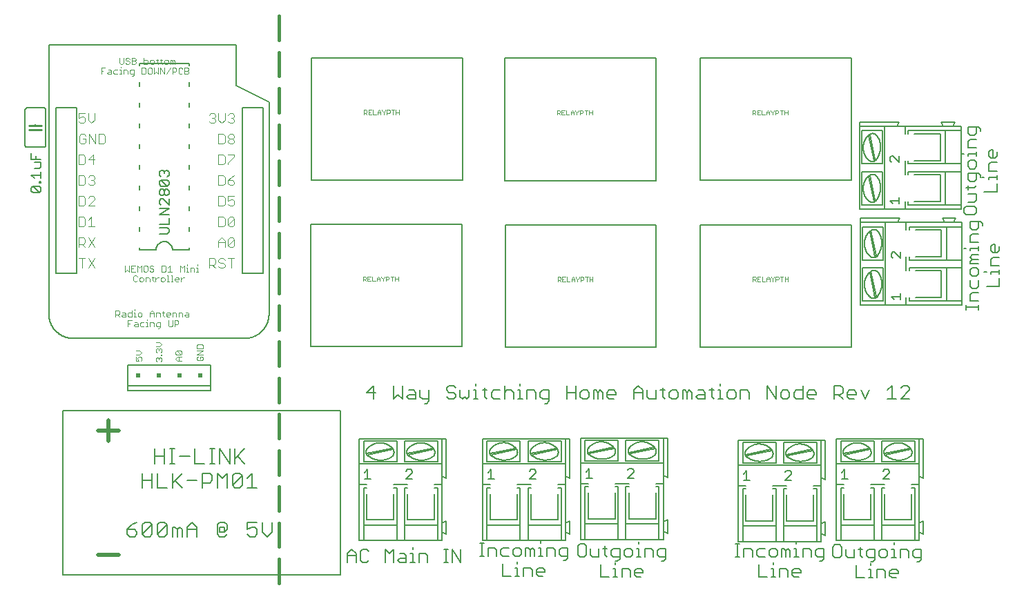
<source format=gto>
G75*
%MOIN*%
%OFA0B0*%
%FSLAX25Y25*%
%IPPOS*%
%LPD*%
%AMOC8*
5,1,8,0,0,1.08239X$1,22.5*
%
%ADD10C,0.01600*%
%ADD11C,0.00500*%
%ADD12C,0.00600*%
%ADD13C,0.00300*%
%ADD14C,0.00400*%
%ADD15C,0.00800*%
%ADD16C,0.02000*%
%ADD17C,0.00200*%
%ADD18C,0.01000*%
%ADD19R,0.02000X0.02000*%
D10*
X0156800Y0035772D02*
X0156800Y0047354D01*
X0156800Y0053260D02*
X0156800Y0064843D01*
X0156800Y0070748D02*
X0156800Y0082331D01*
X0156800Y0088236D02*
X0156800Y0099819D01*
X0156800Y0105724D02*
X0156800Y0117307D01*
X0156800Y0123213D02*
X0156800Y0134795D01*
X0156800Y0140701D02*
X0156800Y0152283D01*
X0156800Y0158189D02*
X0156800Y0169772D01*
X0156800Y0175677D02*
X0156800Y0187260D01*
X0156800Y0193165D02*
X0156800Y0204748D01*
X0156800Y0210653D02*
X0156800Y0222236D01*
X0156800Y0228141D02*
X0156800Y0239724D01*
X0156800Y0245630D02*
X0156800Y0257212D01*
X0156800Y0263118D02*
X0156800Y0274700D01*
X0156800Y0280606D02*
X0156800Y0292189D01*
X0156800Y0298094D02*
X0156800Y0309677D01*
D11*
X0186399Y0039611D02*
X0052541Y0039611D01*
X0052541Y0119139D01*
X0186399Y0119139D01*
X0186399Y0039611D01*
X0189961Y0045870D02*
X0189961Y0049940D01*
X0191996Y0051975D01*
X0194031Y0049940D01*
X0194031Y0045870D01*
X0196038Y0046887D02*
X0197056Y0045870D01*
X0199091Y0045870D01*
X0200108Y0046887D01*
X0196038Y0046887D02*
X0196038Y0050957D01*
X0197056Y0051975D01*
X0199091Y0051975D01*
X0200108Y0050957D01*
X0194031Y0048922D02*
X0189961Y0048922D01*
X0208193Y0045870D02*
X0208193Y0051975D01*
X0210228Y0049940D01*
X0212263Y0051975D01*
X0212263Y0045870D01*
X0214270Y0046887D02*
X0215287Y0047905D01*
X0218340Y0047905D01*
X0218340Y0048922D02*
X0218340Y0045870D01*
X0215287Y0045870D01*
X0214270Y0046887D01*
X0215287Y0049940D02*
X0217322Y0049940D01*
X0218340Y0048922D01*
X0220347Y0049940D02*
X0221364Y0049940D01*
X0221364Y0045870D01*
X0220347Y0045870D02*
X0222382Y0045870D01*
X0224398Y0045870D02*
X0224398Y0049940D01*
X0227451Y0049940D01*
X0228469Y0048922D01*
X0228469Y0045870D01*
X0236553Y0045870D02*
X0238588Y0045870D01*
X0237570Y0045870D02*
X0237570Y0051975D01*
X0236553Y0051975D02*
X0238588Y0051975D01*
X0240604Y0051975D02*
X0244674Y0045870D01*
X0244674Y0051975D01*
X0240604Y0051975D02*
X0240604Y0045870D01*
X0253718Y0048845D02*
X0255753Y0048845D01*
X0254736Y0048845D02*
X0254736Y0054950D01*
X0255753Y0054950D02*
X0253718Y0054950D01*
X0257770Y0052915D02*
X0260822Y0052915D01*
X0261840Y0051898D01*
X0261840Y0048845D01*
X0263847Y0049863D02*
X0264864Y0048845D01*
X0267917Y0048845D01*
X0269924Y0049863D02*
X0270941Y0048845D01*
X0272977Y0048845D01*
X0273994Y0049863D01*
X0273994Y0051898D01*
X0272977Y0052915D01*
X0270941Y0052915D01*
X0269924Y0051898D01*
X0269924Y0049863D01*
X0267917Y0052915D02*
X0264864Y0052915D01*
X0263847Y0051898D01*
X0263847Y0049863D01*
X0264860Y0045050D02*
X0264860Y0038945D01*
X0268930Y0038945D01*
X0270937Y0038945D02*
X0272972Y0038945D01*
X0271954Y0038945D02*
X0271954Y0043015D01*
X0270937Y0043015D01*
X0271954Y0045050D02*
X0271954Y0046068D01*
X0274988Y0043015D02*
X0278041Y0043015D01*
X0279058Y0041998D01*
X0279058Y0038945D01*
X0281065Y0039963D02*
X0281065Y0041998D01*
X0282083Y0043015D01*
X0284118Y0043015D01*
X0285136Y0041998D01*
X0285136Y0040980D01*
X0281065Y0040980D01*
X0281065Y0039963D02*
X0282083Y0038945D01*
X0284118Y0038945D01*
X0274988Y0038945D02*
X0274988Y0043015D01*
X0276001Y0048845D02*
X0276001Y0052915D01*
X0277019Y0052915D01*
X0278036Y0051898D01*
X0279054Y0052915D01*
X0280071Y0051898D01*
X0280071Y0048845D01*
X0282078Y0048845D02*
X0284113Y0048845D01*
X0283096Y0048845D02*
X0283096Y0052915D01*
X0282078Y0052915D01*
X0283096Y0054950D02*
X0283096Y0055968D01*
X0286130Y0052915D02*
X0289182Y0052915D01*
X0290200Y0051898D01*
X0290200Y0048845D01*
X0292207Y0049863D02*
X0293224Y0048845D01*
X0296277Y0048845D01*
X0296277Y0047827D02*
X0296277Y0052915D01*
X0293224Y0052915D01*
X0292207Y0051898D01*
X0292207Y0049863D01*
X0294242Y0046810D02*
X0295260Y0046810D01*
X0296277Y0047827D01*
X0301087Y0049519D02*
X0301087Y0053589D01*
X0302105Y0054607D01*
X0304140Y0054607D01*
X0305157Y0053589D01*
X0305157Y0049519D01*
X0304140Y0048501D01*
X0302105Y0048501D01*
X0301087Y0049519D01*
X0307164Y0049519D02*
X0307164Y0052571D01*
X0307164Y0049519D02*
X0308182Y0048501D01*
X0311235Y0048501D01*
X0311235Y0052571D01*
X0313242Y0052571D02*
X0315277Y0052571D01*
X0314259Y0053589D02*
X0314259Y0049519D01*
X0315277Y0048501D01*
X0317293Y0049519D02*
X0318311Y0048501D01*
X0321363Y0048501D01*
X0321363Y0047484D02*
X0321363Y0052571D01*
X0318311Y0052571D01*
X0317293Y0051554D01*
X0317293Y0049519D01*
X0319328Y0046466D02*
X0320346Y0046466D01*
X0321363Y0047484D01*
X0319324Y0045724D02*
X0319324Y0044707D01*
X0319324Y0042671D02*
X0319324Y0038601D01*
X0320341Y0038601D02*
X0318306Y0038601D01*
X0316299Y0038601D02*
X0312229Y0038601D01*
X0312229Y0044707D01*
X0318306Y0042671D02*
X0319324Y0042671D01*
X0322357Y0042671D02*
X0322357Y0038601D01*
X0322357Y0042671D02*
X0325410Y0042671D01*
X0326428Y0041654D01*
X0326428Y0038601D01*
X0328435Y0039619D02*
X0328435Y0041654D01*
X0329452Y0042671D01*
X0331487Y0042671D01*
X0332505Y0041654D01*
X0332505Y0040636D01*
X0328435Y0040636D01*
X0328435Y0039619D02*
X0329452Y0038601D01*
X0331487Y0038601D01*
X0341611Y0046466D02*
X0342629Y0046466D01*
X0343646Y0047484D01*
X0343646Y0052571D01*
X0340594Y0052571D01*
X0339576Y0051554D01*
X0339576Y0049519D01*
X0340594Y0048501D01*
X0343646Y0048501D01*
X0337569Y0048501D02*
X0337569Y0051554D01*
X0336552Y0052571D01*
X0333499Y0052571D01*
X0333499Y0048501D01*
X0331483Y0048501D02*
X0329448Y0048501D01*
X0330465Y0048501D02*
X0330465Y0052571D01*
X0329448Y0052571D01*
X0327440Y0051554D02*
X0326423Y0052571D01*
X0324388Y0052571D01*
X0323370Y0051554D01*
X0323370Y0049519D01*
X0324388Y0048501D01*
X0326423Y0048501D01*
X0327440Y0049519D01*
X0327440Y0051554D01*
X0330465Y0054607D02*
X0330465Y0055624D01*
X0286130Y0052915D02*
X0286130Y0048845D01*
X0278036Y0048845D02*
X0278036Y0051898D01*
X0257770Y0052915D02*
X0257770Y0048845D01*
X0221364Y0051975D02*
X0221364Y0052992D01*
X0221143Y0086108D02*
X0218140Y0086108D01*
X0221143Y0089111D01*
X0221143Y0089861D01*
X0220392Y0090612D01*
X0218891Y0090612D01*
X0218140Y0089861D01*
X0201143Y0086108D02*
X0198140Y0086108D01*
X0199642Y0086108D02*
X0199642Y0090612D01*
X0198140Y0089111D01*
X0257776Y0089160D02*
X0259277Y0090661D01*
X0259277Y0086157D01*
X0257776Y0086157D02*
X0260779Y0086157D01*
X0277776Y0086157D02*
X0280779Y0089160D01*
X0280779Y0089910D01*
X0280028Y0090661D01*
X0278527Y0090661D01*
X0277776Y0089910D01*
X0277776Y0086157D02*
X0280779Y0086157D01*
X0305021Y0086576D02*
X0308024Y0086576D01*
X0306522Y0086576D02*
X0306522Y0091080D01*
X0305021Y0089578D01*
X0325021Y0090329D02*
X0325772Y0091080D01*
X0327273Y0091080D01*
X0328024Y0090329D01*
X0328024Y0089578D01*
X0325021Y0086576D01*
X0328024Y0086576D01*
X0381136Y0085523D02*
X0384139Y0085523D01*
X0382637Y0085523D02*
X0382637Y0090027D01*
X0381136Y0088525D01*
X0401136Y0089276D02*
X0401887Y0090027D01*
X0403388Y0090027D01*
X0404139Y0089276D01*
X0404139Y0088525D01*
X0401136Y0085523D01*
X0404139Y0085523D01*
X0428487Y0086114D02*
X0431490Y0086114D01*
X0429989Y0086114D02*
X0429989Y0090618D01*
X0428487Y0089117D01*
X0448487Y0089867D02*
X0449238Y0090618D01*
X0450739Y0090618D01*
X0451490Y0089867D01*
X0451490Y0089117D01*
X0448487Y0086114D01*
X0451490Y0086114D01*
X0453694Y0055280D02*
X0453694Y0054263D01*
X0453694Y0052228D02*
X0453694Y0048158D01*
X0454711Y0048158D02*
X0452676Y0048158D01*
X0450669Y0049175D02*
X0450669Y0051210D01*
X0449652Y0052228D01*
X0447616Y0052228D01*
X0446599Y0051210D01*
X0446599Y0049175D01*
X0447616Y0048158D01*
X0449652Y0048158D01*
X0450669Y0049175D01*
X0452676Y0052228D02*
X0453694Y0052228D01*
X0456728Y0052228D02*
X0456728Y0048158D01*
X0456728Y0052228D02*
X0459780Y0052228D01*
X0460798Y0051210D01*
X0460798Y0048158D01*
X0462805Y0049175D02*
X0462805Y0051210D01*
X0463822Y0052228D01*
X0466875Y0052228D01*
X0466875Y0047140D01*
X0465857Y0046122D01*
X0464840Y0046122D01*
X0463822Y0048158D02*
X0466875Y0048158D01*
X0463822Y0048158D02*
X0462805Y0049175D01*
X0455733Y0041310D02*
X0455733Y0040293D01*
X0451663Y0040293D01*
X0451663Y0041310D02*
X0452681Y0042328D01*
X0454716Y0042328D01*
X0455733Y0041310D01*
X0454716Y0038258D02*
X0452681Y0038258D01*
X0451663Y0039275D01*
X0451663Y0041310D01*
X0449656Y0041310D02*
X0449656Y0038258D01*
X0449656Y0041310D02*
X0448639Y0042328D01*
X0445586Y0042328D01*
X0445586Y0038258D01*
X0443570Y0038258D02*
X0441535Y0038258D01*
X0442552Y0038258D02*
X0442552Y0042328D01*
X0441535Y0042328D01*
X0442552Y0044363D02*
X0442552Y0045380D01*
X0442557Y0046122D02*
X0443574Y0046122D01*
X0444592Y0047140D01*
X0444592Y0052228D01*
X0441539Y0052228D01*
X0440522Y0051210D01*
X0440522Y0049175D01*
X0441539Y0048158D01*
X0444592Y0048158D01*
X0438505Y0048158D02*
X0437488Y0049175D01*
X0437488Y0053245D01*
X0436470Y0052228D02*
X0438505Y0052228D01*
X0434463Y0052228D02*
X0434463Y0048158D01*
X0431411Y0048158D01*
X0430393Y0049175D01*
X0430393Y0052228D01*
X0428386Y0053245D02*
X0427369Y0054263D01*
X0425333Y0054263D01*
X0424316Y0053245D01*
X0424316Y0049175D01*
X0425333Y0048158D01*
X0427369Y0048158D01*
X0428386Y0049175D01*
X0428386Y0053245D01*
X0419849Y0052571D02*
X0419849Y0047484D01*
X0418831Y0046466D01*
X0417814Y0046466D01*
X0416796Y0048501D02*
X0415779Y0049519D01*
X0415779Y0051554D01*
X0416796Y0052571D01*
X0419849Y0052571D01*
X0419849Y0048501D02*
X0416796Y0048501D01*
X0413772Y0048501D02*
X0413772Y0051554D01*
X0412754Y0052571D01*
X0409702Y0052571D01*
X0409702Y0048501D01*
X0407685Y0048501D02*
X0405650Y0048501D01*
X0406668Y0048501D02*
X0406668Y0052571D01*
X0405650Y0052571D01*
X0403643Y0051554D02*
X0403643Y0048501D01*
X0401608Y0048501D02*
X0401608Y0051554D01*
X0402626Y0052571D01*
X0403643Y0051554D01*
X0401608Y0051554D02*
X0400591Y0052571D01*
X0399573Y0052571D01*
X0399573Y0048501D01*
X0397566Y0049519D02*
X0397566Y0051554D01*
X0396548Y0052571D01*
X0394513Y0052571D01*
X0393496Y0051554D01*
X0393496Y0049519D01*
X0394513Y0048501D01*
X0396548Y0048501D01*
X0397566Y0049519D01*
X0395526Y0045724D02*
X0395526Y0044707D01*
X0395526Y0042671D02*
X0395526Y0038601D01*
X0394509Y0038601D02*
X0396544Y0038601D01*
X0398560Y0038601D02*
X0398560Y0042671D01*
X0401613Y0042671D01*
X0402630Y0041654D01*
X0402630Y0038601D01*
X0404637Y0039619D02*
X0404637Y0041654D01*
X0405655Y0042671D01*
X0407690Y0042671D01*
X0408707Y0041654D01*
X0408707Y0040636D01*
X0404637Y0040636D01*
X0404637Y0039619D02*
X0405655Y0038601D01*
X0407690Y0038601D01*
X0395526Y0042671D02*
X0394509Y0042671D01*
X0392502Y0038601D02*
X0388431Y0038601D01*
X0388431Y0044707D01*
X0388436Y0048501D02*
X0387419Y0049519D01*
X0387419Y0051554D01*
X0388436Y0052571D01*
X0391489Y0052571D01*
X0391489Y0048501D02*
X0388436Y0048501D01*
X0385412Y0048501D02*
X0385412Y0051554D01*
X0384394Y0052571D01*
X0381341Y0052571D01*
X0381341Y0048501D01*
X0379325Y0048501D02*
X0377290Y0048501D01*
X0378308Y0048501D02*
X0378308Y0054607D01*
X0379325Y0054607D02*
X0377290Y0054607D01*
X0406668Y0054607D02*
X0406668Y0055624D01*
X0435457Y0044363D02*
X0435457Y0038258D01*
X0439528Y0038258D01*
X0488459Y0167903D02*
X0488459Y0169938D01*
X0488459Y0168920D02*
X0494564Y0168920D01*
X0494564Y0167903D02*
X0494564Y0169938D01*
X0494564Y0171954D02*
X0490494Y0171954D01*
X0490494Y0175007D01*
X0491512Y0176025D01*
X0494564Y0176025D01*
X0493547Y0178032D02*
X0494564Y0179049D01*
X0494564Y0182102D01*
X0493547Y0184109D02*
X0494564Y0185126D01*
X0494564Y0187161D01*
X0493547Y0188179D01*
X0491512Y0188179D01*
X0490494Y0187161D01*
X0490494Y0185126D01*
X0491512Y0184109D01*
X0493547Y0184109D01*
X0490494Y0182102D02*
X0490494Y0179049D01*
X0491512Y0178032D01*
X0493547Y0178032D01*
X0498359Y0179044D02*
X0504464Y0179044D01*
X0504464Y0183115D01*
X0504464Y0185122D02*
X0504464Y0187157D01*
X0504464Y0186139D02*
X0500394Y0186139D01*
X0500394Y0185122D01*
X0498359Y0186139D02*
X0497341Y0186139D01*
X0500394Y0189173D02*
X0500394Y0192226D01*
X0501412Y0193243D01*
X0504464Y0193243D01*
X0503447Y0195250D02*
X0501412Y0195250D01*
X0500394Y0196268D01*
X0500394Y0198303D01*
X0501412Y0199320D01*
X0502429Y0199320D01*
X0502429Y0195250D01*
X0503447Y0195250D02*
X0504464Y0196268D01*
X0504464Y0198303D01*
X0494564Y0198298D02*
X0494564Y0196263D01*
X0494564Y0197281D02*
X0490494Y0197281D01*
X0490494Y0196263D01*
X0491512Y0194256D02*
X0494564Y0194256D01*
X0494564Y0192221D02*
X0491512Y0192221D01*
X0490494Y0193239D01*
X0491512Y0194256D01*
X0491512Y0192221D02*
X0490494Y0191203D01*
X0490494Y0190186D01*
X0494564Y0190186D01*
X0500394Y0189173D02*
X0504464Y0189173D01*
X0494564Y0200315D02*
X0490494Y0200315D01*
X0490494Y0203367D01*
X0491512Y0204385D01*
X0494564Y0204385D01*
X0493547Y0206392D02*
X0494564Y0207409D01*
X0494564Y0210462D01*
X0495582Y0210462D02*
X0490494Y0210462D01*
X0490494Y0207409D01*
X0491512Y0206392D01*
X0493547Y0206392D01*
X0496599Y0208427D02*
X0496599Y0209444D01*
X0495582Y0210462D01*
X0492517Y0213619D02*
X0493534Y0214636D01*
X0493534Y0216671D01*
X0492517Y0217689D01*
X0488447Y0217689D01*
X0487429Y0216671D01*
X0487429Y0214636D01*
X0488447Y0213619D01*
X0492517Y0213619D01*
X0492517Y0219696D02*
X0489464Y0219696D01*
X0492517Y0219696D02*
X0493534Y0220713D01*
X0493534Y0223766D01*
X0489464Y0223766D01*
X0489464Y0225773D02*
X0489464Y0227808D01*
X0488447Y0226791D02*
X0492517Y0226791D01*
X0493534Y0227808D01*
X0492517Y0229825D02*
X0493534Y0230842D01*
X0493534Y0233895D01*
X0494552Y0233895D02*
X0489464Y0233895D01*
X0489464Y0230842D01*
X0490482Y0229825D01*
X0492517Y0229825D01*
X0495570Y0231860D02*
X0495570Y0232877D01*
X0494552Y0233895D01*
X0496312Y0231855D02*
X0497329Y0231855D01*
X0499364Y0231855D02*
X0503434Y0231855D01*
X0503434Y0230837D02*
X0503434Y0232873D01*
X0503434Y0234889D02*
X0499364Y0234889D01*
X0499364Y0237942D01*
X0500382Y0238959D01*
X0503434Y0238959D01*
X0502417Y0240966D02*
X0500382Y0240966D01*
X0499364Y0241984D01*
X0499364Y0244019D01*
X0500382Y0245036D01*
X0501399Y0245036D01*
X0501399Y0240966D01*
X0502417Y0240966D02*
X0503434Y0241984D01*
X0503434Y0244019D01*
X0493534Y0244014D02*
X0493534Y0241979D01*
X0493534Y0242996D02*
X0489464Y0242996D01*
X0489464Y0241979D01*
X0490482Y0239972D02*
X0489464Y0238954D01*
X0489464Y0236919D01*
X0490482Y0235902D01*
X0492517Y0235902D01*
X0493534Y0236919D01*
X0493534Y0238954D01*
X0492517Y0239972D01*
X0490482Y0239972D01*
X0487429Y0242996D02*
X0486412Y0242996D01*
X0489464Y0246030D02*
X0489464Y0249083D01*
X0490482Y0250101D01*
X0493534Y0250101D01*
X0492517Y0252108D02*
X0493534Y0253125D01*
X0493534Y0256178D01*
X0494552Y0256178D02*
X0489464Y0256178D01*
X0489464Y0253125D01*
X0490482Y0252108D01*
X0492517Y0252108D01*
X0495570Y0254143D02*
X0495570Y0255160D01*
X0494552Y0256178D01*
X0493534Y0246030D02*
X0489464Y0246030D01*
X0499364Y0231855D02*
X0499364Y0230837D01*
X0503434Y0228830D02*
X0503434Y0224760D01*
X0497329Y0224760D01*
X0456313Y0222006D02*
X0456313Y0219003D01*
X0456313Y0220505D02*
X0451810Y0220505D01*
X0453311Y0219003D01*
X0452560Y0239003D02*
X0451810Y0239754D01*
X0451810Y0241255D01*
X0452560Y0242006D01*
X0453311Y0242006D01*
X0456313Y0239003D01*
X0456313Y0242006D01*
X0456920Y0195612D02*
X0456920Y0192609D01*
X0453918Y0195612D01*
X0453167Y0195612D01*
X0452416Y0194861D01*
X0452416Y0193360D01*
X0453167Y0192609D01*
X0456920Y0175612D02*
X0456920Y0172609D01*
X0456920Y0174111D02*
X0452416Y0174111D01*
X0453918Y0172609D01*
X0487441Y0197281D02*
X0488459Y0197281D01*
X0152035Y0165803D02*
X0152035Y0268165D01*
X0136287Y0276039D01*
X0136287Y0295724D01*
X0045735Y0295724D01*
X0045735Y0165803D01*
X0045736Y0165803D02*
X0045739Y0165518D01*
X0045750Y0165232D01*
X0045767Y0164947D01*
X0045791Y0164663D01*
X0045822Y0164379D01*
X0045860Y0164096D01*
X0045905Y0163815D01*
X0045956Y0163534D01*
X0046014Y0163254D01*
X0046079Y0162976D01*
X0046151Y0162700D01*
X0046229Y0162426D01*
X0046314Y0162153D01*
X0046406Y0161883D01*
X0046504Y0161615D01*
X0046608Y0161349D01*
X0046719Y0161086D01*
X0046836Y0160826D01*
X0046959Y0160568D01*
X0047089Y0160314D01*
X0047225Y0160063D01*
X0047366Y0159815D01*
X0047514Y0159571D01*
X0047667Y0159330D01*
X0047827Y0159094D01*
X0047992Y0158861D01*
X0048162Y0158632D01*
X0048338Y0158407D01*
X0048520Y0158187D01*
X0048706Y0157971D01*
X0048898Y0157760D01*
X0049095Y0157553D01*
X0049297Y0157351D01*
X0049504Y0157154D01*
X0049715Y0156962D01*
X0049931Y0156776D01*
X0050151Y0156594D01*
X0050376Y0156418D01*
X0050605Y0156248D01*
X0050838Y0156083D01*
X0051074Y0155923D01*
X0051315Y0155770D01*
X0051559Y0155622D01*
X0051807Y0155481D01*
X0052058Y0155345D01*
X0052312Y0155215D01*
X0052570Y0155092D01*
X0052830Y0154975D01*
X0053093Y0154864D01*
X0053359Y0154760D01*
X0053627Y0154662D01*
X0053897Y0154570D01*
X0054170Y0154485D01*
X0054444Y0154407D01*
X0054720Y0154335D01*
X0054998Y0154270D01*
X0055278Y0154212D01*
X0055559Y0154161D01*
X0055840Y0154116D01*
X0056123Y0154078D01*
X0056407Y0154047D01*
X0056691Y0154023D01*
X0056976Y0154006D01*
X0057262Y0153995D01*
X0057547Y0153992D01*
X0140224Y0153992D01*
X0140509Y0153995D01*
X0140795Y0154006D01*
X0141080Y0154023D01*
X0141364Y0154047D01*
X0141648Y0154078D01*
X0141931Y0154116D01*
X0142212Y0154161D01*
X0142493Y0154212D01*
X0142773Y0154270D01*
X0143051Y0154335D01*
X0143327Y0154407D01*
X0143601Y0154485D01*
X0143874Y0154570D01*
X0144144Y0154662D01*
X0144412Y0154760D01*
X0144678Y0154864D01*
X0144941Y0154975D01*
X0145201Y0155092D01*
X0145459Y0155215D01*
X0145713Y0155345D01*
X0145964Y0155481D01*
X0146212Y0155622D01*
X0146456Y0155770D01*
X0146697Y0155923D01*
X0146933Y0156083D01*
X0147166Y0156248D01*
X0147395Y0156418D01*
X0147620Y0156594D01*
X0147840Y0156776D01*
X0148056Y0156962D01*
X0148267Y0157154D01*
X0148474Y0157351D01*
X0148676Y0157553D01*
X0148873Y0157760D01*
X0149065Y0157971D01*
X0149251Y0158187D01*
X0149433Y0158407D01*
X0149609Y0158632D01*
X0149779Y0158861D01*
X0149944Y0159094D01*
X0150104Y0159330D01*
X0150257Y0159571D01*
X0150405Y0159815D01*
X0150546Y0160063D01*
X0150682Y0160314D01*
X0150812Y0160568D01*
X0150935Y0160826D01*
X0151052Y0161086D01*
X0151163Y0161349D01*
X0151267Y0161615D01*
X0151365Y0161883D01*
X0151457Y0162153D01*
X0151542Y0162426D01*
X0151620Y0162700D01*
X0151692Y0162976D01*
X0151757Y0163254D01*
X0151815Y0163534D01*
X0151866Y0163815D01*
X0151911Y0164096D01*
X0151949Y0164379D01*
X0151980Y0164663D01*
X0152004Y0164947D01*
X0152021Y0165232D01*
X0152032Y0165518D01*
X0152035Y0165803D01*
X0149161Y0185291D02*
X0139161Y0185291D01*
X0139161Y0265291D01*
X0149161Y0265291D01*
X0149161Y0185291D01*
X0103729Y0205252D02*
X0103729Y0206753D01*
X0102979Y0207503D01*
X0099225Y0207503D01*
X0099225Y0209105D02*
X0103729Y0209105D01*
X0103729Y0212107D01*
X0103729Y0213709D02*
X0099225Y0213709D01*
X0103729Y0216711D01*
X0099225Y0216711D01*
X0099976Y0218313D02*
X0099225Y0219063D01*
X0099225Y0220565D01*
X0099976Y0221315D01*
X0100727Y0221315D01*
X0103729Y0218313D01*
X0103729Y0221315D01*
X0102979Y0222917D02*
X0102228Y0222917D01*
X0101477Y0223667D01*
X0101477Y0225168D01*
X0102228Y0225919D01*
X0102979Y0225919D01*
X0103729Y0225168D01*
X0103729Y0223667D01*
X0102979Y0222917D01*
X0101477Y0223667D02*
X0100727Y0222917D01*
X0099976Y0222917D01*
X0099225Y0223667D01*
X0099225Y0225168D01*
X0099976Y0225919D01*
X0100727Y0225919D01*
X0101477Y0225168D01*
X0099976Y0227520D02*
X0099225Y0228271D01*
X0099225Y0229772D01*
X0099976Y0230523D01*
X0102979Y0227520D01*
X0103729Y0228271D01*
X0103729Y0229772D01*
X0102979Y0230523D01*
X0099976Y0230523D01*
X0099976Y0232124D02*
X0099225Y0232875D01*
X0099225Y0234376D01*
X0099976Y0235127D01*
X0100727Y0235127D01*
X0101477Y0234376D01*
X0102228Y0235127D01*
X0102979Y0235127D01*
X0103729Y0234376D01*
X0103729Y0232875D01*
X0102979Y0232124D01*
X0101477Y0233626D02*
X0101477Y0234376D01*
X0102979Y0227520D02*
X0099976Y0227520D01*
X0103729Y0205252D02*
X0102979Y0204501D01*
X0099225Y0204501D01*
X0059161Y0185291D02*
X0059161Y0265291D01*
X0049161Y0265291D01*
X0049161Y0185291D01*
X0059161Y0185291D01*
X0041070Y0224461D02*
X0038068Y0224461D01*
X0037317Y0225211D01*
X0037317Y0226713D01*
X0038068Y0227463D01*
X0041070Y0224461D01*
X0041821Y0225211D01*
X0041821Y0226713D01*
X0041070Y0227463D01*
X0038068Y0227463D01*
X0041070Y0229065D02*
X0041070Y0229815D01*
X0041821Y0229815D01*
X0041821Y0229065D01*
X0041070Y0229065D01*
X0041821Y0231366D02*
X0041821Y0234369D01*
X0041821Y0232868D02*
X0037317Y0232868D01*
X0038819Y0231366D01*
X0038819Y0235970D02*
X0041070Y0235970D01*
X0041821Y0236721D01*
X0041821Y0238973D01*
X0038819Y0238973D01*
X0039569Y0240574D02*
X0039569Y0242076D01*
X0037317Y0240574D02*
X0037317Y0243577D01*
X0037317Y0240574D02*
X0041821Y0240574D01*
D12*
X0043252Y0246350D02*
X0035252Y0246350D01*
X0035192Y0246352D01*
X0035131Y0246357D01*
X0035072Y0246366D01*
X0035013Y0246379D01*
X0034954Y0246395D01*
X0034897Y0246415D01*
X0034842Y0246438D01*
X0034787Y0246465D01*
X0034735Y0246494D01*
X0034684Y0246527D01*
X0034635Y0246563D01*
X0034589Y0246601D01*
X0034545Y0246643D01*
X0034503Y0246687D01*
X0034465Y0246733D01*
X0034429Y0246782D01*
X0034396Y0246833D01*
X0034367Y0246885D01*
X0034340Y0246940D01*
X0034317Y0246995D01*
X0034297Y0247052D01*
X0034281Y0247111D01*
X0034268Y0247170D01*
X0034259Y0247229D01*
X0034254Y0247290D01*
X0034252Y0247350D01*
X0034252Y0264350D01*
X0034254Y0264410D01*
X0034259Y0264471D01*
X0034268Y0264530D01*
X0034281Y0264589D01*
X0034297Y0264648D01*
X0034317Y0264705D01*
X0034340Y0264760D01*
X0034367Y0264815D01*
X0034396Y0264867D01*
X0034429Y0264918D01*
X0034465Y0264967D01*
X0034503Y0265013D01*
X0034545Y0265057D01*
X0034589Y0265099D01*
X0034635Y0265137D01*
X0034684Y0265173D01*
X0034735Y0265206D01*
X0034787Y0265235D01*
X0034842Y0265262D01*
X0034897Y0265285D01*
X0034954Y0265305D01*
X0035013Y0265321D01*
X0035072Y0265334D01*
X0035131Y0265343D01*
X0035192Y0265348D01*
X0035252Y0265350D01*
X0043252Y0265350D01*
X0043312Y0265348D01*
X0043373Y0265343D01*
X0043432Y0265334D01*
X0043491Y0265321D01*
X0043550Y0265305D01*
X0043607Y0265285D01*
X0043662Y0265262D01*
X0043717Y0265235D01*
X0043769Y0265206D01*
X0043820Y0265173D01*
X0043869Y0265137D01*
X0043915Y0265099D01*
X0043959Y0265057D01*
X0044001Y0265013D01*
X0044039Y0264967D01*
X0044075Y0264918D01*
X0044108Y0264867D01*
X0044137Y0264815D01*
X0044164Y0264760D01*
X0044187Y0264705D01*
X0044207Y0264648D01*
X0044223Y0264589D01*
X0044236Y0264530D01*
X0044245Y0264471D01*
X0044250Y0264410D01*
X0044252Y0264350D01*
X0044252Y0247350D01*
X0044250Y0247290D01*
X0044245Y0247229D01*
X0044236Y0247170D01*
X0044223Y0247111D01*
X0044207Y0247052D01*
X0044187Y0246995D01*
X0044164Y0246940D01*
X0044137Y0246885D01*
X0044108Y0246833D01*
X0044075Y0246782D01*
X0044039Y0246733D01*
X0044001Y0246687D01*
X0043959Y0246643D01*
X0043915Y0246601D01*
X0043869Y0246563D01*
X0043820Y0246527D01*
X0043769Y0246494D01*
X0043717Y0246465D01*
X0043662Y0246438D01*
X0043607Y0246415D01*
X0043550Y0246395D01*
X0043491Y0246379D01*
X0043432Y0246366D01*
X0043373Y0246357D01*
X0043312Y0246352D01*
X0043252Y0246350D01*
X0039252Y0254350D02*
X0039252Y0254850D01*
X0039252Y0256850D02*
X0039252Y0257350D01*
X0083931Y0141091D02*
X0123931Y0141091D01*
X0123931Y0131091D01*
X0123931Y0128591D01*
X0083931Y0128591D01*
X0083931Y0131091D01*
X0083931Y0141091D01*
X0083931Y0131091D02*
X0123931Y0131091D01*
X0195590Y0105358D02*
X0195590Y0093358D01*
X0235590Y0093358D01*
X0235590Y0087358D01*
X0235590Y0083358D01*
X0231890Y0083358D01*
X0231890Y0081858D02*
X0233390Y0081858D01*
X0233390Y0063858D01*
X0233390Y0056358D01*
X0235590Y0056358D01*
X0235590Y0060358D01*
X0235590Y0064858D01*
X0235590Y0083358D01*
X0237590Y0086358D02*
X0235590Y0087358D01*
X0237590Y0086358D02*
X0237590Y0105358D01*
X0235590Y0105358D01*
X0195590Y0105358D01*
X0197690Y0104358D02*
X0213690Y0104358D01*
X0213690Y0094358D01*
X0197690Y0094358D01*
X0197690Y0104358D01*
X0199290Y0098358D02*
X0211290Y0100858D01*
X0211790Y0100358D02*
X0199790Y0097858D01*
X0200056Y0097117D02*
X0199972Y0097166D01*
X0199891Y0097218D01*
X0199812Y0097273D01*
X0199735Y0097332D01*
X0199661Y0097393D01*
X0199589Y0097458D01*
X0199520Y0097526D01*
X0199454Y0097596D01*
X0199391Y0097669D01*
X0199331Y0097745D01*
X0199275Y0097823D01*
X0199221Y0097903D01*
X0199171Y0097985D01*
X0199124Y0098070D01*
X0199081Y0098156D01*
X0199041Y0098244D01*
X0199005Y0098334D01*
X0198973Y0098425D01*
X0198945Y0098517D01*
X0198920Y0098610D01*
X0198899Y0098704D01*
X0198883Y0098800D01*
X0198870Y0098895D01*
X0198861Y0098991D01*
X0198856Y0099088D01*
X0198855Y0099184D01*
X0198858Y0099281D01*
X0198865Y0099377D01*
X0198876Y0099473D01*
X0198891Y0099568D01*
X0198910Y0099663D01*
X0198933Y0099757D01*
X0198960Y0099849D01*
X0198990Y0099941D01*
X0199024Y0100031D01*
X0199062Y0100120D01*
X0199104Y0100207D01*
X0199149Y0100292D01*
X0199198Y0100376D01*
X0199250Y0100457D01*
X0199305Y0100536D01*
X0199364Y0100613D01*
X0199425Y0100687D01*
X0199490Y0100759D01*
X0199291Y0100558D02*
X0199416Y0100709D01*
X0199545Y0100858D01*
X0199678Y0101003D01*
X0199814Y0101144D01*
X0199954Y0101283D01*
X0200096Y0101418D01*
X0200243Y0101549D01*
X0200392Y0101677D01*
X0200544Y0101801D01*
X0200699Y0101922D01*
X0200857Y0102038D01*
X0201018Y0102151D01*
X0201182Y0102260D01*
X0201348Y0102365D01*
X0201517Y0102466D01*
X0201688Y0102563D01*
X0201861Y0102655D01*
X0202037Y0102743D01*
X0202215Y0102827D01*
X0202394Y0102907D01*
X0202576Y0102982D01*
X0202759Y0103053D01*
X0202944Y0103120D01*
X0203131Y0103182D01*
X0203319Y0103239D01*
X0203508Y0103292D01*
X0203698Y0103340D01*
X0203890Y0103384D01*
X0204083Y0103422D01*
X0204276Y0103457D01*
X0204471Y0103486D01*
X0204666Y0103511D01*
X0204861Y0103531D01*
X0205057Y0103546D01*
X0205253Y0103557D01*
X0205450Y0103563D01*
X0205646Y0103564D01*
X0205843Y0103560D01*
X0206039Y0103552D01*
X0206235Y0103538D01*
X0206431Y0103520D01*
X0206626Y0103498D01*
X0206821Y0103470D01*
X0207015Y0103438D01*
X0207208Y0103401D01*
X0207400Y0103360D01*
X0207591Y0103313D01*
X0207781Y0103263D01*
X0207969Y0103207D01*
X0208156Y0103147D01*
X0208342Y0103083D01*
X0208526Y0103014D01*
X0208708Y0102941D01*
X0208889Y0102863D01*
X0209067Y0102781D01*
X0209244Y0102694D01*
X0209418Y0102604D01*
X0209590Y0102509D01*
X0209760Y0102410D01*
X0209927Y0102307D01*
X0210092Y0102199D01*
X0210254Y0102088D01*
X0210414Y0101973D01*
X0210570Y0101854D01*
X0210724Y0101732D01*
X0210874Y0101606D01*
X0211022Y0101476D01*
X0211166Y0101342D01*
X0211307Y0101205D01*
X0211445Y0101065D01*
X0211579Y0100921D01*
X0211710Y0100775D01*
X0211689Y0100758D02*
X0211756Y0100681D01*
X0211819Y0100602D01*
X0211879Y0100521D01*
X0211937Y0100438D01*
X0211991Y0100352D01*
X0212041Y0100264D01*
X0212089Y0100175D01*
X0212133Y0100084D01*
X0212174Y0099991D01*
X0212211Y0099897D01*
X0212244Y0099802D01*
X0212274Y0099705D01*
X0212301Y0099607D01*
X0212323Y0099508D01*
X0212342Y0099409D01*
X0212357Y0099309D01*
X0212368Y0099208D01*
X0212376Y0099107D01*
X0212380Y0099006D01*
X0212379Y0098905D01*
X0212376Y0098804D01*
X0212368Y0098703D01*
X0212356Y0098602D01*
X0212341Y0098502D01*
X0212322Y0098403D01*
X0212299Y0098304D01*
X0212273Y0098206D01*
X0212243Y0098110D01*
X0212209Y0098014D01*
X0212172Y0097920D01*
X0212131Y0097828D01*
X0212087Y0097736D01*
X0212039Y0097647D01*
X0211988Y0097560D01*
X0211934Y0097474D01*
X0211876Y0097391D01*
X0211816Y0097310D01*
X0211752Y0097231D01*
X0211686Y0097155D01*
X0211617Y0097081D01*
X0211545Y0097010D01*
X0211470Y0096941D01*
X0217390Y0094358D02*
X0233390Y0094358D01*
X0233390Y0104358D01*
X0217390Y0104358D01*
X0217390Y0094358D01*
X0219490Y0097858D02*
X0231490Y0100358D01*
X0230990Y0100858D02*
X0218990Y0098358D01*
X0219756Y0097117D02*
X0219672Y0097166D01*
X0219591Y0097218D01*
X0219512Y0097273D01*
X0219435Y0097332D01*
X0219361Y0097393D01*
X0219289Y0097458D01*
X0219220Y0097526D01*
X0219154Y0097596D01*
X0219091Y0097669D01*
X0219031Y0097745D01*
X0218975Y0097823D01*
X0218921Y0097903D01*
X0218871Y0097985D01*
X0218824Y0098070D01*
X0218781Y0098156D01*
X0218741Y0098244D01*
X0218705Y0098334D01*
X0218673Y0098425D01*
X0218645Y0098517D01*
X0218620Y0098610D01*
X0218599Y0098704D01*
X0218583Y0098800D01*
X0218570Y0098895D01*
X0218561Y0098991D01*
X0218556Y0099088D01*
X0218555Y0099184D01*
X0218558Y0099281D01*
X0218565Y0099377D01*
X0218576Y0099473D01*
X0218591Y0099568D01*
X0218610Y0099663D01*
X0218633Y0099757D01*
X0218660Y0099849D01*
X0218690Y0099941D01*
X0218724Y0100031D01*
X0218762Y0100120D01*
X0218804Y0100207D01*
X0218849Y0100292D01*
X0218898Y0100376D01*
X0218950Y0100457D01*
X0219005Y0100536D01*
X0219064Y0100613D01*
X0219125Y0100687D01*
X0219190Y0100759D01*
X0219591Y0097258D02*
X0219776Y0097114D01*
X0219964Y0096974D01*
X0220156Y0096839D01*
X0220351Y0096709D01*
X0220549Y0096583D01*
X0220750Y0096462D01*
X0220954Y0096347D01*
X0221160Y0096236D01*
X0221370Y0096130D01*
X0221581Y0096030D01*
X0221796Y0095935D01*
X0222012Y0095845D01*
X0222231Y0095760D01*
X0222451Y0095681D01*
X0222674Y0095607D01*
X0222898Y0095538D01*
X0223124Y0095475D01*
X0223351Y0095418D01*
X0223580Y0095366D01*
X0223810Y0095320D01*
X0224041Y0095279D01*
X0224273Y0095244D01*
X0224505Y0095215D01*
X0224739Y0095191D01*
X0224972Y0095173D01*
X0225207Y0095161D01*
X0225441Y0095154D01*
X0225675Y0095153D01*
X0225910Y0095158D01*
X0226144Y0095169D01*
X0226378Y0095185D01*
X0226611Y0095207D01*
X0226844Y0095235D01*
X0227076Y0095269D01*
X0227307Y0095308D01*
X0227538Y0095352D01*
X0227767Y0095403D01*
X0227994Y0095459D01*
X0228221Y0095520D01*
X0228445Y0095587D01*
X0228668Y0095659D01*
X0228890Y0095737D01*
X0229109Y0095820D01*
X0229326Y0095909D01*
X0229541Y0096003D01*
X0229753Y0096102D01*
X0229963Y0096206D01*
X0230171Y0096315D01*
X0230375Y0096429D01*
X0230577Y0096549D01*
X0230776Y0096673D01*
X0230972Y0096802D01*
X0231165Y0096936D01*
X0231354Y0097074D01*
X0231170Y0096941D02*
X0231245Y0097010D01*
X0231317Y0097081D01*
X0231386Y0097155D01*
X0231452Y0097231D01*
X0231516Y0097310D01*
X0231576Y0097391D01*
X0231634Y0097474D01*
X0231688Y0097560D01*
X0231739Y0097647D01*
X0231787Y0097736D01*
X0231831Y0097828D01*
X0231872Y0097920D01*
X0231909Y0098014D01*
X0231943Y0098110D01*
X0231973Y0098206D01*
X0231999Y0098304D01*
X0232022Y0098403D01*
X0232041Y0098502D01*
X0232056Y0098602D01*
X0232068Y0098703D01*
X0232076Y0098804D01*
X0232079Y0098905D01*
X0232080Y0099006D01*
X0232076Y0099107D01*
X0232068Y0099208D01*
X0232057Y0099309D01*
X0232042Y0099409D01*
X0232023Y0099508D01*
X0232001Y0099607D01*
X0231974Y0099705D01*
X0231944Y0099802D01*
X0231911Y0099897D01*
X0231874Y0099991D01*
X0231833Y0100084D01*
X0231789Y0100175D01*
X0231741Y0100264D01*
X0231691Y0100352D01*
X0231637Y0100438D01*
X0231579Y0100521D01*
X0231519Y0100602D01*
X0231456Y0100681D01*
X0231389Y0100758D01*
X0231408Y0100774D02*
X0231278Y0100920D01*
X0231144Y0101064D01*
X0231006Y0101204D01*
X0230865Y0101341D01*
X0230721Y0101475D01*
X0230573Y0101604D01*
X0230423Y0101731D01*
X0230269Y0101853D01*
X0230113Y0101972D01*
X0229953Y0102087D01*
X0229791Y0102198D01*
X0229626Y0102305D01*
X0229459Y0102409D01*
X0229289Y0102508D01*
X0229117Y0102602D01*
X0228943Y0102693D01*
X0228766Y0102780D01*
X0228588Y0102862D01*
X0228407Y0102939D01*
X0228225Y0103013D01*
X0228041Y0103082D01*
X0227856Y0103146D01*
X0227668Y0103206D01*
X0227480Y0103262D01*
X0227290Y0103312D01*
X0227099Y0103359D01*
X0226907Y0103400D01*
X0226714Y0103437D01*
X0226520Y0103469D01*
X0226325Y0103497D01*
X0226130Y0103519D01*
X0225935Y0103537D01*
X0225739Y0103551D01*
X0225542Y0103559D01*
X0225346Y0103563D01*
X0225149Y0103562D01*
X0224953Y0103556D01*
X0224757Y0103545D01*
X0224561Y0103530D01*
X0224365Y0103510D01*
X0224170Y0103485D01*
X0223976Y0103456D01*
X0223782Y0103422D01*
X0223590Y0103383D01*
X0223398Y0103339D01*
X0223208Y0103291D01*
X0223018Y0103238D01*
X0222830Y0103181D01*
X0222644Y0103119D01*
X0222459Y0103052D01*
X0222276Y0102982D01*
X0222094Y0102906D01*
X0221915Y0102827D01*
X0221737Y0102743D01*
X0221561Y0102654D01*
X0221388Y0102562D01*
X0221217Y0102465D01*
X0221048Y0102364D01*
X0220882Y0102259D01*
X0220718Y0102151D01*
X0220557Y0102038D01*
X0220399Y0101921D01*
X0220244Y0101801D01*
X0220092Y0101676D01*
X0219943Y0101549D01*
X0219796Y0101417D01*
X0219654Y0101282D01*
X0219514Y0101144D01*
X0219378Y0101002D01*
X0219245Y0100857D01*
X0219116Y0100709D01*
X0218991Y0100558D01*
X0211654Y0097074D02*
X0211464Y0096935D01*
X0211272Y0096802D01*
X0211076Y0096673D01*
X0210877Y0096549D01*
X0210675Y0096429D01*
X0210470Y0096315D01*
X0210263Y0096206D01*
X0210053Y0096102D01*
X0209840Y0096003D01*
X0209625Y0095909D01*
X0209408Y0095820D01*
X0209189Y0095737D01*
X0208968Y0095659D01*
X0208745Y0095587D01*
X0208520Y0095520D01*
X0208294Y0095458D01*
X0208066Y0095403D01*
X0207837Y0095352D01*
X0207607Y0095308D01*
X0207376Y0095268D01*
X0207144Y0095235D01*
X0206911Y0095207D01*
X0206678Y0095185D01*
X0206444Y0095169D01*
X0206209Y0095158D01*
X0205975Y0095153D01*
X0205741Y0095154D01*
X0205506Y0095161D01*
X0205272Y0095173D01*
X0205038Y0095191D01*
X0204805Y0095215D01*
X0204572Y0095244D01*
X0204341Y0095279D01*
X0204110Y0095320D01*
X0203880Y0095366D01*
X0203651Y0095418D01*
X0203424Y0095475D01*
X0203198Y0095538D01*
X0202974Y0095607D01*
X0202751Y0095681D01*
X0202531Y0095760D01*
X0202312Y0095845D01*
X0202095Y0095935D01*
X0201881Y0096030D01*
X0201669Y0096131D01*
X0201460Y0096236D01*
X0201253Y0096347D01*
X0201049Y0096463D01*
X0200848Y0096583D01*
X0200650Y0096709D01*
X0200455Y0096839D01*
X0200264Y0096974D01*
X0200075Y0097114D01*
X0199891Y0097258D01*
X0195590Y0093358D02*
X0195590Y0083358D01*
X0199190Y0083358D01*
X0199190Y0081858D02*
X0197690Y0081858D01*
X0197690Y0063858D01*
X0197690Y0056358D01*
X0213690Y0056358D01*
X0217390Y0056358D01*
X0233390Y0056358D01*
X0235590Y0060358D02*
X0237590Y0059358D01*
X0237590Y0065858D01*
X0235590Y0064858D01*
X0233390Y0063858D02*
X0217390Y0063858D01*
X0217390Y0081858D01*
X0218890Y0081858D01*
X0218890Y0083358D02*
X0212190Y0083358D01*
X0212190Y0081858D02*
X0213690Y0081858D01*
X0213690Y0063858D01*
X0197690Y0063858D01*
X0199190Y0066358D02*
X0199190Y0078858D01*
X0195590Y0083358D02*
X0195590Y0056358D01*
X0197690Y0056358D01*
X0213690Y0056358D02*
X0213690Y0063858D01*
X0212190Y0066358D02*
X0199190Y0066358D01*
X0212190Y0066358D02*
X0212190Y0078858D01*
X0218890Y0078858D02*
X0218890Y0066358D01*
X0231890Y0066358D01*
X0231890Y0078858D01*
X0235590Y0093358D02*
X0235590Y0105358D01*
X0228190Y0122530D02*
X0227122Y0122530D01*
X0228190Y0122530D02*
X0229257Y0123597D01*
X0229257Y0128935D01*
X0224987Y0128935D02*
X0224987Y0125732D01*
X0226055Y0124665D01*
X0229257Y0124665D01*
X0222812Y0124665D02*
X0222812Y0127867D01*
X0221744Y0128935D01*
X0219609Y0128935D01*
X0219609Y0126800D02*
X0222812Y0126800D01*
X0222812Y0124665D02*
X0219609Y0124665D01*
X0218541Y0125732D01*
X0219609Y0126800D01*
X0216366Y0124665D02*
X0216366Y0131070D01*
X0212096Y0131070D02*
X0212096Y0124665D01*
X0214231Y0126800D01*
X0216366Y0124665D01*
X0203475Y0127867D02*
X0199205Y0127867D01*
X0202408Y0131070D01*
X0202408Y0124665D01*
X0237878Y0125732D02*
X0238946Y0124665D01*
X0241081Y0124665D01*
X0242148Y0125732D01*
X0242148Y0126800D01*
X0241081Y0127867D01*
X0238946Y0127867D01*
X0237878Y0128935D01*
X0237878Y0130003D01*
X0238946Y0131070D01*
X0241081Y0131070D01*
X0242148Y0130003D01*
X0244323Y0128935D02*
X0244323Y0125732D01*
X0245391Y0124665D01*
X0246459Y0125732D01*
X0247526Y0124665D01*
X0248594Y0125732D01*
X0248594Y0128935D01*
X0250769Y0128935D02*
X0251837Y0128935D01*
X0251837Y0124665D01*
X0252904Y0124665D02*
X0250769Y0124665D01*
X0256134Y0125732D02*
X0257201Y0124665D01*
X0256134Y0125732D02*
X0256134Y0130003D01*
X0257201Y0128935D02*
X0255066Y0128935D01*
X0251837Y0131070D02*
X0251837Y0132138D01*
X0259363Y0127867D02*
X0259363Y0125732D01*
X0260430Y0124665D01*
X0263633Y0124665D01*
X0265808Y0124665D02*
X0265808Y0131070D01*
X0266876Y0128935D02*
X0269011Y0128935D01*
X0270079Y0127867D01*
X0270079Y0124665D01*
X0272254Y0124665D02*
X0274389Y0124665D01*
X0273321Y0124665D02*
X0273321Y0128935D01*
X0272254Y0128935D01*
X0273321Y0131070D02*
X0273321Y0132138D01*
X0276551Y0128935D02*
X0279754Y0128935D01*
X0280821Y0127867D01*
X0280821Y0124665D01*
X0282996Y0125732D02*
X0282996Y0127867D01*
X0284064Y0128935D01*
X0287267Y0128935D01*
X0287267Y0123597D01*
X0286199Y0122530D01*
X0285132Y0122530D01*
X0284064Y0124665D02*
X0287267Y0124665D01*
X0284064Y0124665D02*
X0282996Y0125732D01*
X0276551Y0124665D02*
X0276551Y0128935D01*
X0266876Y0128935D02*
X0265808Y0127867D01*
X0263633Y0128935D02*
X0260430Y0128935D01*
X0259363Y0127867D01*
X0255226Y0105407D02*
X0255226Y0093407D01*
X0295226Y0093407D01*
X0295226Y0087407D01*
X0295226Y0083407D01*
X0291526Y0083407D01*
X0291526Y0081907D02*
X0293026Y0081907D01*
X0293026Y0063907D01*
X0293026Y0056407D01*
X0295226Y0056407D01*
X0295226Y0060407D01*
X0295226Y0064907D01*
X0295226Y0083407D01*
X0297226Y0086407D02*
X0295226Y0087407D01*
X0297226Y0086407D02*
X0297226Y0105407D01*
X0295226Y0105407D01*
X0255226Y0105407D01*
X0257326Y0104407D02*
X0273326Y0104407D01*
X0273326Y0094407D01*
X0257326Y0094407D01*
X0257326Y0104407D01*
X0258926Y0098407D02*
X0270926Y0100907D01*
X0271426Y0100407D02*
X0259426Y0097907D01*
X0259692Y0097165D02*
X0259608Y0097214D01*
X0259527Y0097266D01*
X0259448Y0097321D01*
X0259371Y0097380D01*
X0259297Y0097441D01*
X0259225Y0097506D01*
X0259156Y0097574D01*
X0259090Y0097644D01*
X0259027Y0097717D01*
X0258967Y0097793D01*
X0258911Y0097871D01*
X0258857Y0097951D01*
X0258807Y0098033D01*
X0258760Y0098118D01*
X0258717Y0098204D01*
X0258677Y0098292D01*
X0258641Y0098382D01*
X0258609Y0098473D01*
X0258581Y0098565D01*
X0258556Y0098658D01*
X0258535Y0098752D01*
X0258519Y0098848D01*
X0258506Y0098943D01*
X0258497Y0099039D01*
X0258492Y0099136D01*
X0258491Y0099232D01*
X0258494Y0099329D01*
X0258501Y0099425D01*
X0258512Y0099521D01*
X0258527Y0099616D01*
X0258546Y0099711D01*
X0258569Y0099805D01*
X0258596Y0099897D01*
X0258626Y0099989D01*
X0258660Y0100079D01*
X0258698Y0100168D01*
X0258740Y0100255D01*
X0258785Y0100340D01*
X0258834Y0100424D01*
X0258886Y0100505D01*
X0258941Y0100584D01*
X0259000Y0100661D01*
X0259061Y0100735D01*
X0259126Y0100807D01*
X0258926Y0100607D02*
X0259051Y0100758D01*
X0259180Y0100907D01*
X0259313Y0101052D01*
X0259449Y0101193D01*
X0259589Y0101332D01*
X0259731Y0101467D01*
X0259878Y0101598D01*
X0260027Y0101726D01*
X0260179Y0101850D01*
X0260334Y0101971D01*
X0260492Y0102087D01*
X0260653Y0102200D01*
X0260817Y0102309D01*
X0260983Y0102414D01*
X0261152Y0102515D01*
X0261323Y0102612D01*
X0261496Y0102704D01*
X0261672Y0102792D01*
X0261850Y0102876D01*
X0262029Y0102956D01*
X0262211Y0103031D01*
X0262394Y0103102D01*
X0262579Y0103169D01*
X0262766Y0103231D01*
X0262954Y0103288D01*
X0263143Y0103341D01*
X0263333Y0103389D01*
X0263525Y0103433D01*
X0263718Y0103471D01*
X0263911Y0103506D01*
X0264106Y0103535D01*
X0264301Y0103560D01*
X0264496Y0103580D01*
X0264692Y0103595D01*
X0264888Y0103606D01*
X0265085Y0103612D01*
X0265281Y0103613D01*
X0265478Y0103609D01*
X0265674Y0103601D01*
X0265870Y0103587D01*
X0266066Y0103569D01*
X0266261Y0103547D01*
X0266456Y0103519D01*
X0266650Y0103487D01*
X0266843Y0103450D01*
X0267035Y0103409D01*
X0267226Y0103362D01*
X0267416Y0103312D01*
X0267604Y0103256D01*
X0267791Y0103196D01*
X0267977Y0103132D01*
X0268161Y0103063D01*
X0268343Y0102990D01*
X0268524Y0102912D01*
X0268702Y0102830D01*
X0268879Y0102743D01*
X0269053Y0102653D01*
X0269225Y0102558D01*
X0269395Y0102459D01*
X0269562Y0102356D01*
X0269727Y0102248D01*
X0269889Y0102137D01*
X0270049Y0102022D01*
X0270205Y0101903D01*
X0270359Y0101781D01*
X0270509Y0101655D01*
X0270657Y0101525D01*
X0270801Y0101391D01*
X0270942Y0101254D01*
X0271080Y0101114D01*
X0271214Y0100970D01*
X0271345Y0100824D01*
X0271325Y0100806D02*
X0271392Y0100729D01*
X0271455Y0100650D01*
X0271515Y0100569D01*
X0271573Y0100486D01*
X0271627Y0100400D01*
X0271677Y0100312D01*
X0271725Y0100223D01*
X0271769Y0100132D01*
X0271810Y0100039D01*
X0271847Y0099945D01*
X0271880Y0099850D01*
X0271910Y0099753D01*
X0271937Y0099655D01*
X0271959Y0099556D01*
X0271978Y0099457D01*
X0271993Y0099357D01*
X0272004Y0099256D01*
X0272012Y0099155D01*
X0272016Y0099054D01*
X0272015Y0098953D01*
X0272012Y0098852D01*
X0272004Y0098751D01*
X0271992Y0098650D01*
X0271977Y0098550D01*
X0271958Y0098451D01*
X0271935Y0098352D01*
X0271909Y0098254D01*
X0271879Y0098158D01*
X0271845Y0098062D01*
X0271808Y0097968D01*
X0271767Y0097876D01*
X0271723Y0097784D01*
X0271675Y0097695D01*
X0271624Y0097608D01*
X0271570Y0097522D01*
X0271512Y0097439D01*
X0271452Y0097358D01*
X0271388Y0097279D01*
X0271322Y0097203D01*
X0271253Y0097129D01*
X0271181Y0097058D01*
X0271106Y0096989D01*
X0277026Y0094407D02*
X0293026Y0094407D01*
X0293026Y0104407D01*
X0277026Y0104407D01*
X0277026Y0094407D01*
X0279126Y0097907D02*
X0291126Y0100407D01*
X0290626Y0100907D02*
X0278626Y0098407D01*
X0279392Y0097165D02*
X0279308Y0097214D01*
X0279227Y0097266D01*
X0279148Y0097321D01*
X0279071Y0097380D01*
X0278997Y0097441D01*
X0278925Y0097506D01*
X0278856Y0097574D01*
X0278790Y0097644D01*
X0278727Y0097717D01*
X0278667Y0097793D01*
X0278611Y0097871D01*
X0278557Y0097951D01*
X0278507Y0098033D01*
X0278460Y0098118D01*
X0278417Y0098204D01*
X0278377Y0098292D01*
X0278341Y0098382D01*
X0278309Y0098473D01*
X0278281Y0098565D01*
X0278256Y0098658D01*
X0278235Y0098752D01*
X0278219Y0098848D01*
X0278206Y0098943D01*
X0278197Y0099039D01*
X0278192Y0099136D01*
X0278191Y0099232D01*
X0278194Y0099329D01*
X0278201Y0099425D01*
X0278212Y0099521D01*
X0278227Y0099616D01*
X0278246Y0099711D01*
X0278269Y0099805D01*
X0278296Y0099897D01*
X0278326Y0099989D01*
X0278360Y0100079D01*
X0278398Y0100168D01*
X0278440Y0100255D01*
X0278485Y0100340D01*
X0278534Y0100424D01*
X0278586Y0100505D01*
X0278641Y0100584D01*
X0278700Y0100661D01*
X0278761Y0100735D01*
X0278826Y0100807D01*
X0278627Y0100607D02*
X0278752Y0100758D01*
X0278881Y0100906D01*
X0279014Y0101051D01*
X0279150Y0101193D01*
X0279290Y0101331D01*
X0279432Y0101466D01*
X0279579Y0101598D01*
X0279728Y0101725D01*
X0279880Y0101850D01*
X0280035Y0101970D01*
X0280193Y0102087D01*
X0280354Y0102200D01*
X0280518Y0102308D01*
X0280684Y0102413D01*
X0280853Y0102514D01*
X0281024Y0102611D01*
X0281197Y0102703D01*
X0281373Y0102792D01*
X0281551Y0102876D01*
X0281730Y0102955D01*
X0281912Y0103031D01*
X0282095Y0103101D01*
X0282280Y0103168D01*
X0282466Y0103230D01*
X0282654Y0103287D01*
X0282844Y0103340D01*
X0283034Y0103388D01*
X0283226Y0103432D01*
X0283418Y0103471D01*
X0283612Y0103505D01*
X0283806Y0103534D01*
X0284001Y0103559D01*
X0284197Y0103579D01*
X0284393Y0103594D01*
X0284589Y0103605D01*
X0284785Y0103611D01*
X0284982Y0103612D01*
X0285178Y0103608D01*
X0285375Y0103600D01*
X0285571Y0103586D01*
X0285766Y0103568D01*
X0285961Y0103546D01*
X0286156Y0103518D01*
X0286350Y0103486D01*
X0286543Y0103449D01*
X0286735Y0103408D01*
X0286926Y0103361D01*
X0287116Y0103311D01*
X0287304Y0103255D01*
X0287492Y0103195D01*
X0287677Y0103131D01*
X0287861Y0103062D01*
X0288043Y0102988D01*
X0288224Y0102911D01*
X0288402Y0102829D01*
X0288579Y0102742D01*
X0288753Y0102651D01*
X0288925Y0102557D01*
X0289095Y0102458D01*
X0289262Y0102354D01*
X0289427Y0102247D01*
X0289589Y0102136D01*
X0289749Y0102021D01*
X0289905Y0101902D01*
X0290059Y0101780D01*
X0290209Y0101653D01*
X0290357Y0101524D01*
X0290501Y0101390D01*
X0290642Y0101253D01*
X0290780Y0101113D01*
X0290914Y0100969D01*
X0291044Y0100823D01*
X0291025Y0100806D02*
X0291092Y0100729D01*
X0291155Y0100650D01*
X0291215Y0100569D01*
X0291273Y0100486D01*
X0291327Y0100400D01*
X0291377Y0100312D01*
X0291425Y0100223D01*
X0291469Y0100132D01*
X0291510Y0100039D01*
X0291547Y0099945D01*
X0291580Y0099850D01*
X0291610Y0099753D01*
X0291637Y0099655D01*
X0291659Y0099556D01*
X0291678Y0099457D01*
X0291693Y0099357D01*
X0291704Y0099256D01*
X0291712Y0099155D01*
X0291716Y0099054D01*
X0291715Y0098953D01*
X0291712Y0098852D01*
X0291704Y0098751D01*
X0291692Y0098650D01*
X0291677Y0098550D01*
X0291658Y0098451D01*
X0291635Y0098352D01*
X0291609Y0098254D01*
X0291579Y0098158D01*
X0291545Y0098062D01*
X0291508Y0097968D01*
X0291467Y0097876D01*
X0291423Y0097784D01*
X0291375Y0097695D01*
X0291324Y0097608D01*
X0291270Y0097522D01*
X0291212Y0097439D01*
X0291152Y0097358D01*
X0291088Y0097279D01*
X0291022Y0097203D01*
X0290953Y0097129D01*
X0290881Y0097058D01*
X0290806Y0096989D01*
X0295226Y0093407D02*
X0295226Y0105407D01*
X0302471Y0105826D02*
X0302471Y0093826D01*
X0342471Y0093826D01*
X0342471Y0087826D01*
X0342471Y0083826D01*
X0338771Y0083826D01*
X0338771Y0082326D02*
X0340271Y0082326D01*
X0340271Y0064326D01*
X0340271Y0056826D01*
X0342471Y0056826D01*
X0342471Y0060826D01*
X0342471Y0065326D01*
X0342471Y0083826D01*
X0344471Y0086826D02*
X0342471Y0087826D01*
X0344471Y0086826D02*
X0344471Y0105826D01*
X0342471Y0105826D01*
X0302471Y0105826D01*
X0304571Y0104826D02*
X0320571Y0104826D01*
X0320571Y0094826D01*
X0304571Y0094826D01*
X0304571Y0104826D01*
X0306772Y0097726D02*
X0306956Y0097582D01*
X0307145Y0097442D01*
X0307336Y0097307D01*
X0307531Y0097177D01*
X0307729Y0097051D01*
X0307930Y0096931D01*
X0308134Y0096815D01*
X0308341Y0096704D01*
X0308550Y0096599D01*
X0308762Y0096498D01*
X0308976Y0096403D01*
X0309193Y0096313D01*
X0309412Y0096228D01*
X0309632Y0096149D01*
X0309855Y0096075D01*
X0310079Y0096006D01*
X0310305Y0095943D01*
X0310532Y0095886D01*
X0310761Y0095834D01*
X0310991Y0095788D01*
X0311222Y0095747D01*
X0311453Y0095712D01*
X0311686Y0095683D01*
X0311919Y0095659D01*
X0312153Y0095641D01*
X0312387Y0095629D01*
X0312622Y0095622D01*
X0312856Y0095621D01*
X0313090Y0095626D01*
X0313325Y0095637D01*
X0313559Y0095653D01*
X0313792Y0095675D01*
X0314025Y0095703D01*
X0314257Y0095736D01*
X0314488Y0095776D01*
X0314718Y0095820D01*
X0314947Y0095871D01*
X0315175Y0095926D01*
X0315401Y0095988D01*
X0315626Y0096055D01*
X0315849Y0096127D01*
X0316070Y0096205D01*
X0316289Y0096288D01*
X0316506Y0096377D01*
X0316721Y0096471D01*
X0316934Y0096570D01*
X0317144Y0096674D01*
X0317351Y0096783D01*
X0317556Y0096897D01*
X0317758Y0097017D01*
X0317957Y0097141D01*
X0318153Y0097270D01*
X0318345Y0097403D01*
X0318535Y0097542D01*
X0318351Y0097408D02*
X0318426Y0097477D01*
X0318498Y0097548D01*
X0318567Y0097622D01*
X0318633Y0097698D01*
X0318697Y0097777D01*
X0318757Y0097858D01*
X0318815Y0097941D01*
X0318869Y0098027D01*
X0318920Y0098114D01*
X0318968Y0098203D01*
X0319012Y0098295D01*
X0319053Y0098387D01*
X0319090Y0098481D01*
X0319124Y0098577D01*
X0319154Y0098673D01*
X0319180Y0098771D01*
X0319203Y0098870D01*
X0319222Y0098969D01*
X0319237Y0099069D01*
X0319249Y0099170D01*
X0319257Y0099271D01*
X0319260Y0099372D01*
X0319261Y0099473D01*
X0319257Y0099574D01*
X0319249Y0099675D01*
X0319238Y0099776D01*
X0319223Y0099876D01*
X0319204Y0099975D01*
X0319182Y0100074D01*
X0319155Y0100172D01*
X0319125Y0100269D01*
X0319092Y0100364D01*
X0319055Y0100458D01*
X0319014Y0100551D01*
X0318970Y0100642D01*
X0318922Y0100731D01*
X0318872Y0100819D01*
X0318818Y0100905D01*
X0318760Y0100988D01*
X0318700Y0101069D01*
X0318637Y0101148D01*
X0318570Y0101225D01*
X0318171Y0101326D02*
X0306171Y0098826D01*
X0306671Y0098326D02*
X0318671Y0100826D01*
X0324271Y0104826D02*
X0324271Y0094826D01*
X0340271Y0094826D01*
X0340271Y0104826D01*
X0324271Y0104826D01*
X0325871Y0098826D02*
X0337871Y0101326D01*
X0338371Y0100826D02*
X0326371Y0098326D01*
X0326637Y0097584D02*
X0326553Y0097633D01*
X0326472Y0097685D01*
X0326393Y0097740D01*
X0326316Y0097799D01*
X0326242Y0097860D01*
X0326170Y0097925D01*
X0326101Y0097993D01*
X0326035Y0098063D01*
X0325972Y0098136D01*
X0325912Y0098212D01*
X0325856Y0098290D01*
X0325802Y0098370D01*
X0325752Y0098452D01*
X0325705Y0098537D01*
X0325662Y0098623D01*
X0325622Y0098711D01*
X0325586Y0098801D01*
X0325554Y0098892D01*
X0325526Y0098984D01*
X0325501Y0099077D01*
X0325480Y0099171D01*
X0325464Y0099267D01*
X0325451Y0099362D01*
X0325442Y0099458D01*
X0325437Y0099555D01*
X0325436Y0099651D01*
X0325439Y0099748D01*
X0325446Y0099844D01*
X0325457Y0099940D01*
X0325472Y0100035D01*
X0325491Y0100130D01*
X0325514Y0100224D01*
X0325541Y0100316D01*
X0325571Y0100408D01*
X0325605Y0100498D01*
X0325643Y0100587D01*
X0325685Y0100674D01*
X0325730Y0100759D01*
X0325779Y0100843D01*
X0325831Y0100924D01*
X0325886Y0101003D01*
X0325945Y0101080D01*
X0326006Y0101154D01*
X0326071Y0101226D01*
X0326471Y0097726D02*
X0326656Y0097582D01*
X0326844Y0097442D01*
X0327036Y0097307D01*
X0327231Y0097177D01*
X0327429Y0097051D01*
X0327630Y0096930D01*
X0327834Y0096815D01*
X0328040Y0096704D01*
X0328250Y0096598D01*
X0328461Y0096498D01*
X0328676Y0096403D01*
X0328892Y0096313D01*
X0329111Y0096228D01*
X0329331Y0096149D01*
X0329554Y0096075D01*
X0329778Y0096006D01*
X0330004Y0095943D01*
X0330231Y0095886D01*
X0330460Y0095834D01*
X0330690Y0095788D01*
X0330921Y0095747D01*
X0331153Y0095712D01*
X0331385Y0095683D01*
X0331619Y0095659D01*
X0331852Y0095641D01*
X0332087Y0095629D01*
X0332321Y0095622D01*
X0332555Y0095621D01*
X0332790Y0095626D01*
X0333024Y0095637D01*
X0333258Y0095653D01*
X0333491Y0095675D01*
X0333724Y0095703D01*
X0333956Y0095737D01*
X0334187Y0095776D01*
X0334418Y0095820D01*
X0334647Y0095871D01*
X0334874Y0095927D01*
X0335101Y0095988D01*
X0335325Y0096055D01*
X0335548Y0096127D01*
X0335770Y0096205D01*
X0335989Y0096288D01*
X0336206Y0096377D01*
X0336421Y0096471D01*
X0336633Y0096570D01*
X0336843Y0096674D01*
X0337051Y0096783D01*
X0337255Y0096897D01*
X0337457Y0097017D01*
X0337656Y0097141D01*
X0337852Y0097270D01*
X0338045Y0097404D01*
X0338234Y0097542D01*
X0338051Y0097408D02*
X0338126Y0097477D01*
X0338198Y0097548D01*
X0338267Y0097622D01*
X0338333Y0097698D01*
X0338397Y0097777D01*
X0338457Y0097858D01*
X0338515Y0097941D01*
X0338569Y0098027D01*
X0338620Y0098114D01*
X0338668Y0098203D01*
X0338712Y0098295D01*
X0338753Y0098387D01*
X0338790Y0098481D01*
X0338824Y0098577D01*
X0338854Y0098673D01*
X0338880Y0098771D01*
X0338903Y0098870D01*
X0338922Y0098969D01*
X0338937Y0099069D01*
X0338949Y0099170D01*
X0338957Y0099271D01*
X0338960Y0099372D01*
X0338961Y0099473D01*
X0338957Y0099574D01*
X0338949Y0099675D01*
X0338938Y0099776D01*
X0338923Y0099876D01*
X0338904Y0099975D01*
X0338882Y0100074D01*
X0338855Y0100172D01*
X0338825Y0100269D01*
X0338792Y0100364D01*
X0338755Y0100458D01*
X0338714Y0100551D01*
X0338670Y0100642D01*
X0338622Y0100731D01*
X0338572Y0100819D01*
X0338518Y0100905D01*
X0338460Y0100988D01*
X0338400Y0101069D01*
X0338337Y0101148D01*
X0338270Y0101225D01*
X0342471Y0105826D02*
X0342471Y0093826D01*
X0338289Y0101242D02*
X0338159Y0101388D01*
X0338025Y0101532D01*
X0337887Y0101672D01*
X0337746Y0101809D01*
X0337602Y0101943D01*
X0337454Y0102072D01*
X0337304Y0102199D01*
X0337150Y0102321D01*
X0336994Y0102440D01*
X0336834Y0102555D01*
X0336672Y0102666D01*
X0336507Y0102773D01*
X0336340Y0102877D01*
X0336170Y0102976D01*
X0335998Y0103070D01*
X0335824Y0103161D01*
X0335647Y0103248D01*
X0335469Y0103330D01*
X0335288Y0103407D01*
X0335106Y0103481D01*
X0334922Y0103550D01*
X0334737Y0103614D01*
X0334549Y0103674D01*
X0334361Y0103730D01*
X0334171Y0103780D01*
X0333980Y0103827D01*
X0333788Y0103868D01*
X0333595Y0103905D01*
X0333401Y0103937D01*
X0333206Y0103965D01*
X0333011Y0103987D01*
X0332816Y0104005D01*
X0332620Y0104019D01*
X0332423Y0104027D01*
X0332227Y0104031D01*
X0332030Y0104030D01*
X0331834Y0104024D01*
X0331638Y0104013D01*
X0331442Y0103998D01*
X0331246Y0103978D01*
X0331051Y0103953D01*
X0330857Y0103924D01*
X0330663Y0103890D01*
X0330471Y0103851D01*
X0330279Y0103807D01*
X0330089Y0103759D01*
X0329899Y0103706D01*
X0329711Y0103649D01*
X0329525Y0103587D01*
X0329340Y0103520D01*
X0329157Y0103450D01*
X0328975Y0103374D01*
X0328796Y0103295D01*
X0328618Y0103211D01*
X0328442Y0103122D01*
X0328269Y0103030D01*
X0328098Y0102933D01*
X0327929Y0102832D01*
X0327763Y0102727D01*
X0327599Y0102619D01*
X0327438Y0102506D01*
X0327280Y0102389D01*
X0327125Y0102269D01*
X0326973Y0102144D01*
X0326824Y0102017D01*
X0326677Y0101885D01*
X0326535Y0101750D01*
X0326395Y0101612D01*
X0326259Y0101470D01*
X0326126Y0101325D01*
X0325997Y0101177D01*
X0325872Y0101026D01*
X0318590Y0101243D02*
X0318459Y0101389D01*
X0318325Y0101533D01*
X0318187Y0101673D01*
X0318046Y0101810D01*
X0317902Y0101944D01*
X0317754Y0102074D01*
X0317604Y0102200D01*
X0317450Y0102322D01*
X0317294Y0102441D01*
X0317134Y0102556D01*
X0316972Y0102667D01*
X0316807Y0102775D01*
X0316640Y0102878D01*
X0316470Y0102977D01*
X0316298Y0103072D01*
X0316124Y0103162D01*
X0315947Y0103249D01*
X0315769Y0103331D01*
X0315588Y0103409D01*
X0315406Y0103482D01*
X0315222Y0103551D01*
X0315036Y0103615D01*
X0314849Y0103675D01*
X0314661Y0103731D01*
X0314471Y0103781D01*
X0314280Y0103828D01*
X0314088Y0103869D01*
X0313895Y0103906D01*
X0313701Y0103938D01*
X0313506Y0103966D01*
X0313311Y0103988D01*
X0313115Y0104006D01*
X0312919Y0104020D01*
X0312723Y0104028D01*
X0312526Y0104032D01*
X0312330Y0104031D01*
X0312133Y0104025D01*
X0311937Y0104014D01*
X0311741Y0103999D01*
X0311546Y0103979D01*
X0311351Y0103954D01*
X0311156Y0103925D01*
X0310963Y0103890D01*
X0310770Y0103852D01*
X0310578Y0103808D01*
X0310388Y0103760D01*
X0310199Y0103707D01*
X0310011Y0103650D01*
X0309824Y0103588D01*
X0309639Y0103521D01*
X0309456Y0103450D01*
X0309274Y0103375D01*
X0309095Y0103295D01*
X0308917Y0103211D01*
X0308741Y0103123D01*
X0308568Y0103031D01*
X0308397Y0102934D01*
X0308228Y0102833D01*
X0308062Y0102728D01*
X0307898Y0102619D01*
X0307737Y0102506D01*
X0307579Y0102390D01*
X0307424Y0102269D01*
X0307272Y0102145D01*
X0307123Y0102017D01*
X0306976Y0101886D01*
X0306834Y0101751D01*
X0306694Y0101612D01*
X0306558Y0101471D01*
X0306425Y0101326D01*
X0306296Y0101177D01*
X0306171Y0101026D01*
X0306371Y0101226D02*
X0306306Y0101154D01*
X0306245Y0101080D01*
X0306186Y0101003D01*
X0306131Y0100924D01*
X0306079Y0100843D01*
X0306030Y0100759D01*
X0305985Y0100674D01*
X0305943Y0100587D01*
X0305905Y0100498D01*
X0305871Y0100408D01*
X0305841Y0100316D01*
X0305814Y0100224D01*
X0305791Y0100130D01*
X0305772Y0100035D01*
X0305757Y0099940D01*
X0305746Y0099844D01*
X0305739Y0099748D01*
X0305736Y0099651D01*
X0305737Y0099555D01*
X0305742Y0099458D01*
X0305751Y0099362D01*
X0305764Y0099267D01*
X0305780Y0099171D01*
X0305801Y0099077D01*
X0305826Y0098984D01*
X0305854Y0098892D01*
X0305886Y0098801D01*
X0305922Y0098711D01*
X0305962Y0098623D01*
X0306005Y0098537D01*
X0306052Y0098452D01*
X0306102Y0098370D01*
X0306156Y0098290D01*
X0306212Y0098212D01*
X0306272Y0098136D01*
X0306335Y0098063D01*
X0306401Y0097993D01*
X0306470Y0097925D01*
X0306542Y0097860D01*
X0306616Y0097799D01*
X0306693Y0097740D01*
X0306772Y0097685D01*
X0306853Y0097633D01*
X0306937Y0097584D01*
X0302471Y0093826D02*
X0302471Y0083826D01*
X0306071Y0083826D01*
X0306071Y0082326D02*
X0304571Y0082326D01*
X0304571Y0064326D01*
X0304571Y0056826D01*
X0320571Y0056826D01*
X0324271Y0056826D01*
X0340271Y0056826D01*
X0342471Y0060826D02*
X0344471Y0059826D01*
X0344471Y0066326D01*
X0342471Y0065326D01*
X0340271Y0064326D02*
X0324271Y0064326D01*
X0324271Y0082326D01*
X0325771Y0082326D01*
X0325771Y0083826D02*
X0319071Y0083826D01*
X0319071Y0082326D02*
X0320571Y0082326D01*
X0320571Y0064326D01*
X0304571Y0064326D01*
X0306071Y0066826D02*
X0306071Y0079326D01*
X0302471Y0083826D02*
X0302471Y0056826D01*
X0304571Y0056826D01*
X0297226Y0059407D02*
X0297226Y0065907D01*
X0295226Y0064907D01*
X0293026Y0063907D02*
X0277026Y0063907D01*
X0277026Y0081907D01*
X0278526Y0081907D01*
X0278526Y0083407D02*
X0271826Y0083407D01*
X0271826Y0081907D02*
X0273326Y0081907D01*
X0273326Y0063907D01*
X0257326Y0063907D01*
X0257326Y0056407D01*
X0273326Y0056407D01*
X0277026Y0056407D01*
X0293026Y0056407D01*
X0295226Y0060407D02*
X0297226Y0059407D01*
X0291526Y0066407D02*
X0278526Y0066407D01*
X0278526Y0078907D01*
X0271826Y0078907D02*
X0271826Y0066407D01*
X0258826Y0066407D01*
X0258826Y0078907D01*
X0258826Y0081907D02*
X0257326Y0081907D01*
X0257326Y0063907D01*
X0257326Y0056407D02*
X0255226Y0056407D01*
X0255226Y0083407D01*
X0258826Y0083407D01*
X0255226Y0083407D02*
X0255226Y0093407D01*
X0259527Y0097307D02*
X0259711Y0097163D01*
X0259900Y0097023D01*
X0260091Y0096888D01*
X0260286Y0096758D01*
X0260484Y0096632D01*
X0260685Y0096512D01*
X0260889Y0096396D01*
X0261096Y0096285D01*
X0261305Y0096180D01*
X0261517Y0096079D01*
X0261731Y0095984D01*
X0261948Y0095894D01*
X0262167Y0095809D01*
X0262387Y0095730D01*
X0262610Y0095656D01*
X0262834Y0095587D01*
X0263060Y0095524D01*
X0263287Y0095467D01*
X0263516Y0095415D01*
X0263746Y0095369D01*
X0263977Y0095328D01*
X0264208Y0095293D01*
X0264441Y0095264D01*
X0264674Y0095240D01*
X0264908Y0095222D01*
X0265142Y0095210D01*
X0265377Y0095203D01*
X0265611Y0095202D01*
X0265845Y0095207D01*
X0266080Y0095218D01*
X0266314Y0095234D01*
X0266547Y0095256D01*
X0266780Y0095284D01*
X0267012Y0095317D01*
X0267243Y0095357D01*
X0267473Y0095401D01*
X0267702Y0095452D01*
X0267930Y0095507D01*
X0268156Y0095569D01*
X0268381Y0095636D01*
X0268604Y0095708D01*
X0268825Y0095786D01*
X0269044Y0095869D01*
X0269261Y0095958D01*
X0269476Y0096052D01*
X0269689Y0096151D01*
X0269899Y0096255D01*
X0270106Y0096364D01*
X0270311Y0096478D01*
X0270513Y0096598D01*
X0270712Y0096722D01*
X0270908Y0096851D01*
X0271100Y0096984D01*
X0271290Y0097123D01*
X0279226Y0097307D02*
X0279411Y0097163D01*
X0279599Y0097023D01*
X0279791Y0096888D01*
X0279986Y0096758D01*
X0280184Y0096632D01*
X0280385Y0096511D01*
X0280589Y0096396D01*
X0280795Y0096285D01*
X0281005Y0096179D01*
X0281216Y0096079D01*
X0281431Y0095984D01*
X0281647Y0095894D01*
X0281866Y0095809D01*
X0282086Y0095730D01*
X0282309Y0095656D01*
X0282533Y0095587D01*
X0282759Y0095524D01*
X0282986Y0095467D01*
X0283215Y0095415D01*
X0283445Y0095369D01*
X0283676Y0095328D01*
X0283908Y0095293D01*
X0284140Y0095264D01*
X0284374Y0095240D01*
X0284607Y0095222D01*
X0284842Y0095210D01*
X0285076Y0095203D01*
X0285310Y0095202D01*
X0285545Y0095207D01*
X0285779Y0095218D01*
X0286013Y0095234D01*
X0286246Y0095256D01*
X0286479Y0095284D01*
X0286711Y0095318D01*
X0286942Y0095357D01*
X0287173Y0095401D01*
X0287402Y0095452D01*
X0287629Y0095508D01*
X0287856Y0095569D01*
X0288080Y0095636D01*
X0288303Y0095708D01*
X0288525Y0095786D01*
X0288744Y0095869D01*
X0288961Y0095958D01*
X0289176Y0096052D01*
X0289388Y0096151D01*
X0289598Y0096255D01*
X0289806Y0096364D01*
X0290010Y0096478D01*
X0290212Y0096598D01*
X0290411Y0096722D01*
X0290607Y0096851D01*
X0290800Y0096985D01*
X0290989Y0097123D01*
X0291526Y0078907D02*
X0291526Y0066407D01*
X0277026Y0063907D02*
X0277026Y0056407D01*
X0273326Y0056407D02*
X0273326Y0063907D01*
X0306071Y0066826D02*
X0319071Y0066826D01*
X0319071Y0079326D01*
X0325771Y0079326D02*
X0325771Y0066826D01*
X0338771Y0066826D01*
X0338771Y0079326D01*
X0324271Y0064326D02*
X0324271Y0056826D01*
X0320571Y0056826D02*
X0320571Y0064326D01*
X0378586Y0055773D02*
X0378586Y0082773D01*
X0382186Y0082773D01*
X0382186Y0081273D02*
X0380686Y0081273D01*
X0380686Y0063273D01*
X0380686Y0055773D01*
X0396686Y0055773D01*
X0400386Y0055773D01*
X0416386Y0055773D01*
X0416386Y0063273D01*
X0400386Y0063273D01*
X0400386Y0081273D01*
X0401886Y0081273D01*
X0401886Y0082773D02*
X0395186Y0082773D01*
X0395186Y0081273D02*
X0396686Y0081273D01*
X0396686Y0063273D01*
X0380686Y0063273D01*
X0382186Y0065773D02*
X0382186Y0078273D01*
X0378586Y0082773D02*
X0378586Y0092773D01*
X0378586Y0104773D01*
X0418586Y0104773D01*
X0420586Y0104773D01*
X0420586Y0085773D01*
X0418586Y0086773D01*
X0418586Y0092773D01*
X0378586Y0092773D01*
X0380686Y0093773D02*
X0380686Y0103773D01*
X0396686Y0103773D01*
X0396686Y0093773D01*
X0380686Y0093773D01*
X0382786Y0097273D02*
X0394786Y0099773D01*
X0394286Y0100273D02*
X0382286Y0097773D01*
X0383052Y0096531D02*
X0382968Y0096580D01*
X0382887Y0096632D01*
X0382808Y0096687D01*
X0382731Y0096746D01*
X0382657Y0096807D01*
X0382585Y0096872D01*
X0382516Y0096940D01*
X0382450Y0097010D01*
X0382387Y0097083D01*
X0382327Y0097159D01*
X0382271Y0097237D01*
X0382217Y0097317D01*
X0382167Y0097399D01*
X0382120Y0097484D01*
X0382077Y0097570D01*
X0382037Y0097658D01*
X0382001Y0097748D01*
X0381969Y0097839D01*
X0381941Y0097931D01*
X0381916Y0098024D01*
X0381895Y0098118D01*
X0381879Y0098214D01*
X0381866Y0098309D01*
X0381857Y0098405D01*
X0381852Y0098502D01*
X0381851Y0098598D01*
X0381854Y0098695D01*
X0381861Y0098791D01*
X0381872Y0098887D01*
X0381887Y0098982D01*
X0381906Y0099077D01*
X0381929Y0099171D01*
X0381956Y0099263D01*
X0381986Y0099355D01*
X0382020Y0099445D01*
X0382058Y0099534D01*
X0382100Y0099621D01*
X0382145Y0099706D01*
X0382194Y0099790D01*
X0382246Y0099871D01*
X0382301Y0099950D01*
X0382360Y0100027D01*
X0382421Y0100101D01*
X0382486Y0100173D01*
X0382887Y0096673D02*
X0383071Y0096529D01*
X0383260Y0096389D01*
X0383451Y0096254D01*
X0383646Y0096124D01*
X0383844Y0095998D01*
X0384045Y0095878D01*
X0384249Y0095762D01*
X0384456Y0095651D01*
X0384665Y0095546D01*
X0384877Y0095445D01*
X0385091Y0095350D01*
X0385308Y0095260D01*
X0385527Y0095175D01*
X0385747Y0095096D01*
X0385970Y0095022D01*
X0386194Y0094953D01*
X0386420Y0094890D01*
X0386647Y0094833D01*
X0386876Y0094781D01*
X0387106Y0094735D01*
X0387337Y0094694D01*
X0387568Y0094659D01*
X0387801Y0094630D01*
X0388034Y0094606D01*
X0388268Y0094588D01*
X0388502Y0094576D01*
X0388737Y0094569D01*
X0388971Y0094568D01*
X0389205Y0094573D01*
X0389440Y0094584D01*
X0389674Y0094600D01*
X0389907Y0094622D01*
X0390140Y0094650D01*
X0390372Y0094683D01*
X0390603Y0094723D01*
X0390833Y0094767D01*
X0391062Y0094818D01*
X0391290Y0094873D01*
X0391516Y0094935D01*
X0391741Y0095002D01*
X0391964Y0095074D01*
X0392185Y0095152D01*
X0392404Y0095235D01*
X0392621Y0095324D01*
X0392836Y0095418D01*
X0393049Y0095517D01*
X0393259Y0095621D01*
X0393466Y0095730D01*
X0393671Y0095844D01*
X0393873Y0095964D01*
X0394072Y0096088D01*
X0394268Y0096217D01*
X0394460Y0096350D01*
X0394650Y0096489D01*
X0394466Y0096355D02*
X0394541Y0096424D01*
X0394613Y0096495D01*
X0394682Y0096569D01*
X0394748Y0096645D01*
X0394812Y0096724D01*
X0394872Y0096805D01*
X0394930Y0096888D01*
X0394984Y0096974D01*
X0395035Y0097061D01*
X0395083Y0097150D01*
X0395127Y0097242D01*
X0395168Y0097334D01*
X0395205Y0097428D01*
X0395239Y0097524D01*
X0395269Y0097620D01*
X0395295Y0097718D01*
X0395318Y0097817D01*
X0395337Y0097916D01*
X0395352Y0098016D01*
X0395364Y0098117D01*
X0395372Y0098218D01*
X0395375Y0098319D01*
X0395376Y0098420D01*
X0395372Y0098521D01*
X0395364Y0098622D01*
X0395353Y0098723D01*
X0395338Y0098823D01*
X0395319Y0098922D01*
X0395297Y0099021D01*
X0395270Y0099119D01*
X0395240Y0099216D01*
X0395207Y0099311D01*
X0395170Y0099405D01*
X0395129Y0099498D01*
X0395085Y0099589D01*
X0395037Y0099678D01*
X0394987Y0099766D01*
X0394933Y0099852D01*
X0394875Y0099935D01*
X0394815Y0100016D01*
X0394752Y0100095D01*
X0394685Y0100172D01*
X0400386Y0103773D02*
X0400386Y0093773D01*
X0416386Y0093773D01*
X0416386Y0103773D01*
X0400386Y0103773D01*
X0401986Y0097773D02*
X0413986Y0100273D01*
X0414486Y0099773D02*
X0402486Y0097273D01*
X0402752Y0096531D02*
X0402668Y0096580D01*
X0402587Y0096632D01*
X0402508Y0096687D01*
X0402431Y0096746D01*
X0402357Y0096807D01*
X0402285Y0096872D01*
X0402216Y0096940D01*
X0402150Y0097010D01*
X0402087Y0097083D01*
X0402027Y0097159D01*
X0401971Y0097237D01*
X0401917Y0097317D01*
X0401867Y0097399D01*
X0401820Y0097484D01*
X0401777Y0097570D01*
X0401737Y0097658D01*
X0401701Y0097748D01*
X0401669Y0097839D01*
X0401641Y0097931D01*
X0401616Y0098024D01*
X0401595Y0098118D01*
X0401579Y0098214D01*
X0401566Y0098309D01*
X0401557Y0098405D01*
X0401552Y0098502D01*
X0401551Y0098598D01*
X0401554Y0098695D01*
X0401561Y0098791D01*
X0401572Y0098887D01*
X0401587Y0098982D01*
X0401606Y0099077D01*
X0401629Y0099171D01*
X0401656Y0099263D01*
X0401686Y0099355D01*
X0401720Y0099445D01*
X0401758Y0099534D01*
X0401800Y0099621D01*
X0401845Y0099706D01*
X0401894Y0099790D01*
X0401946Y0099871D01*
X0402001Y0099950D01*
X0402060Y0100027D01*
X0402121Y0100101D01*
X0402186Y0100173D01*
X0402586Y0096673D02*
X0402771Y0096529D01*
X0402959Y0096389D01*
X0403151Y0096254D01*
X0403346Y0096124D01*
X0403544Y0095998D01*
X0403745Y0095877D01*
X0403949Y0095762D01*
X0404155Y0095651D01*
X0404365Y0095545D01*
X0404576Y0095445D01*
X0404791Y0095350D01*
X0405007Y0095260D01*
X0405226Y0095175D01*
X0405446Y0095096D01*
X0405669Y0095022D01*
X0405893Y0094953D01*
X0406119Y0094890D01*
X0406346Y0094833D01*
X0406575Y0094781D01*
X0406805Y0094735D01*
X0407036Y0094694D01*
X0407268Y0094659D01*
X0407500Y0094630D01*
X0407734Y0094606D01*
X0407967Y0094588D01*
X0408202Y0094576D01*
X0408436Y0094569D01*
X0408670Y0094568D01*
X0408905Y0094573D01*
X0409139Y0094584D01*
X0409373Y0094600D01*
X0409606Y0094622D01*
X0409839Y0094650D01*
X0410071Y0094684D01*
X0410302Y0094723D01*
X0410533Y0094767D01*
X0410762Y0094818D01*
X0410989Y0094874D01*
X0411216Y0094935D01*
X0411440Y0095002D01*
X0411663Y0095074D01*
X0411885Y0095152D01*
X0412104Y0095235D01*
X0412321Y0095324D01*
X0412536Y0095418D01*
X0412748Y0095517D01*
X0412958Y0095621D01*
X0413166Y0095730D01*
X0413370Y0095844D01*
X0413572Y0095964D01*
X0413771Y0096088D01*
X0413967Y0096217D01*
X0414160Y0096351D01*
X0414349Y0096489D01*
X0414166Y0096355D02*
X0414241Y0096424D01*
X0414313Y0096495D01*
X0414382Y0096569D01*
X0414448Y0096645D01*
X0414512Y0096724D01*
X0414572Y0096805D01*
X0414630Y0096888D01*
X0414684Y0096974D01*
X0414735Y0097061D01*
X0414783Y0097150D01*
X0414827Y0097242D01*
X0414868Y0097334D01*
X0414905Y0097428D01*
X0414939Y0097524D01*
X0414969Y0097620D01*
X0414995Y0097718D01*
X0415018Y0097817D01*
X0415037Y0097916D01*
X0415052Y0098016D01*
X0415064Y0098117D01*
X0415072Y0098218D01*
X0415075Y0098319D01*
X0415076Y0098420D01*
X0415072Y0098521D01*
X0415064Y0098622D01*
X0415053Y0098723D01*
X0415038Y0098823D01*
X0415019Y0098922D01*
X0414997Y0099021D01*
X0414970Y0099119D01*
X0414940Y0099216D01*
X0414907Y0099311D01*
X0414870Y0099405D01*
X0414829Y0099498D01*
X0414785Y0099589D01*
X0414737Y0099678D01*
X0414687Y0099766D01*
X0414633Y0099852D01*
X0414575Y0099935D01*
X0414515Y0100016D01*
X0414452Y0100095D01*
X0414385Y0100172D01*
X0414404Y0100189D02*
X0414274Y0100335D01*
X0414140Y0100479D01*
X0414002Y0100619D01*
X0413861Y0100756D01*
X0413717Y0100890D01*
X0413569Y0101019D01*
X0413419Y0101146D01*
X0413265Y0101268D01*
X0413109Y0101387D01*
X0412949Y0101502D01*
X0412787Y0101613D01*
X0412622Y0101720D01*
X0412455Y0101824D01*
X0412285Y0101923D01*
X0412113Y0102017D01*
X0411939Y0102108D01*
X0411762Y0102195D01*
X0411584Y0102277D01*
X0411403Y0102354D01*
X0411221Y0102428D01*
X0411037Y0102497D01*
X0410852Y0102561D01*
X0410664Y0102621D01*
X0410476Y0102677D01*
X0410286Y0102727D01*
X0410095Y0102774D01*
X0409903Y0102815D01*
X0409710Y0102852D01*
X0409516Y0102884D01*
X0409321Y0102912D01*
X0409126Y0102934D01*
X0408931Y0102952D01*
X0408735Y0102966D01*
X0408538Y0102974D01*
X0408342Y0102978D01*
X0408145Y0102977D01*
X0407949Y0102971D01*
X0407753Y0102960D01*
X0407557Y0102945D01*
X0407361Y0102925D01*
X0407166Y0102900D01*
X0406972Y0102871D01*
X0406778Y0102837D01*
X0406586Y0102798D01*
X0406394Y0102754D01*
X0406204Y0102706D01*
X0406014Y0102653D01*
X0405826Y0102596D01*
X0405640Y0102534D01*
X0405455Y0102467D01*
X0405272Y0102397D01*
X0405090Y0102321D01*
X0404911Y0102242D01*
X0404733Y0102158D01*
X0404557Y0102069D01*
X0404384Y0101977D01*
X0404213Y0101880D01*
X0404044Y0101779D01*
X0403878Y0101674D01*
X0403714Y0101566D01*
X0403553Y0101453D01*
X0403395Y0101336D01*
X0403240Y0101216D01*
X0403088Y0101091D01*
X0402939Y0100964D01*
X0402792Y0100832D01*
X0402650Y0100697D01*
X0402510Y0100559D01*
X0402374Y0100417D01*
X0402241Y0100272D01*
X0402112Y0100124D01*
X0401987Y0099973D01*
X0394705Y0100190D02*
X0394574Y0100336D01*
X0394440Y0100480D01*
X0394302Y0100620D01*
X0394161Y0100757D01*
X0394017Y0100891D01*
X0393869Y0101021D01*
X0393719Y0101147D01*
X0393565Y0101269D01*
X0393409Y0101388D01*
X0393249Y0101503D01*
X0393087Y0101614D01*
X0392922Y0101722D01*
X0392755Y0101825D01*
X0392585Y0101924D01*
X0392413Y0102019D01*
X0392239Y0102109D01*
X0392062Y0102196D01*
X0391884Y0102278D01*
X0391703Y0102356D01*
X0391521Y0102429D01*
X0391337Y0102498D01*
X0391151Y0102562D01*
X0390964Y0102622D01*
X0390776Y0102678D01*
X0390586Y0102728D01*
X0390395Y0102775D01*
X0390203Y0102816D01*
X0390010Y0102853D01*
X0389816Y0102885D01*
X0389621Y0102913D01*
X0389426Y0102935D01*
X0389230Y0102953D01*
X0389034Y0102967D01*
X0388838Y0102975D01*
X0388641Y0102979D01*
X0388445Y0102978D01*
X0388248Y0102972D01*
X0388052Y0102961D01*
X0387856Y0102946D01*
X0387661Y0102926D01*
X0387466Y0102901D01*
X0387271Y0102872D01*
X0387078Y0102837D01*
X0386885Y0102799D01*
X0386693Y0102755D01*
X0386503Y0102707D01*
X0386314Y0102654D01*
X0386126Y0102597D01*
X0385939Y0102535D01*
X0385754Y0102468D01*
X0385571Y0102397D01*
X0385389Y0102322D01*
X0385210Y0102242D01*
X0385032Y0102158D01*
X0384856Y0102070D01*
X0384683Y0101978D01*
X0384512Y0101881D01*
X0384343Y0101780D01*
X0384177Y0101675D01*
X0384013Y0101566D01*
X0383852Y0101453D01*
X0383694Y0101337D01*
X0383539Y0101216D01*
X0383387Y0101092D01*
X0383238Y0100964D01*
X0383091Y0100833D01*
X0382949Y0100698D01*
X0382809Y0100559D01*
X0382673Y0100418D01*
X0382540Y0100273D01*
X0382411Y0100124D01*
X0382286Y0099973D01*
X0395186Y0078273D02*
X0395186Y0065773D01*
X0382186Y0065773D01*
X0380686Y0055773D02*
X0378586Y0055773D01*
X0396686Y0055773D02*
X0396686Y0063273D01*
X0400386Y0063273D02*
X0400386Y0055773D01*
X0416386Y0055773D02*
X0418586Y0055773D01*
X0418586Y0059773D01*
X0418586Y0064273D01*
X0418586Y0082773D01*
X0414886Y0082773D01*
X0414886Y0081273D02*
X0416386Y0081273D01*
X0416386Y0063273D01*
X0418586Y0064273D02*
X0420586Y0065273D01*
X0420586Y0058773D01*
X0418586Y0059773D01*
X0425937Y0056364D02*
X0425937Y0083364D01*
X0429537Y0083364D01*
X0429537Y0081864D02*
X0428037Y0081864D01*
X0428037Y0063864D01*
X0428037Y0056364D01*
X0444037Y0056364D01*
X0447737Y0056364D01*
X0463737Y0056364D01*
X0463737Y0063864D01*
X0447737Y0063864D01*
X0447737Y0081864D01*
X0449237Y0081864D01*
X0449237Y0083364D02*
X0442537Y0083364D01*
X0442537Y0081864D02*
X0444037Y0081864D01*
X0444037Y0063864D01*
X0428037Y0063864D01*
X0429537Y0066364D02*
X0429537Y0078864D01*
X0425937Y0083364D02*
X0425937Y0093364D01*
X0425937Y0105364D01*
X0465937Y0105364D01*
X0467937Y0105364D01*
X0467937Y0086364D01*
X0465937Y0087364D01*
X0465937Y0093364D01*
X0425937Y0093364D01*
X0428037Y0094364D02*
X0428037Y0104364D01*
X0444037Y0104364D01*
X0444037Y0094364D01*
X0428037Y0094364D01*
X0430137Y0097864D02*
X0442137Y0100364D01*
X0441637Y0100864D02*
X0429637Y0098364D01*
X0430403Y0097122D02*
X0430319Y0097171D01*
X0430238Y0097223D01*
X0430159Y0097278D01*
X0430082Y0097337D01*
X0430008Y0097398D01*
X0429936Y0097463D01*
X0429867Y0097531D01*
X0429801Y0097601D01*
X0429738Y0097674D01*
X0429678Y0097750D01*
X0429622Y0097828D01*
X0429568Y0097908D01*
X0429518Y0097990D01*
X0429471Y0098075D01*
X0429428Y0098161D01*
X0429388Y0098249D01*
X0429352Y0098339D01*
X0429320Y0098430D01*
X0429292Y0098522D01*
X0429267Y0098615D01*
X0429246Y0098709D01*
X0429230Y0098805D01*
X0429217Y0098900D01*
X0429208Y0098996D01*
X0429203Y0099093D01*
X0429202Y0099189D01*
X0429205Y0099286D01*
X0429212Y0099382D01*
X0429223Y0099478D01*
X0429238Y0099573D01*
X0429257Y0099668D01*
X0429280Y0099762D01*
X0429307Y0099854D01*
X0429337Y0099946D01*
X0429371Y0100036D01*
X0429409Y0100125D01*
X0429451Y0100212D01*
X0429496Y0100297D01*
X0429545Y0100381D01*
X0429597Y0100462D01*
X0429652Y0100541D01*
X0429711Y0100618D01*
X0429772Y0100692D01*
X0429837Y0100764D01*
X0429637Y0100564D02*
X0429762Y0100715D01*
X0429891Y0100864D01*
X0430024Y0101009D01*
X0430160Y0101150D01*
X0430300Y0101289D01*
X0430442Y0101424D01*
X0430589Y0101555D01*
X0430738Y0101683D01*
X0430890Y0101807D01*
X0431045Y0101928D01*
X0431203Y0102044D01*
X0431364Y0102157D01*
X0431528Y0102266D01*
X0431694Y0102371D01*
X0431863Y0102472D01*
X0432034Y0102569D01*
X0432207Y0102661D01*
X0432383Y0102749D01*
X0432561Y0102833D01*
X0432740Y0102913D01*
X0432922Y0102988D01*
X0433105Y0103059D01*
X0433290Y0103126D01*
X0433477Y0103188D01*
X0433665Y0103245D01*
X0433854Y0103298D01*
X0434044Y0103346D01*
X0434236Y0103390D01*
X0434429Y0103428D01*
X0434622Y0103463D01*
X0434817Y0103492D01*
X0435012Y0103517D01*
X0435207Y0103537D01*
X0435403Y0103552D01*
X0435599Y0103563D01*
X0435796Y0103569D01*
X0435992Y0103570D01*
X0436189Y0103566D01*
X0436385Y0103558D01*
X0436581Y0103544D01*
X0436777Y0103526D01*
X0436972Y0103504D01*
X0437167Y0103476D01*
X0437361Y0103444D01*
X0437554Y0103407D01*
X0437746Y0103366D01*
X0437937Y0103319D01*
X0438127Y0103269D01*
X0438315Y0103213D01*
X0438502Y0103153D01*
X0438688Y0103089D01*
X0438872Y0103020D01*
X0439054Y0102947D01*
X0439235Y0102869D01*
X0439413Y0102787D01*
X0439590Y0102700D01*
X0439764Y0102610D01*
X0439936Y0102515D01*
X0440106Y0102416D01*
X0440273Y0102313D01*
X0440438Y0102205D01*
X0440600Y0102094D01*
X0440760Y0101979D01*
X0440916Y0101860D01*
X0441070Y0101738D01*
X0441220Y0101612D01*
X0441368Y0101482D01*
X0441512Y0101348D01*
X0441653Y0101211D01*
X0441791Y0101071D01*
X0441925Y0100927D01*
X0442056Y0100781D01*
X0442036Y0100763D02*
X0442103Y0100686D01*
X0442166Y0100607D01*
X0442226Y0100526D01*
X0442284Y0100443D01*
X0442338Y0100357D01*
X0442388Y0100269D01*
X0442436Y0100180D01*
X0442480Y0100089D01*
X0442521Y0099996D01*
X0442558Y0099902D01*
X0442591Y0099807D01*
X0442621Y0099710D01*
X0442648Y0099612D01*
X0442670Y0099513D01*
X0442689Y0099414D01*
X0442704Y0099314D01*
X0442715Y0099213D01*
X0442723Y0099112D01*
X0442727Y0099011D01*
X0442726Y0098910D01*
X0442723Y0098809D01*
X0442715Y0098708D01*
X0442703Y0098607D01*
X0442688Y0098507D01*
X0442669Y0098408D01*
X0442646Y0098309D01*
X0442620Y0098211D01*
X0442590Y0098115D01*
X0442556Y0098019D01*
X0442519Y0097925D01*
X0442478Y0097833D01*
X0442434Y0097741D01*
X0442386Y0097652D01*
X0442335Y0097565D01*
X0442281Y0097479D01*
X0442223Y0097396D01*
X0442163Y0097315D01*
X0442099Y0097236D01*
X0442033Y0097160D01*
X0441964Y0097086D01*
X0441892Y0097015D01*
X0441817Y0096946D01*
X0447737Y0094364D02*
X0463737Y0094364D01*
X0463737Y0104364D01*
X0447737Y0104364D01*
X0447737Y0094364D01*
X0449837Y0097864D02*
X0461837Y0100364D01*
X0461337Y0100864D02*
X0449337Y0098364D01*
X0450103Y0097122D02*
X0450019Y0097171D01*
X0449938Y0097223D01*
X0449859Y0097278D01*
X0449782Y0097337D01*
X0449708Y0097398D01*
X0449636Y0097463D01*
X0449567Y0097531D01*
X0449501Y0097601D01*
X0449438Y0097674D01*
X0449378Y0097750D01*
X0449322Y0097828D01*
X0449268Y0097908D01*
X0449218Y0097990D01*
X0449171Y0098075D01*
X0449128Y0098161D01*
X0449088Y0098249D01*
X0449052Y0098339D01*
X0449020Y0098430D01*
X0448992Y0098522D01*
X0448967Y0098615D01*
X0448946Y0098709D01*
X0448930Y0098805D01*
X0448917Y0098900D01*
X0448908Y0098996D01*
X0448903Y0099093D01*
X0448902Y0099189D01*
X0448905Y0099286D01*
X0448912Y0099382D01*
X0448923Y0099478D01*
X0448938Y0099573D01*
X0448957Y0099668D01*
X0448980Y0099762D01*
X0449007Y0099854D01*
X0449037Y0099946D01*
X0449071Y0100036D01*
X0449109Y0100125D01*
X0449151Y0100212D01*
X0449196Y0100297D01*
X0449245Y0100381D01*
X0449297Y0100462D01*
X0449352Y0100541D01*
X0449411Y0100618D01*
X0449472Y0100692D01*
X0449537Y0100764D01*
X0449338Y0100564D02*
X0449463Y0100715D01*
X0449592Y0100863D01*
X0449725Y0101008D01*
X0449861Y0101150D01*
X0450001Y0101288D01*
X0450143Y0101423D01*
X0450290Y0101555D01*
X0450439Y0101682D01*
X0450591Y0101807D01*
X0450746Y0101927D01*
X0450904Y0102044D01*
X0451065Y0102157D01*
X0451229Y0102265D01*
X0451395Y0102370D01*
X0451564Y0102471D01*
X0451735Y0102568D01*
X0451908Y0102660D01*
X0452084Y0102749D01*
X0452262Y0102833D01*
X0452441Y0102912D01*
X0452623Y0102988D01*
X0452806Y0103058D01*
X0452991Y0103125D01*
X0453177Y0103187D01*
X0453365Y0103244D01*
X0453555Y0103297D01*
X0453745Y0103345D01*
X0453937Y0103389D01*
X0454129Y0103428D01*
X0454323Y0103462D01*
X0454517Y0103491D01*
X0454712Y0103516D01*
X0454908Y0103536D01*
X0455104Y0103551D01*
X0455300Y0103562D01*
X0455496Y0103568D01*
X0455693Y0103569D01*
X0455889Y0103565D01*
X0456086Y0103557D01*
X0456282Y0103543D01*
X0456477Y0103525D01*
X0456672Y0103503D01*
X0456867Y0103475D01*
X0457061Y0103443D01*
X0457254Y0103406D01*
X0457446Y0103365D01*
X0457637Y0103318D01*
X0457827Y0103268D01*
X0458015Y0103212D01*
X0458203Y0103152D01*
X0458388Y0103088D01*
X0458572Y0103019D01*
X0458754Y0102945D01*
X0458935Y0102868D01*
X0459113Y0102786D01*
X0459290Y0102699D01*
X0459464Y0102608D01*
X0459636Y0102514D01*
X0459806Y0102415D01*
X0459973Y0102311D01*
X0460138Y0102204D01*
X0460300Y0102093D01*
X0460460Y0101978D01*
X0460616Y0101859D01*
X0460770Y0101737D01*
X0460920Y0101610D01*
X0461068Y0101481D01*
X0461212Y0101347D01*
X0461353Y0101210D01*
X0461491Y0101070D01*
X0461625Y0100926D01*
X0461755Y0100780D01*
X0461736Y0100763D02*
X0461803Y0100686D01*
X0461866Y0100607D01*
X0461926Y0100526D01*
X0461984Y0100443D01*
X0462038Y0100357D01*
X0462088Y0100269D01*
X0462136Y0100180D01*
X0462180Y0100089D01*
X0462221Y0099996D01*
X0462258Y0099902D01*
X0462291Y0099807D01*
X0462321Y0099710D01*
X0462348Y0099612D01*
X0462370Y0099513D01*
X0462389Y0099414D01*
X0462404Y0099314D01*
X0462415Y0099213D01*
X0462423Y0099112D01*
X0462427Y0099011D01*
X0462426Y0098910D01*
X0462423Y0098809D01*
X0462415Y0098708D01*
X0462403Y0098607D01*
X0462388Y0098507D01*
X0462369Y0098408D01*
X0462346Y0098309D01*
X0462320Y0098211D01*
X0462290Y0098115D01*
X0462256Y0098019D01*
X0462219Y0097925D01*
X0462178Y0097833D01*
X0462134Y0097741D01*
X0462086Y0097652D01*
X0462035Y0097565D01*
X0461981Y0097479D01*
X0461923Y0097396D01*
X0461863Y0097315D01*
X0461799Y0097236D01*
X0461733Y0097160D01*
X0461664Y0097086D01*
X0461592Y0097015D01*
X0461517Y0096946D01*
X0465937Y0093364D02*
X0465937Y0105364D01*
X0461700Y0097080D02*
X0461511Y0096942D01*
X0461318Y0096808D01*
X0461122Y0096679D01*
X0460923Y0096555D01*
X0460721Y0096435D01*
X0460517Y0096321D01*
X0460309Y0096212D01*
X0460099Y0096108D01*
X0459887Y0096009D01*
X0459672Y0095915D01*
X0459455Y0095826D01*
X0459236Y0095743D01*
X0459014Y0095665D01*
X0458791Y0095593D01*
X0458567Y0095526D01*
X0458340Y0095465D01*
X0458113Y0095409D01*
X0457884Y0095358D01*
X0457653Y0095314D01*
X0457422Y0095275D01*
X0457190Y0095241D01*
X0456957Y0095213D01*
X0456724Y0095191D01*
X0456490Y0095175D01*
X0456256Y0095164D01*
X0456021Y0095159D01*
X0455787Y0095160D01*
X0455553Y0095167D01*
X0455318Y0095179D01*
X0455085Y0095197D01*
X0454851Y0095221D01*
X0454619Y0095250D01*
X0454387Y0095285D01*
X0454156Y0095326D01*
X0453926Y0095372D01*
X0453697Y0095424D01*
X0453470Y0095481D01*
X0453244Y0095544D01*
X0453020Y0095613D01*
X0452797Y0095687D01*
X0452577Y0095766D01*
X0452358Y0095851D01*
X0452142Y0095941D01*
X0451927Y0096036D01*
X0451716Y0096136D01*
X0451506Y0096242D01*
X0451300Y0096353D01*
X0451096Y0096468D01*
X0450895Y0096589D01*
X0450697Y0096715D01*
X0450502Y0096845D01*
X0450310Y0096980D01*
X0450122Y0097120D01*
X0449937Y0097264D01*
X0442001Y0097080D02*
X0441811Y0096941D01*
X0441619Y0096808D01*
X0441423Y0096679D01*
X0441224Y0096555D01*
X0441022Y0096435D01*
X0440817Y0096321D01*
X0440610Y0096212D01*
X0440400Y0096108D01*
X0440187Y0096009D01*
X0439972Y0095915D01*
X0439755Y0095826D01*
X0439536Y0095743D01*
X0439315Y0095665D01*
X0439092Y0095593D01*
X0438867Y0095526D01*
X0438641Y0095464D01*
X0438413Y0095409D01*
X0438184Y0095358D01*
X0437954Y0095314D01*
X0437723Y0095274D01*
X0437491Y0095241D01*
X0437258Y0095213D01*
X0437025Y0095191D01*
X0436791Y0095175D01*
X0436556Y0095164D01*
X0436322Y0095159D01*
X0436088Y0095160D01*
X0435853Y0095167D01*
X0435619Y0095179D01*
X0435385Y0095197D01*
X0435152Y0095221D01*
X0434919Y0095250D01*
X0434688Y0095285D01*
X0434457Y0095326D01*
X0434227Y0095372D01*
X0433998Y0095424D01*
X0433771Y0095481D01*
X0433545Y0095544D01*
X0433321Y0095613D01*
X0433098Y0095687D01*
X0432878Y0095766D01*
X0432659Y0095851D01*
X0432442Y0095941D01*
X0432228Y0096036D01*
X0432016Y0096137D01*
X0431807Y0096242D01*
X0431600Y0096353D01*
X0431396Y0096469D01*
X0431195Y0096589D01*
X0430997Y0096715D01*
X0430802Y0096845D01*
X0430611Y0096980D01*
X0430422Y0097120D01*
X0430238Y0097264D01*
X0418586Y0092773D02*
X0418586Y0104773D01*
X0418586Y0086773D02*
X0418586Y0082773D01*
X0414886Y0078273D02*
X0414886Y0065773D01*
X0401886Y0065773D01*
X0401886Y0078273D01*
X0429537Y0066364D02*
X0442537Y0066364D01*
X0442537Y0078864D01*
X0449237Y0078864D02*
X0449237Y0066364D01*
X0462237Y0066364D01*
X0462237Y0078864D01*
X0462237Y0081864D02*
X0463737Y0081864D01*
X0463737Y0063864D01*
X0465937Y0064864D02*
X0465937Y0083364D01*
X0462237Y0083364D01*
X0465937Y0083364D02*
X0465937Y0087364D01*
X0467937Y0065864D02*
X0467937Y0059364D01*
X0465937Y0060364D01*
X0465937Y0064864D01*
X0467937Y0065864D01*
X0465937Y0060364D02*
X0465937Y0056364D01*
X0463737Y0056364D01*
X0447737Y0056364D02*
X0447737Y0063864D01*
X0444037Y0063864D02*
X0444037Y0056364D01*
X0428037Y0056364D02*
X0425937Y0056364D01*
X0424797Y0124665D02*
X0424797Y0131070D01*
X0428000Y0131070D01*
X0429068Y0130003D01*
X0429068Y0127867D01*
X0428000Y0126800D01*
X0424797Y0126800D01*
X0426933Y0126800D02*
X0429068Y0124665D01*
X0431243Y0125732D02*
X0431243Y0127867D01*
X0432310Y0128935D01*
X0434446Y0128935D01*
X0435513Y0127867D01*
X0435513Y0126800D01*
X0431243Y0126800D01*
X0431243Y0125732D02*
X0432310Y0124665D01*
X0434446Y0124665D01*
X0437688Y0128935D02*
X0439823Y0124665D01*
X0441959Y0128935D01*
X0450579Y0128935D02*
X0452714Y0131070D01*
X0452714Y0124665D01*
X0450579Y0124665D02*
X0454850Y0124665D01*
X0457025Y0124665D02*
X0461295Y0128935D01*
X0461295Y0130003D01*
X0460228Y0131070D01*
X0458092Y0131070D01*
X0457025Y0130003D01*
X0457025Y0124665D02*
X0461295Y0124665D01*
X0416177Y0126800D02*
X0411906Y0126800D01*
X0411906Y0127867D02*
X0412974Y0128935D01*
X0415109Y0128935D01*
X0416177Y0127867D01*
X0416177Y0126800D01*
X0415109Y0124665D02*
X0412974Y0124665D01*
X0411906Y0125732D01*
X0411906Y0127867D01*
X0409731Y0128935D02*
X0406528Y0128935D01*
X0405461Y0127867D01*
X0405461Y0125732D01*
X0406528Y0124665D01*
X0409731Y0124665D01*
X0409731Y0131070D01*
X0403286Y0127867D02*
X0402218Y0128935D01*
X0400083Y0128935D01*
X0399015Y0127867D01*
X0399015Y0125732D01*
X0400083Y0124665D01*
X0402218Y0124665D01*
X0403286Y0125732D01*
X0403286Y0127867D01*
X0396840Y0124665D02*
X0396840Y0131070D01*
X0392570Y0131070D02*
X0396840Y0124665D01*
X0392570Y0124665D02*
X0392570Y0131070D01*
X0383949Y0127867D02*
X0383949Y0124665D01*
X0383949Y0127867D02*
X0382882Y0128935D01*
X0379679Y0128935D01*
X0379679Y0124665D01*
X0377504Y0125732D02*
X0377504Y0127867D01*
X0376436Y0128935D01*
X0374301Y0128935D01*
X0373233Y0127867D01*
X0373233Y0125732D01*
X0374301Y0124665D01*
X0376436Y0124665D01*
X0377504Y0125732D01*
X0371072Y0124665D02*
X0368936Y0124665D01*
X0370004Y0124665D02*
X0370004Y0128935D01*
X0368936Y0128935D01*
X0366775Y0128935D02*
X0364639Y0128935D01*
X0365707Y0130003D02*
X0365707Y0125732D01*
X0366775Y0124665D01*
X0362464Y0124665D02*
X0362464Y0127867D01*
X0361397Y0128935D01*
X0359261Y0128935D01*
X0359261Y0126800D02*
X0362464Y0126800D01*
X0362464Y0124665D02*
X0359261Y0124665D01*
X0358194Y0125732D01*
X0359261Y0126800D01*
X0356019Y0127867D02*
X0356019Y0124665D01*
X0353884Y0124665D02*
X0353884Y0127867D01*
X0354951Y0128935D01*
X0356019Y0127867D01*
X0353884Y0127867D02*
X0352816Y0128935D01*
X0351748Y0128935D01*
X0351748Y0124665D01*
X0349573Y0125732D02*
X0349573Y0127867D01*
X0348506Y0128935D01*
X0346370Y0128935D01*
X0345303Y0127867D01*
X0345303Y0125732D01*
X0346370Y0124665D01*
X0348506Y0124665D01*
X0349573Y0125732D01*
X0343141Y0124665D02*
X0342073Y0125732D01*
X0342073Y0130003D01*
X0341006Y0128935D02*
X0343141Y0128935D01*
X0338831Y0128935D02*
X0338831Y0124665D01*
X0335628Y0124665D01*
X0334560Y0125732D01*
X0334560Y0128935D01*
X0332385Y0128935D02*
X0332385Y0124665D01*
X0332385Y0127867D02*
X0328115Y0127867D01*
X0328115Y0128935D02*
X0330250Y0131070D01*
X0332385Y0128935D01*
X0328115Y0128935D02*
X0328115Y0124665D01*
X0319494Y0126800D02*
X0315224Y0126800D01*
X0315224Y0127867D02*
X0316291Y0128935D01*
X0318427Y0128935D01*
X0319494Y0127867D01*
X0319494Y0126800D01*
X0318427Y0124665D02*
X0316291Y0124665D01*
X0315224Y0125732D01*
X0315224Y0127867D01*
X0313049Y0127867D02*
X0313049Y0124665D01*
X0310914Y0124665D02*
X0310914Y0127867D01*
X0311981Y0128935D01*
X0313049Y0127867D01*
X0310914Y0127867D02*
X0309846Y0128935D01*
X0308778Y0128935D01*
X0308778Y0124665D01*
X0306603Y0125732D02*
X0306603Y0127867D01*
X0305536Y0128935D01*
X0303400Y0128935D01*
X0302333Y0127867D01*
X0302333Y0125732D01*
X0303400Y0124665D01*
X0305536Y0124665D01*
X0306603Y0125732D01*
X0300158Y0124665D02*
X0300158Y0131070D01*
X0300158Y0127867D02*
X0295887Y0127867D01*
X0295887Y0124665D02*
X0295887Y0131070D01*
X0370004Y0131070D02*
X0370004Y0132138D01*
X0437670Y0170059D02*
X0449670Y0170059D01*
X0449670Y0210059D01*
X0455670Y0210059D01*
X0459670Y0210059D01*
X0459670Y0206359D01*
X0461170Y0206359D02*
X0461170Y0207859D01*
X0479170Y0207859D01*
X0486670Y0207859D01*
X0486670Y0210059D01*
X0482670Y0210059D01*
X0478170Y0210059D01*
X0459670Y0210059D01*
X0456670Y0212059D02*
X0455670Y0210059D01*
X0456670Y0212059D02*
X0437670Y0212059D01*
X0437670Y0210059D01*
X0437670Y0170059D01*
X0438670Y0172159D02*
X0438670Y0188159D01*
X0448670Y0188159D01*
X0448670Y0172159D01*
X0438670Y0172159D01*
X0444670Y0173759D02*
X0442170Y0185759D01*
X0442670Y0186259D02*
X0445170Y0174259D01*
X0445912Y0174525D02*
X0445863Y0174441D01*
X0445811Y0174360D01*
X0445756Y0174281D01*
X0445697Y0174204D01*
X0445636Y0174130D01*
X0445571Y0174058D01*
X0445503Y0173989D01*
X0445433Y0173923D01*
X0445360Y0173860D01*
X0445284Y0173800D01*
X0445206Y0173744D01*
X0445126Y0173690D01*
X0445044Y0173640D01*
X0444959Y0173593D01*
X0444873Y0173550D01*
X0444785Y0173510D01*
X0444695Y0173474D01*
X0444604Y0173442D01*
X0444512Y0173414D01*
X0444419Y0173389D01*
X0444325Y0173368D01*
X0444229Y0173352D01*
X0444134Y0173339D01*
X0444038Y0173330D01*
X0443941Y0173325D01*
X0443845Y0173324D01*
X0443748Y0173327D01*
X0443652Y0173334D01*
X0443556Y0173345D01*
X0443461Y0173360D01*
X0443366Y0173379D01*
X0443272Y0173402D01*
X0443180Y0173429D01*
X0443088Y0173459D01*
X0442998Y0173493D01*
X0442909Y0173531D01*
X0442822Y0173573D01*
X0442737Y0173618D01*
X0442653Y0173667D01*
X0442572Y0173719D01*
X0442493Y0173774D01*
X0442416Y0173833D01*
X0442342Y0173894D01*
X0442270Y0173959D01*
X0442470Y0173760D02*
X0442319Y0173885D01*
X0442170Y0174014D01*
X0442025Y0174147D01*
X0441884Y0174283D01*
X0441745Y0174423D01*
X0441610Y0174565D01*
X0441479Y0174712D01*
X0441351Y0174861D01*
X0441227Y0175013D01*
X0441106Y0175168D01*
X0440990Y0175326D01*
X0440877Y0175487D01*
X0440768Y0175651D01*
X0440663Y0175817D01*
X0440562Y0175986D01*
X0440465Y0176157D01*
X0440373Y0176330D01*
X0440285Y0176506D01*
X0440201Y0176684D01*
X0440121Y0176863D01*
X0440046Y0177045D01*
X0439975Y0177228D01*
X0439908Y0177413D01*
X0439846Y0177600D01*
X0439789Y0177788D01*
X0439736Y0177977D01*
X0439688Y0178167D01*
X0439644Y0178359D01*
X0439606Y0178552D01*
X0439571Y0178745D01*
X0439542Y0178940D01*
X0439517Y0179135D01*
X0439497Y0179330D01*
X0439482Y0179526D01*
X0439471Y0179722D01*
X0439465Y0179919D01*
X0439464Y0180115D01*
X0439468Y0180312D01*
X0439476Y0180508D01*
X0439490Y0180704D01*
X0439508Y0180900D01*
X0439530Y0181095D01*
X0439558Y0181290D01*
X0439590Y0181484D01*
X0439627Y0181677D01*
X0439668Y0181869D01*
X0439715Y0182060D01*
X0439765Y0182250D01*
X0439821Y0182438D01*
X0439881Y0182625D01*
X0439945Y0182811D01*
X0440014Y0182995D01*
X0440087Y0183177D01*
X0440165Y0183358D01*
X0440247Y0183536D01*
X0440334Y0183713D01*
X0440424Y0183887D01*
X0440519Y0184059D01*
X0440618Y0184229D01*
X0440721Y0184396D01*
X0440829Y0184561D01*
X0440940Y0184723D01*
X0441055Y0184883D01*
X0441174Y0185039D01*
X0441296Y0185193D01*
X0441422Y0185343D01*
X0441552Y0185491D01*
X0441686Y0185635D01*
X0441823Y0185776D01*
X0441963Y0185914D01*
X0442107Y0186048D01*
X0442253Y0186179D01*
X0442271Y0186158D02*
X0442348Y0186225D01*
X0442427Y0186288D01*
X0442508Y0186348D01*
X0442591Y0186406D01*
X0442677Y0186460D01*
X0442765Y0186510D01*
X0442854Y0186558D01*
X0442945Y0186602D01*
X0443038Y0186643D01*
X0443132Y0186680D01*
X0443227Y0186713D01*
X0443324Y0186743D01*
X0443422Y0186770D01*
X0443521Y0186792D01*
X0443620Y0186811D01*
X0443720Y0186826D01*
X0443821Y0186837D01*
X0443922Y0186845D01*
X0444023Y0186849D01*
X0444124Y0186848D01*
X0444225Y0186845D01*
X0444326Y0186837D01*
X0444427Y0186825D01*
X0444527Y0186810D01*
X0444626Y0186791D01*
X0444725Y0186768D01*
X0444823Y0186742D01*
X0444919Y0186712D01*
X0445015Y0186678D01*
X0445109Y0186641D01*
X0445201Y0186600D01*
X0445293Y0186556D01*
X0445382Y0186508D01*
X0445469Y0186457D01*
X0445555Y0186403D01*
X0445638Y0186345D01*
X0445719Y0186285D01*
X0445798Y0186221D01*
X0445874Y0186155D01*
X0445948Y0186086D01*
X0446019Y0186014D01*
X0446088Y0185939D01*
X0448670Y0191859D02*
X0438670Y0191859D01*
X0438670Y0207859D01*
X0448670Y0207859D01*
X0448670Y0191859D01*
X0445170Y0193959D02*
X0442670Y0205959D01*
X0442170Y0205459D02*
X0444670Y0193459D01*
X0445912Y0194225D02*
X0445863Y0194141D01*
X0445811Y0194060D01*
X0445756Y0193981D01*
X0445697Y0193904D01*
X0445636Y0193830D01*
X0445571Y0193758D01*
X0445503Y0193689D01*
X0445433Y0193623D01*
X0445360Y0193560D01*
X0445284Y0193500D01*
X0445206Y0193444D01*
X0445126Y0193390D01*
X0445044Y0193340D01*
X0444959Y0193293D01*
X0444873Y0193250D01*
X0444785Y0193210D01*
X0444695Y0193174D01*
X0444604Y0193142D01*
X0444512Y0193114D01*
X0444419Y0193089D01*
X0444325Y0193068D01*
X0444229Y0193052D01*
X0444134Y0193039D01*
X0444038Y0193030D01*
X0443941Y0193025D01*
X0443845Y0193024D01*
X0443748Y0193027D01*
X0443652Y0193034D01*
X0443556Y0193045D01*
X0443461Y0193060D01*
X0443366Y0193079D01*
X0443272Y0193102D01*
X0443180Y0193129D01*
X0443088Y0193159D01*
X0442998Y0193193D01*
X0442909Y0193231D01*
X0442822Y0193273D01*
X0442737Y0193318D01*
X0442653Y0193367D01*
X0442572Y0193419D01*
X0442493Y0193474D01*
X0442416Y0193533D01*
X0442342Y0193594D01*
X0442270Y0193659D01*
X0445770Y0194060D02*
X0445914Y0194245D01*
X0446054Y0194433D01*
X0446189Y0194625D01*
X0446319Y0194820D01*
X0446445Y0195018D01*
X0446566Y0195219D01*
X0446681Y0195423D01*
X0446792Y0195629D01*
X0446898Y0195839D01*
X0446998Y0196050D01*
X0447093Y0196265D01*
X0447183Y0196481D01*
X0447268Y0196700D01*
X0447347Y0196920D01*
X0447421Y0197143D01*
X0447490Y0197367D01*
X0447553Y0197593D01*
X0447610Y0197820D01*
X0447662Y0198049D01*
X0447708Y0198279D01*
X0447749Y0198510D01*
X0447784Y0198742D01*
X0447813Y0198974D01*
X0447837Y0199208D01*
X0447855Y0199441D01*
X0447867Y0199676D01*
X0447874Y0199910D01*
X0447875Y0200144D01*
X0447870Y0200379D01*
X0447859Y0200613D01*
X0447843Y0200847D01*
X0447821Y0201080D01*
X0447793Y0201313D01*
X0447759Y0201545D01*
X0447720Y0201776D01*
X0447676Y0202007D01*
X0447625Y0202236D01*
X0447569Y0202463D01*
X0447508Y0202690D01*
X0447441Y0202914D01*
X0447369Y0203137D01*
X0447291Y0203359D01*
X0447208Y0203578D01*
X0447119Y0203795D01*
X0447025Y0204010D01*
X0446926Y0204222D01*
X0446822Y0204432D01*
X0446713Y0204640D01*
X0446599Y0204844D01*
X0446479Y0205046D01*
X0446355Y0205245D01*
X0446226Y0205441D01*
X0446092Y0205634D01*
X0445954Y0205823D01*
X0446088Y0205639D02*
X0446019Y0205714D01*
X0445948Y0205786D01*
X0445874Y0205855D01*
X0445798Y0205921D01*
X0445719Y0205985D01*
X0445638Y0206045D01*
X0445555Y0206103D01*
X0445469Y0206157D01*
X0445382Y0206208D01*
X0445293Y0206256D01*
X0445201Y0206300D01*
X0445109Y0206341D01*
X0445015Y0206378D01*
X0444919Y0206412D01*
X0444823Y0206442D01*
X0444725Y0206468D01*
X0444626Y0206491D01*
X0444527Y0206510D01*
X0444427Y0206525D01*
X0444326Y0206537D01*
X0444225Y0206545D01*
X0444124Y0206548D01*
X0444023Y0206549D01*
X0443922Y0206545D01*
X0443821Y0206537D01*
X0443720Y0206526D01*
X0443620Y0206511D01*
X0443521Y0206492D01*
X0443422Y0206470D01*
X0443324Y0206443D01*
X0443227Y0206413D01*
X0443132Y0206380D01*
X0443038Y0206343D01*
X0442945Y0206302D01*
X0442854Y0206258D01*
X0442765Y0206210D01*
X0442677Y0206160D01*
X0442591Y0206106D01*
X0442508Y0206048D01*
X0442427Y0205988D01*
X0442348Y0205925D01*
X0442271Y0205858D01*
X0437670Y0210059D02*
X0449670Y0210059D01*
X0449063Y0216453D02*
X0437063Y0216453D01*
X0437063Y0256453D01*
X0437063Y0258453D01*
X0456063Y0258453D01*
X0455063Y0256453D01*
X0449063Y0256453D01*
X0449063Y0216453D01*
X0459063Y0216453D01*
X0459063Y0220053D01*
X0460563Y0220053D02*
X0460563Y0218553D01*
X0478563Y0218553D01*
X0486063Y0218553D01*
X0486063Y0234553D01*
X0486063Y0238253D01*
X0486063Y0254253D01*
X0478563Y0254253D01*
X0478563Y0238253D01*
X0460563Y0238253D01*
X0460563Y0239753D01*
X0459063Y0239753D02*
X0459063Y0233053D01*
X0460563Y0233053D02*
X0460563Y0234553D01*
X0478563Y0234553D01*
X0478563Y0218553D01*
X0476063Y0220053D02*
X0463563Y0220053D01*
X0459063Y0216453D02*
X0486063Y0216453D01*
X0486063Y0218553D01*
X0483670Y0212059D02*
X0477170Y0212059D01*
X0478170Y0210059D01*
X0479170Y0207859D02*
X0479170Y0191859D01*
X0461170Y0191859D01*
X0461170Y0193359D01*
X0459670Y0193359D02*
X0459670Y0186659D01*
X0461170Y0186659D02*
X0461170Y0188159D01*
X0479170Y0188159D01*
X0479170Y0172159D01*
X0486670Y0172159D01*
X0486670Y0188159D01*
X0486670Y0191859D01*
X0486670Y0207859D01*
X0482670Y0210059D02*
X0483670Y0212059D01*
X0476670Y0206359D02*
X0476670Y0193359D01*
X0464170Y0193359D01*
X0464170Y0186659D02*
X0476670Y0186659D01*
X0476670Y0173659D01*
X0464170Y0173659D01*
X0461170Y0173659D02*
X0461170Y0172159D01*
X0479170Y0172159D01*
X0486670Y0172159D02*
X0486670Y0170059D01*
X0459670Y0170059D01*
X0459670Y0173659D01*
X0459670Y0170059D02*
X0449670Y0170059D01*
X0445770Y0174360D02*
X0445914Y0174544D01*
X0446054Y0174733D01*
X0446189Y0174924D01*
X0446319Y0175119D01*
X0446445Y0175317D01*
X0446565Y0175518D01*
X0446681Y0175722D01*
X0446792Y0175929D01*
X0446897Y0176138D01*
X0446998Y0176350D01*
X0447093Y0176564D01*
X0447183Y0176781D01*
X0447268Y0177000D01*
X0447347Y0177220D01*
X0447421Y0177443D01*
X0447490Y0177667D01*
X0447553Y0177893D01*
X0447610Y0178120D01*
X0447662Y0178349D01*
X0447708Y0178579D01*
X0447749Y0178810D01*
X0447784Y0179041D01*
X0447813Y0179274D01*
X0447837Y0179507D01*
X0447855Y0179741D01*
X0447867Y0179975D01*
X0447874Y0180210D01*
X0447875Y0180444D01*
X0447870Y0180678D01*
X0447859Y0180913D01*
X0447843Y0181147D01*
X0447821Y0181380D01*
X0447793Y0181613D01*
X0447760Y0181845D01*
X0447720Y0182076D01*
X0447676Y0182306D01*
X0447625Y0182535D01*
X0447570Y0182763D01*
X0447508Y0182989D01*
X0447441Y0183214D01*
X0447369Y0183437D01*
X0447291Y0183658D01*
X0447208Y0183877D01*
X0447119Y0184094D01*
X0447025Y0184309D01*
X0446926Y0184522D01*
X0446822Y0184732D01*
X0446713Y0184939D01*
X0446599Y0185144D01*
X0446479Y0185346D01*
X0446355Y0185545D01*
X0446226Y0185741D01*
X0446093Y0185933D01*
X0445954Y0186123D01*
X0442470Y0193460D02*
X0442319Y0193585D01*
X0442171Y0193714D01*
X0442026Y0193847D01*
X0441884Y0193983D01*
X0441746Y0194123D01*
X0441611Y0194265D01*
X0441479Y0194412D01*
X0441352Y0194561D01*
X0441227Y0194713D01*
X0441107Y0194868D01*
X0440990Y0195026D01*
X0440877Y0195187D01*
X0440769Y0195351D01*
X0440664Y0195517D01*
X0440563Y0195686D01*
X0440466Y0195857D01*
X0440374Y0196030D01*
X0440285Y0196206D01*
X0440201Y0196384D01*
X0440122Y0196563D01*
X0440046Y0196745D01*
X0439976Y0196928D01*
X0439909Y0197113D01*
X0439847Y0197299D01*
X0439790Y0197487D01*
X0439737Y0197677D01*
X0439689Y0197867D01*
X0439645Y0198059D01*
X0439606Y0198251D01*
X0439572Y0198445D01*
X0439543Y0198639D01*
X0439518Y0198834D01*
X0439498Y0199030D01*
X0439483Y0199226D01*
X0439472Y0199422D01*
X0439466Y0199618D01*
X0439465Y0199815D01*
X0439469Y0200011D01*
X0439477Y0200208D01*
X0439491Y0200404D01*
X0439509Y0200599D01*
X0439531Y0200794D01*
X0439559Y0200989D01*
X0439591Y0201183D01*
X0439628Y0201376D01*
X0439669Y0201568D01*
X0439716Y0201759D01*
X0439766Y0201949D01*
X0439822Y0202137D01*
X0439882Y0202325D01*
X0439946Y0202510D01*
X0440015Y0202694D01*
X0440089Y0202876D01*
X0440166Y0203057D01*
X0440248Y0203235D01*
X0440335Y0203412D01*
X0440426Y0203586D01*
X0440520Y0203758D01*
X0440619Y0203928D01*
X0440723Y0204095D01*
X0440830Y0204260D01*
X0440941Y0204422D01*
X0441056Y0204582D01*
X0441175Y0204738D01*
X0441297Y0204892D01*
X0441424Y0205042D01*
X0441553Y0205190D01*
X0441687Y0205334D01*
X0441824Y0205475D01*
X0441964Y0205613D01*
X0442108Y0205747D01*
X0442254Y0205877D01*
X0438063Y0218553D02*
X0438063Y0234553D01*
X0448063Y0234553D01*
X0448063Y0218553D01*
X0438063Y0218553D01*
X0444063Y0220153D02*
X0441563Y0232153D01*
X0442063Y0232653D02*
X0444563Y0220653D01*
X0445305Y0220919D02*
X0445256Y0220835D01*
X0445204Y0220754D01*
X0445149Y0220675D01*
X0445090Y0220598D01*
X0445029Y0220524D01*
X0444964Y0220452D01*
X0444896Y0220383D01*
X0444826Y0220317D01*
X0444753Y0220254D01*
X0444677Y0220194D01*
X0444599Y0220138D01*
X0444519Y0220084D01*
X0444437Y0220034D01*
X0444352Y0219987D01*
X0444266Y0219944D01*
X0444178Y0219904D01*
X0444088Y0219868D01*
X0443997Y0219836D01*
X0443905Y0219808D01*
X0443812Y0219783D01*
X0443718Y0219762D01*
X0443622Y0219746D01*
X0443527Y0219733D01*
X0443431Y0219724D01*
X0443334Y0219719D01*
X0443238Y0219718D01*
X0443141Y0219721D01*
X0443045Y0219728D01*
X0442949Y0219739D01*
X0442854Y0219754D01*
X0442759Y0219773D01*
X0442665Y0219796D01*
X0442573Y0219823D01*
X0442481Y0219853D01*
X0442391Y0219887D01*
X0442302Y0219925D01*
X0442215Y0219967D01*
X0442130Y0220012D01*
X0442046Y0220061D01*
X0441965Y0220113D01*
X0441886Y0220168D01*
X0441809Y0220227D01*
X0441735Y0220288D01*
X0441663Y0220353D01*
X0445163Y0220754D02*
X0445307Y0220938D01*
X0445447Y0221127D01*
X0445582Y0221318D01*
X0445712Y0221513D01*
X0445838Y0221711D01*
X0445958Y0221912D01*
X0446074Y0222116D01*
X0446185Y0222323D01*
X0446290Y0222532D01*
X0446391Y0222744D01*
X0446486Y0222958D01*
X0446576Y0223175D01*
X0446661Y0223394D01*
X0446740Y0223614D01*
X0446814Y0223837D01*
X0446883Y0224061D01*
X0446946Y0224287D01*
X0447003Y0224514D01*
X0447055Y0224743D01*
X0447101Y0224973D01*
X0447142Y0225204D01*
X0447177Y0225435D01*
X0447206Y0225668D01*
X0447230Y0225901D01*
X0447248Y0226135D01*
X0447260Y0226369D01*
X0447267Y0226604D01*
X0447268Y0226838D01*
X0447263Y0227072D01*
X0447252Y0227307D01*
X0447236Y0227541D01*
X0447214Y0227774D01*
X0447186Y0228007D01*
X0447153Y0228239D01*
X0447113Y0228470D01*
X0447069Y0228700D01*
X0447018Y0228929D01*
X0446963Y0229157D01*
X0446901Y0229383D01*
X0446834Y0229608D01*
X0446762Y0229831D01*
X0446684Y0230052D01*
X0446601Y0230271D01*
X0446512Y0230488D01*
X0446418Y0230703D01*
X0446319Y0230916D01*
X0446215Y0231126D01*
X0446106Y0231333D01*
X0445992Y0231538D01*
X0445872Y0231740D01*
X0445748Y0231939D01*
X0445619Y0232135D01*
X0445486Y0232327D01*
X0445347Y0232517D01*
X0445481Y0232333D02*
X0445412Y0232408D01*
X0445341Y0232480D01*
X0445267Y0232549D01*
X0445191Y0232615D01*
X0445112Y0232679D01*
X0445031Y0232739D01*
X0444948Y0232797D01*
X0444862Y0232851D01*
X0444775Y0232902D01*
X0444686Y0232950D01*
X0444594Y0232994D01*
X0444502Y0233035D01*
X0444408Y0233072D01*
X0444312Y0233106D01*
X0444216Y0233136D01*
X0444118Y0233162D01*
X0444019Y0233185D01*
X0443920Y0233204D01*
X0443820Y0233219D01*
X0443719Y0233231D01*
X0443618Y0233239D01*
X0443517Y0233242D01*
X0443416Y0233243D01*
X0443315Y0233239D01*
X0443214Y0233231D01*
X0443113Y0233220D01*
X0443013Y0233205D01*
X0442914Y0233186D01*
X0442815Y0233164D01*
X0442717Y0233137D01*
X0442620Y0233107D01*
X0442525Y0233074D01*
X0442431Y0233037D01*
X0442338Y0232996D01*
X0442247Y0232952D01*
X0442158Y0232904D01*
X0442070Y0232854D01*
X0441984Y0232800D01*
X0441901Y0232742D01*
X0441820Y0232682D01*
X0441741Y0232619D01*
X0441664Y0232552D01*
X0438063Y0238253D02*
X0438063Y0254253D01*
X0448063Y0254253D01*
X0448063Y0238253D01*
X0438063Y0238253D01*
X0444063Y0239853D02*
X0441563Y0251853D01*
X0442063Y0252353D02*
X0444563Y0240353D01*
X0445305Y0240619D02*
X0445256Y0240535D01*
X0445204Y0240454D01*
X0445149Y0240375D01*
X0445090Y0240298D01*
X0445029Y0240224D01*
X0444964Y0240152D01*
X0444896Y0240083D01*
X0444826Y0240017D01*
X0444753Y0239954D01*
X0444677Y0239894D01*
X0444599Y0239838D01*
X0444519Y0239784D01*
X0444437Y0239734D01*
X0444352Y0239687D01*
X0444266Y0239644D01*
X0444178Y0239604D01*
X0444088Y0239568D01*
X0443997Y0239536D01*
X0443905Y0239508D01*
X0443812Y0239483D01*
X0443718Y0239462D01*
X0443622Y0239446D01*
X0443527Y0239433D01*
X0443431Y0239424D01*
X0443334Y0239419D01*
X0443238Y0239418D01*
X0443141Y0239421D01*
X0443045Y0239428D01*
X0442949Y0239439D01*
X0442854Y0239454D01*
X0442759Y0239473D01*
X0442665Y0239496D01*
X0442573Y0239523D01*
X0442481Y0239553D01*
X0442391Y0239587D01*
X0442302Y0239625D01*
X0442215Y0239667D01*
X0442130Y0239712D01*
X0442046Y0239761D01*
X0441965Y0239813D01*
X0441886Y0239868D01*
X0441809Y0239927D01*
X0441735Y0239988D01*
X0441663Y0240053D01*
X0445163Y0240453D02*
X0445307Y0240638D01*
X0445447Y0240826D01*
X0445582Y0241018D01*
X0445712Y0241213D01*
X0445838Y0241411D01*
X0445959Y0241612D01*
X0446074Y0241816D01*
X0446185Y0242022D01*
X0446291Y0242232D01*
X0446391Y0242443D01*
X0446486Y0242658D01*
X0446576Y0242874D01*
X0446661Y0243093D01*
X0446740Y0243313D01*
X0446814Y0243536D01*
X0446883Y0243760D01*
X0446946Y0243986D01*
X0447003Y0244213D01*
X0447055Y0244442D01*
X0447101Y0244672D01*
X0447142Y0244903D01*
X0447177Y0245135D01*
X0447206Y0245367D01*
X0447230Y0245601D01*
X0447248Y0245834D01*
X0447260Y0246069D01*
X0447267Y0246303D01*
X0447268Y0246537D01*
X0447263Y0246772D01*
X0447252Y0247006D01*
X0447236Y0247240D01*
X0447214Y0247473D01*
X0447186Y0247706D01*
X0447152Y0247938D01*
X0447113Y0248169D01*
X0447069Y0248400D01*
X0447018Y0248629D01*
X0446962Y0248856D01*
X0446901Y0249083D01*
X0446834Y0249307D01*
X0446762Y0249530D01*
X0446684Y0249752D01*
X0446601Y0249971D01*
X0446512Y0250188D01*
X0446418Y0250403D01*
X0446319Y0250615D01*
X0446215Y0250825D01*
X0446106Y0251033D01*
X0445992Y0251237D01*
X0445872Y0251439D01*
X0445748Y0251638D01*
X0445619Y0251834D01*
X0445485Y0252027D01*
X0445347Y0252216D01*
X0445481Y0252033D02*
X0445412Y0252108D01*
X0445341Y0252180D01*
X0445267Y0252249D01*
X0445191Y0252315D01*
X0445112Y0252379D01*
X0445031Y0252439D01*
X0444948Y0252497D01*
X0444862Y0252551D01*
X0444775Y0252602D01*
X0444686Y0252650D01*
X0444594Y0252694D01*
X0444502Y0252735D01*
X0444408Y0252772D01*
X0444312Y0252806D01*
X0444216Y0252836D01*
X0444118Y0252862D01*
X0444019Y0252885D01*
X0443920Y0252904D01*
X0443820Y0252919D01*
X0443719Y0252931D01*
X0443618Y0252939D01*
X0443517Y0252942D01*
X0443416Y0252943D01*
X0443315Y0252939D01*
X0443214Y0252931D01*
X0443113Y0252920D01*
X0443013Y0252905D01*
X0442914Y0252886D01*
X0442815Y0252864D01*
X0442717Y0252837D01*
X0442620Y0252807D01*
X0442525Y0252774D01*
X0442431Y0252737D01*
X0442338Y0252696D01*
X0442247Y0252652D01*
X0442158Y0252604D01*
X0442070Y0252554D01*
X0441984Y0252500D01*
X0441901Y0252442D01*
X0441820Y0252382D01*
X0441741Y0252319D01*
X0441664Y0252252D01*
X0441647Y0252271D02*
X0441501Y0252141D01*
X0441357Y0252007D01*
X0441217Y0251869D01*
X0441080Y0251728D01*
X0440946Y0251584D01*
X0440817Y0251436D01*
X0440690Y0251286D01*
X0440568Y0251132D01*
X0440449Y0250976D01*
X0440334Y0250816D01*
X0440223Y0250654D01*
X0440116Y0250489D01*
X0440012Y0250322D01*
X0439913Y0250152D01*
X0439819Y0249980D01*
X0439728Y0249806D01*
X0439641Y0249629D01*
X0439559Y0249451D01*
X0439482Y0249270D01*
X0439408Y0249088D01*
X0439339Y0248904D01*
X0439275Y0248719D01*
X0439215Y0248531D01*
X0439159Y0248343D01*
X0439109Y0248153D01*
X0439062Y0247962D01*
X0439021Y0247770D01*
X0438984Y0247577D01*
X0438952Y0247383D01*
X0438924Y0247188D01*
X0438902Y0246993D01*
X0438884Y0246798D01*
X0438870Y0246602D01*
X0438862Y0246405D01*
X0438858Y0246209D01*
X0438859Y0246012D01*
X0438865Y0245816D01*
X0438876Y0245620D01*
X0438891Y0245424D01*
X0438911Y0245228D01*
X0438936Y0245033D01*
X0438965Y0244839D01*
X0438999Y0244645D01*
X0439038Y0244453D01*
X0439082Y0244261D01*
X0439130Y0244071D01*
X0439183Y0243881D01*
X0439240Y0243693D01*
X0439302Y0243507D01*
X0439369Y0243322D01*
X0439439Y0243139D01*
X0439515Y0242957D01*
X0439594Y0242778D01*
X0439678Y0242600D01*
X0439767Y0242424D01*
X0439859Y0242251D01*
X0439956Y0242080D01*
X0440057Y0241911D01*
X0440162Y0241745D01*
X0440270Y0241581D01*
X0440383Y0241420D01*
X0440500Y0241262D01*
X0440620Y0241107D01*
X0440745Y0240955D01*
X0440872Y0240806D01*
X0441004Y0240659D01*
X0441139Y0240517D01*
X0441277Y0240377D01*
X0441419Y0240241D01*
X0441564Y0240108D01*
X0441712Y0239979D01*
X0441863Y0239854D01*
X0441646Y0232573D02*
X0441500Y0232442D01*
X0441356Y0232308D01*
X0441216Y0232170D01*
X0441079Y0232029D01*
X0440945Y0231885D01*
X0440815Y0231737D01*
X0440689Y0231587D01*
X0440567Y0231433D01*
X0440448Y0231277D01*
X0440333Y0231117D01*
X0440222Y0230955D01*
X0440114Y0230790D01*
X0440011Y0230623D01*
X0439912Y0230453D01*
X0439817Y0230281D01*
X0439727Y0230107D01*
X0439640Y0229930D01*
X0439558Y0229752D01*
X0439480Y0229571D01*
X0439407Y0229389D01*
X0439338Y0229205D01*
X0439274Y0229019D01*
X0439214Y0228832D01*
X0439158Y0228644D01*
X0439108Y0228454D01*
X0439061Y0228263D01*
X0439020Y0228071D01*
X0438983Y0227878D01*
X0438951Y0227684D01*
X0438923Y0227489D01*
X0438901Y0227294D01*
X0438883Y0227098D01*
X0438869Y0226902D01*
X0438861Y0226706D01*
X0438857Y0226509D01*
X0438858Y0226313D01*
X0438864Y0226116D01*
X0438875Y0225920D01*
X0438890Y0225724D01*
X0438910Y0225529D01*
X0438935Y0225334D01*
X0438964Y0225139D01*
X0438999Y0224946D01*
X0439037Y0224753D01*
X0439081Y0224561D01*
X0439129Y0224371D01*
X0439182Y0224182D01*
X0439239Y0223994D01*
X0439301Y0223807D01*
X0439368Y0223622D01*
X0439439Y0223439D01*
X0439514Y0223257D01*
X0439594Y0223078D01*
X0439678Y0222900D01*
X0439766Y0222724D01*
X0439858Y0222551D01*
X0439955Y0222380D01*
X0440056Y0222211D01*
X0440161Y0222045D01*
X0440270Y0221881D01*
X0440383Y0221720D01*
X0440499Y0221562D01*
X0440620Y0221407D01*
X0440744Y0221255D01*
X0440872Y0221106D01*
X0441003Y0220959D01*
X0441138Y0220817D01*
X0441277Y0220677D01*
X0441418Y0220541D01*
X0441563Y0220408D01*
X0441712Y0220279D01*
X0441863Y0220154D01*
X0463563Y0233053D02*
X0476063Y0233053D01*
X0476063Y0220053D01*
X0476670Y0206359D02*
X0464170Y0206359D01*
X0479170Y0191859D02*
X0486670Y0191859D01*
X0486670Y0188159D02*
X0479170Y0188159D01*
X0478563Y0234553D02*
X0486063Y0234553D01*
X0486063Y0238253D02*
X0478563Y0238253D01*
X0476063Y0239753D02*
X0463563Y0239753D01*
X0476063Y0239753D02*
X0476063Y0252753D01*
X0463563Y0252753D01*
X0460563Y0252753D02*
X0460563Y0254253D01*
X0478563Y0254253D01*
X0477563Y0256453D02*
X0459063Y0256453D01*
X0459063Y0252753D01*
X0459063Y0256453D02*
X0455063Y0256453D01*
X0449063Y0256453D02*
X0437063Y0256453D01*
X0476563Y0258453D02*
X0483063Y0258453D01*
X0482063Y0256453D01*
X0477563Y0256453D01*
X0476563Y0258453D01*
X0482063Y0256453D02*
X0486063Y0256453D01*
X0486063Y0254253D01*
X0217390Y0063858D02*
X0217390Y0056358D01*
D13*
X0120140Y0143762D02*
X0120140Y0144729D01*
X0119656Y0145213D01*
X0118689Y0145213D01*
X0118689Y0144245D01*
X0119656Y0143278D02*
X0117721Y0143278D01*
X0117237Y0143762D01*
X0117237Y0144729D01*
X0117721Y0145213D01*
X0117237Y0146224D02*
X0120140Y0148159D01*
X0117237Y0148159D01*
X0117237Y0149171D02*
X0117237Y0150622D01*
X0117721Y0151106D01*
X0119656Y0151106D01*
X0120140Y0150622D01*
X0120140Y0149171D01*
X0117237Y0149171D01*
X0117237Y0146224D02*
X0120140Y0146224D01*
X0120140Y0143762D02*
X0119656Y0143278D01*
X0109853Y0143138D02*
X0107918Y0143138D01*
X0106951Y0144105D01*
X0107918Y0145073D01*
X0109853Y0145073D01*
X0109370Y0146084D02*
X0107435Y0148019D01*
X0109370Y0148019D01*
X0109853Y0147536D01*
X0109853Y0146568D01*
X0109370Y0146084D01*
X0107435Y0146084D01*
X0106951Y0146568D01*
X0106951Y0147536D01*
X0107435Y0148019D01*
X0108402Y0145073D02*
X0108402Y0143138D01*
X0100303Y0143272D02*
X0099819Y0142788D01*
X0100303Y0143272D02*
X0100303Y0144239D01*
X0099819Y0144723D01*
X0099336Y0144723D01*
X0098852Y0144239D01*
X0098852Y0143755D01*
X0098852Y0144239D02*
X0098368Y0144723D01*
X0097884Y0144723D01*
X0097401Y0144239D01*
X0097401Y0143272D01*
X0097884Y0142788D01*
X0099819Y0145734D02*
X0099819Y0146218D01*
X0100303Y0146218D01*
X0100303Y0145734D01*
X0099819Y0145734D01*
X0099819Y0147208D02*
X0100303Y0147691D01*
X0100303Y0148659D01*
X0099819Y0149143D01*
X0099336Y0149143D01*
X0098852Y0148659D01*
X0098852Y0148175D01*
X0098852Y0148659D02*
X0098368Y0149143D01*
X0097884Y0149143D01*
X0097401Y0148659D01*
X0097401Y0147691D01*
X0097884Y0147208D01*
X0097401Y0150154D02*
X0099336Y0150154D01*
X0100303Y0151122D01*
X0099336Y0152089D01*
X0097401Y0152089D01*
X0098522Y0158796D02*
X0099006Y0158796D01*
X0099490Y0159280D01*
X0099490Y0161699D01*
X0098038Y0161699D01*
X0097555Y0161215D01*
X0097555Y0160248D01*
X0098038Y0159764D01*
X0099490Y0159764D01*
X0096543Y0159764D02*
X0096543Y0161215D01*
X0096059Y0161699D01*
X0094608Y0161699D01*
X0094608Y0159764D01*
X0093611Y0159764D02*
X0092644Y0159764D01*
X0093128Y0159764D02*
X0093128Y0161699D01*
X0092644Y0161699D01*
X0091632Y0161699D02*
X0090181Y0161699D01*
X0089697Y0161215D01*
X0089697Y0160248D01*
X0090181Y0159764D01*
X0091632Y0159764D01*
X0088686Y0159764D02*
X0087235Y0159764D01*
X0086751Y0160248D01*
X0087235Y0160731D01*
X0088686Y0160731D01*
X0088686Y0161215D02*
X0088686Y0159764D01*
X0088686Y0161215D02*
X0088202Y0161699D01*
X0087235Y0161699D01*
X0085739Y0162666D02*
X0083804Y0162666D01*
X0083804Y0159764D01*
X0083804Y0161215D02*
X0084772Y0161215D01*
X0084288Y0164564D02*
X0083804Y0165048D01*
X0083804Y0166015D01*
X0084288Y0166499D01*
X0085739Y0166499D01*
X0085739Y0167466D02*
X0085739Y0164564D01*
X0084288Y0164564D01*
X0082793Y0164564D02*
X0081341Y0164564D01*
X0080858Y0165048D01*
X0081341Y0165531D01*
X0082793Y0165531D01*
X0082793Y0166015D02*
X0082793Y0164564D01*
X0082793Y0166015D02*
X0082309Y0166499D01*
X0081341Y0166499D01*
X0079846Y0166983D02*
X0079846Y0166015D01*
X0079362Y0165531D01*
X0077911Y0165531D01*
X0077911Y0164564D02*
X0077911Y0167466D01*
X0079362Y0167466D01*
X0079846Y0166983D01*
X0078879Y0165531D02*
X0079846Y0164564D01*
X0086751Y0164564D02*
X0087718Y0164564D01*
X0087235Y0164564D02*
X0087235Y0166499D01*
X0086751Y0166499D01*
X0087235Y0167466D02*
X0087235Y0167950D01*
X0088715Y0166015D02*
X0088715Y0165048D01*
X0089199Y0164564D01*
X0090166Y0164564D01*
X0090650Y0165048D01*
X0090650Y0166015D01*
X0090166Y0166499D01*
X0089199Y0166499D01*
X0088715Y0166015D01*
X0093128Y0163150D02*
X0093128Y0162666D01*
X0094608Y0164564D02*
X0094608Y0166499D01*
X0095576Y0167466D01*
X0096543Y0166499D01*
X0096543Y0164564D01*
X0097555Y0164564D02*
X0097555Y0166499D01*
X0099006Y0166499D01*
X0099490Y0166015D01*
X0099490Y0164564D01*
X0100985Y0165048D02*
X0101469Y0164564D01*
X0100985Y0165048D02*
X0100985Y0166983D01*
X0100501Y0166499D02*
X0101469Y0166499D01*
X0102466Y0166015D02*
X0102949Y0166499D01*
X0103917Y0166499D01*
X0104401Y0166015D01*
X0104401Y0165531D01*
X0102466Y0165531D01*
X0102466Y0165048D02*
X0102466Y0166015D01*
X0102466Y0165048D02*
X0102949Y0164564D01*
X0103917Y0164564D01*
X0105412Y0164564D02*
X0105412Y0166499D01*
X0106863Y0166499D01*
X0107347Y0166015D01*
X0107347Y0164564D01*
X0108359Y0164564D02*
X0108359Y0166499D01*
X0109810Y0166499D01*
X0110294Y0166015D01*
X0110294Y0164564D01*
X0111305Y0165048D02*
X0111789Y0165531D01*
X0113240Y0165531D01*
X0113240Y0166015D02*
X0113240Y0164564D01*
X0111789Y0164564D01*
X0111305Y0165048D01*
X0111789Y0166499D02*
X0112756Y0166499D01*
X0113240Y0166015D01*
X0108329Y0162183D02*
X0107845Y0162666D01*
X0106394Y0162666D01*
X0106394Y0159764D01*
X0106394Y0160731D02*
X0107845Y0160731D01*
X0108329Y0161215D01*
X0108329Y0162183D01*
X0105383Y0162666D02*
X0105383Y0160248D01*
X0104899Y0159764D01*
X0103931Y0159764D01*
X0103448Y0160248D01*
X0103448Y0162666D01*
X0096543Y0166015D02*
X0094608Y0166015D01*
X0094370Y0181441D02*
X0094370Y0182892D01*
X0093887Y0183376D01*
X0092435Y0183376D01*
X0092435Y0181441D01*
X0091424Y0181925D02*
X0091424Y0182892D01*
X0090940Y0183376D01*
X0089973Y0183376D01*
X0089489Y0182892D01*
X0089489Y0181925D01*
X0089973Y0181441D01*
X0090940Y0181441D01*
X0091424Y0181925D01*
X0088477Y0181925D02*
X0087994Y0181441D01*
X0087026Y0181441D01*
X0086542Y0181925D01*
X0086542Y0183860D01*
X0087026Y0184344D01*
X0087994Y0184344D01*
X0088477Y0183860D01*
X0088507Y0186241D02*
X0088507Y0189144D01*
X0089474Y0188176D01*
X0090442Y0189144D01*
X0090442Y0186241D01*
X0091453Y0186725D02*
X0091937Y0186241D01*
X0092905Y0186241D01*
X0093388Y0186725D01*
X0093388Y0188660D01*
X0092905Y0189144D01*
X0091937Y0189144D01*
X0091453Y0188660D01*
X0091453Y0186725D01*
X0094400Y0186725D02*
X0094884Y0186241D01*
X0095851Y0186241D01*
X0096335Y0186725D01*
X0096335Y0187209D01*
X0095851Y0187692D01*
X0094884Y0187692D01*
X0094400Y0188176D01*
X0094400Y0188660D01*
X0094884Y0189144D01*
X0095851Y0189144D01*
X0096335Y0188660D01*
X0100293Y0189144D02*
X0101744Y0189144D01*
X0102228Y0188660D01*
X0102228Y0186725D01*
X0101744Y0186241D01*
X0100293Y0186241D01*
X0100293Y0189144D01*
X0103239Y0188176D02*
X0104207Y0189144D01*
X0104207Y0186241D01*
X0105174Y0186241D02*
X0103239Y0186241D01*
X0103232Y0184344D02*
X0103232Y0181441D01*
X0102748Y0181441D02*
X0103716Y0181441D01*
X0104713Y0181441D02*
X0105680Y0181441D01*
X0105196Y0181441D02*
X0105196Y0184344D01*
X0104713Y0184344D01*
X0103232Y0184344D02*
X0102748Y0184344D01*
X0101737Y0182892D02*
X0101253Y0183376D01*
X0100285Y0183376D01*
X0099802Y0182892D01*
X0099802Y0181925D01*
X0100285Y0181441D01*
X0101253Y0181441D01*
X0101737Y0181925D01*
X0101737Y0182892D01*
X0098798Y0183376D02*
X0098314Y0183376D01*
X0097346Y0182409D01*
X0097346Y0183376D02*
X0097346Y0181441D01*
X0096349Y0181441D02*
X0095866Y0181925D01*
X0095866Y0183860D01*
X0096349Y0183376D02*
X0095382Y0183376D01*
X0087495Y0186241D02*
X0085560Y0186241D01*
X0085560Y0189144D01*
X0087495Y0189144D01*
X0086528Y0187692D02*
X0085560Y0187692D01*
X0084549Y0186241D02*
X0084549Y0189144D01*
X0082614Y0189144D02*
X0082614Y0186241D01*
X0083581Y0187209D01*
X0084549Y0186241D01*
X0106677Y0182892D02*
X0107161Y0183376D01*
X0108128Y0183376D01*
X0108612Y0182892D01*
X0108612Y0182409D01*
X0106677Y0182409D01*
X0106677Y0182892D02*
X0106677Y0181925D01*
X0107161Y0181441D01*
X0108128Y0181441D01*
X0109623Y0181441D02*
X0109623Y0183376D01*
X0109623Y0182409D02*
X0110591Y0183376D01*
X0111075Y0183376D01*
X0111067Y0186241D02*
X0111067Y0189144D01*
X0110100Y0188176D01*
X0109132Y0189144D01*
X0109132Y0186241D01*
X0112079Y0186241D02*
X0113046Y0186241D01*
X0112563Y0186241D02*
X0112563Y0188176D01*
X0112079Y0188176D01*
X0112563Y0189144D02*
X0112563Y0189627D01*
X0114043Y0188176D02*
X0114043Y0186241D01*
X0114043Y0188176D02*
X0115495Y0188176D01*
X0115978Y0187692D01*
X0115978Y0186241D01*
X0116990Y0186241D02*
X0117957Y0186241D01*
X0117474Y0186241D02*
X0117474Y0188176D01*
X0116990Y0188176D01*
X0117474Y0189144D02*
X0117474Y0189627D01*
X0089616Y0147942D02*
X0087681Y0147942D01*
X0087681Y0146007D02*
X0089616Y0146007D01*
X0090584Y0146974D01*
X0089616Y0147942D01*
X0089133Y0144995D02*
X0090100Y0144995D01*
X0090584Y0144512D01*
X0090584Y0143544D01*
X0090100Y0143060D01*
X0089133Y0143060D02*
X0088649Y0144028D01*
X0088649Y0144512D01*
X0089133Y0144995D01*
X0087681Y0144995D02*
X0087681Y0143060D01*
X0089133Y0143060D01*
X0086238Y0280726D02*
X0086721Y0281209D01*
X0086721Y0283628D01*
X0085270Y0283628D01*
X0084786Y0283144D01*
X0084786Y0282177D01*
X0085270Y0281693D01*
X0086721Y0281693D01*
X0086238Y0280726D02*
X0085754Y0280726D01*
X0083775Y0281693D02*
X0083775Y0283144D01*
X0083291Y0283628D01*
X0081840Y0283628D01*
X0081840Y0281693D01*
X0080843Y0281693D02*
X0079876Y0281693D01*
X0080359Y0281693D02*
X0080359Y0283628D01*
X0079876Y0283628D01*
X0078864Y0283628D02*
X0077413Y0283628D01*
X0076929Y0283144D01*
X0076929Y0282177D01*
X0077413Y0281693D01*
X0078864Y0281693D01*
X0075918Y0281693D02*
X0074466Y0281693D01*
X0073983Y0282177D01*
X0074466Y0282661D01*
X0075918Y0282661D01*
X0075918Y0283144D02*
X0075918Y0281693D01*
X0075918Y0283144D02*
X0075434Y0283628D01*
X0074466Y0283628D01*
X0072971Y0284596D02*
X0071036Y0284596D01*
X0071036Y0281693D01*
X0071036Y0283144D02*
X0072004Y0283144D01*
X0080359Y0284596D02*
X0080359Y0285079D01*
X0080359Y0286493D02*
X0081327Y0286493D01*
X0081811Y0286977D01*
X0081811Y0289396D01*
X0082822Y0288912D02*
X0082822Y0288428D01*
X0083306Y0287944D01*
X0084273Y0287944D01*
X0084757Y0287461D01*
X0084757Y0286977D01*
X0084273Y0286493D01*
X0083306Y0286493D01*
X0082822Y0286977D01*
X0082822Y0288912D02*
X0083306Y0289396D01*
X0084273Y0289396D01*
X0084757Y0288912D01*
X0085769Y0289396D02*
X0087220Y0289396D01*
X0087704Y0288912D01*
X0087704Y0288428D01*
X0087220Y0287944D01*
X0085769Y0287944D01*
X0087220Y0287944D02*
X0087704Y0287461D01*
X0087704Y0286977D01*
X0087220Y0286493D01*
X0085769Y0286493D01*
X0085769Y0289396D01*
X0091662Y0289396D02*
X0091662Y0286493D01*
X0093113Y0286493D01*
X0093597Y0286977D01*
X0093597Y0287944D01*
X0093113Y0288428D01*
X0091662Y0288428D01*
X0094608Y0287944D02*
X0095092Y0288428D01*
X0096059Y0288428D01*
X0096543Y0287944D01*
X0096543Y0286977D01*
X0096059Y0286493D01*
X0095092Y0286493D01*
X0094608Y0286977D01*
X0094608Y0287944D01*
X0097555Y0288428D02*
X0098522Y0288428D01*
X0098038Y0288912D02*
X0098038Y0286977D01*
X0098522Y0286493D01*
X0100003Y0286977D02*
X0100487Y0286493D01*
X0100003Y0286977D02*
X0100003Y0288912D01*
X0099519Y0288428D02*
X0100487Y0288428D01*
X0101483Y0287944D02*
X0101483Y0286977D01*
X0101967Y0286493D01*
X0102935Y0286493D01*
X0103418Y0286977D01*
X0103418Y0287944D01*
X0102935Y0288428D01*
X0101967Y0288428D01*
X0101483Y0287944D01*
X0104430Y0288428D02*
X0104430Y0286493D01*
X0105397Y0286493D02*
X0105397Y0287944D01*
X0105881Y0288428D01*
X0106365Y0287944D01*
X0106365Y0286493D01*
X0105397Y0287944D02*
X0104914Y0288428D01*
X0104430Y0288428D01*
X0104401Y0284596D02*
X0102466Y0281693D01*
X0101454Y0281693D02*
X0101454Y0284596D01*
X0099519Y0284596D02*
X0101454Y0281693D01*
X0099519Y0281693D02*
X0099519Y0284596D01*
X0098507Y0284596D02*
X0098507Y0281693D01*
X0097540Y0282661D01*
X0096573Y0281693D01*
X0096573Y0284596D01*
X0095561Y0284112D02*
X0095077Y0284596D01*
X0094110Y0284596D01*
X0093626Y0284112D01*
X0093626Y0282177D01*
X0094110Y0281693D01*
X0095077Y0281693D01*
X0095561Y0282177D01*
X0095561Y0284112D01*
X0092614Y0284112D02*
X0092131Y0284596D01*
X0090679Y0284596D01*
X0090679Y0281693D01*
X0092131Y0281693D01*
X0092614Y0282177D01*
X0092614Y0284112D01*
X0080359Y0286493D02*
X0079876Y0286977D01*
X0079876Y0289396D01*
X0105412Y0284596D02*
X0106863Y0284596D01*
X0107347Y0284112D01*
X0107347Y0283144D01*
X0106863Y0282661D01*
X0105412Y0282661D01*
X0105412Y0281693D02*
X0105412Y0284596D01*
X0108359Y0284112D02*
X0108359Y0282177D01*
X0108842Y0281693D01*
X0109810Y0281693D01*
X0110294Y0282177D01*
X0111305Y0281693D02*
X0112756Y0281693D01*
X0113240Y0282177D01*
X0113240Y0282661D01*
X0112756Y0283144D01*
X0111305Y0283144D01*
X0110294Y0284112D02*
X0109810Y0284596D01*
X0108842Y0284596D01*
X0108359Y0284112D01*
X0111305Y0284596D02*
X0112756Y0284596D01*
X0113240Y0284112D01*
X0113240Y0283628D01*
X0112756Y0283144D01*
X0111305Y0281693D02*
X0111305Y0284596D01*
D14*
X0123816Y0262595D02*
X0125351Y0262595D01*
X0126118Y0261828D01*
X0126118Y0261060D01*
X0125351Y0260293D01*
X0126118Y0259526D01*
X0126118Y0258758D01*
X0125351Y0257991D01*
X0123816Y0257991D01*
X0123049Y0258758D01*
X0124584Y0260293D02*
X0125351Y0260293D01*
X0127653Y0259526D02*
X0127653Y0262595D01*
X0130722Y0262595D02*
X0130722Y0259526D01*
X0129187Y0257991D01*
X0127653Y0259526D01*
X0132257Y0258758D02*
X0133024Y0257991D01*
X0134559Y0257991D01*
X0135326Y0258758D01*
X0135326Y0259526D01*
X0134559Y0260293D01*
X0133791Y0260293D01*
X0134559Y0260293D02*
X0135326Y0261060D01*
X0135326Y0261828D01*
X0134559Y0262595D01*
X0133024Y0262595D01*
X0132257Y0261828D01*
X0123816Y0262595D02*
X0123049Y0261828D01*
X0127653Y0252595D02*
X0129955Y0252595D01*
X0130722Y0251828D01*
X0130722Y0248758D01*
X0129955Y0247991D01*
X0127653Y0247991D01*
X0127653Y0252595D01*
X0132257Y0251828D02*
X0132257Y0251060D01*
X0133024Y0250293D01*
X0134559Y0250293D01*
X0135326Y0249526D01*
X0135326Y0248758D01*
X0134559Y0247991D01*
X0133024Y0247991D01*
X0132257Y0248758D01*
X0132257Y0249526D01*
X0133024Y0250293D01*
X0134559Y0250293D02*
X0135326Y0251060D01*
X0135326Y0251828D01*
X0134559Y0252595D01*
X0133024Y0252595D01*
X0132257Y0251828D01*
X0132257Y0242595D02*
X0135326Y0242595D01*
X0135326Y0241828D01*
X0132257Y0238758D01*
X0132257Y0237991D01*
X0130722Y0238758D02*
X0130722Y0241828D01*
X0129955Y0242595D01*
X0127653Y0242595D01*
X0127653Y0237991D01*
X0129955Y0237991D01*
X0130722Y0238758D01*
X0129955Y0232595D02*
X0127653Y0232595D01*
X0127653Y0227991D01*
X0129955Y0227991D01*
X0130722Y0228758D01*
X0130722Y0231828D01*
X0129955Y0232595D01*
X0132257Y0230293D02*
X0133791Y0231828D01*
X0135326Y0232595D01*
X0134559Y0230293D02*
X0132257Y0230293D01*
X0132257Y0228758D01*
X0133024Y0227991D01*
X0134559Y0227991D01*
X0135326Y0228758D01*
X0135326Y0229526D01*
X0134559Y0230293D01*
X0135326Y0222595D02*
X0132257Y0222595D01*
X0132257Y0220293D01*
X0133791Y0221060D01*
X0134559Y0221060D01*
X0135326Y0220293D01*
X0135326Y0218758D01*
X0134559Y0217991D01*
X0133024Y0217991D01*
X0132257Y0218758D01*
X0130722Y0218758D02*
X0130722Y0221828D01*
X0129955Y0222595D01*
X0127653Y0222595D01*
X0127653Y0217991D01*
X0129955Y0217991D01*
X0130722Y0218758D01*
X0129955Y0212595D02*
X0127653Y0212595D01*
X0127653Y0207991D01*
X0129955Y0207991D01*
X0130722Y0208758D01*
X0130722Y0211828D01*
X0129955Y0212595D01*
X0132257Y0211828D02*
X0133024Y0212595D01*
X0134559Y0212595D01*
X0135326Y0211828D01*
X0132257Y0208758D01*
X0133024Y0207991D01*
X0134559Y0207991D01*
X0135326Y0208758D01*
X0135326Y0211828D01*
X0132257Y0211828D02*
X0132257Y0208758D01*
X0133024Y0202595D02*
X0134559Y0202595D01*
X0135326Y0201828D01*
X0132257Y0198758D01*
X0133024Y0197991D01*
X0134559Y0197991D01*
X0135326Y0198758D01*
X0135326Y0201828D01*
X0133024Y0202595D02*
X0132257Y0201828D01*
X0132257Y0198758D01*
X0130722Y0197991D02*
X0130722Y0201060D01*
X0129187Y0202595D01*
X0127653Y0201060D01*
X0127653Y0197991D01*
X0127653Y0200293D02*
X0130722Y0200293D01*
X0129955Y0192595D02*
X0128420Y0192595D01*
X0127653Y0191828D01*
X0127653Y0191060D01*
X0128420Y0190293D01*
X0129955Y0190293D01*
X0130722Y0189526D01*
X0130722Y0188758D01*
X0129955Y0187991D01*
X0128420Y0187991D01*
X0127653Y0188758D01*
X0126118Y0187991D02*
X0124584Y0189526D01*
X0125351Y0189526D02*
X0123049Y0189526D01*
X0123049Y0187991D02*
X0123049Y0192595D01*
X0125351Y0192595D01*
X0126118Y0191828D01*
X0126118Y0190293D01*
X0125351Y0189526D01*
X0129955Y0192595D02*
X0130722Y0191828D01*
X0132257Y0192595D02*
X0135326Y0192595D01*
X0133791Y0192595D02*
X0133791Y0187991D01*
X0067826Y0187991D02*
X0064757Y0192595D01*
X0063222Y0192595D02*
X0060153Y0192595D01*
X0061687Y0192595D02*
X0061687Y0187991D01*
X0064757Y0187991D02*
X0067826Y0192595D01*
X0067826Y0197991D02*
X0064757Y0202595D01*
X0063222Y0201828D02*
X0062455Y0202595D01*
X0060153Y0202595D01*
X0060153Y0197991D01*
X0060153Y0199526D02*
X0062455Y0199526D01*
X0063222Y0200293D01*
X0063222Y0201828D01*
X0061687Y0199526D02*
X0063222Y0197991D01*
X0064757Y0197991D02*
X0067826Y0202595D01*
X0067826Y0207991D02*
X0064757Y0207991D01*
X0066291Y0207991D02*
X0066291Y0212595D01*
X0064757Y0211060D01*
X0063222Y0211828D02*
X0062455Y0212595D01*
X0060153Y0212595D01*
X0060153Y0207991D01*
X0062455Y0207991D01*
X0063222Y0208758D01*
X0063222Y0211828D01*
X0062455Y0217991D02*
X0060153Y0217991D01*
X0060153Y0222595D01*
X0062455Y0222595D01*
X0063222Y0221828D01*
X0063222Y0218758D01*
X0062455Y0217991D01*
X0064757Y0217991D02*
X0067826Y0221060D01*
X0067826Y0221828D01*
X0067059Y0222595D01*
X0065524Y0222595D01*
X0064757Y0221828D01*
X0064757Y0217991D02*
X0067826Y0217991D01*
X0067059Y0227991D02*
X0065524Y0227991D01*
X0064757Y0228758D01*
X0063222Y0228758D02*
X0063222Y0231828D01*
X0062455Y0232595D01*
X0060153Y0232595D01*
X0060153Y0227991D01*
X0062455Y0227991D01*
X0063222Y0228758D01*
X0066291Y0230293D02*
X0067059Y0230293D01*
X0067826Y0229526D01*
X0067826Y0228758D01*
X0067059Y0227991D01*
X0067059Y0230293D02*
X0067826Y0231060D01*
X0067826Y0231828D01*
X0067059Y0232595D01*
X0065524Y0232595D01*
X0064757Y0231828D01*
X0067059Y0237991D02*
X0067059Y0242595D01*
X0064757Y0240293D01*
X0067826Y0240293D01*
X0063222Y0238758D02*
X0063222Y0241828D01*
X0062455Y0242595D01*
X0060153Y0242595D01*
X0060153Y0237991D01*
X0062455Y0237991D01*
X0063222Y0238758D01*
X0062851Y0247991D02*
X0061316Y0247991D01*
X0060549Y0248758D01*
X0060549Y0251828D01*
X0061316Y0252595D01*
X0062851Y0252595D01*
X0063618Y0251828D01*
X0063618Y0250293D02*
X0062084Y0250293D01*
X0063618Y0250293D02*
X0063618Y0248758D01*
X0062851Y0247991D01*
X0065153Y0247991D02*
X0065153Y0252595D01*
X0068222Y0247991D01*
X0068222Y0252595D01*
X0069757Y0252595D02*
X0072059Y0252595D01*
X0072826Y0251828D01*
X0072826Y0248758D01*
X0072059Y0247991D01*
X0069757Y0247991D01*
X0069757Y0252595D01*
X0066291Y0257991D02*
X0067826Y0259526D01*
X0067826Y0262595D01*
X0064757Y0262595D02*
X0064757Y0259526D01*
X0066291Y0257991D01*
X0063222Y0258758D02*
X0062455Y0257991D01*
X0060920Y0257991D01*
X0060153Y0258758D01*
X0060153Y0260293D02*
X0061687Y0261060D01*
X0062455Y0261060D01*
X0063222Y0260293D01*
X0063222Y0258758D01*
X0060153Y0260293D02*
X0060153Y0262595D01*
X0063222Y0262595D01*
D15*
X0089479Y0265751D02*
X0089479Y0267751D01*
X0089479Y0275751D02*
X0089479Y0277751D01*
X0089479Y0285751D02*
X0089479Y0286751D01*
X0113479Y0286751D01*
X0113479Y0285751D01*
X0113479Y0277751D02*
X0113479Y0275751D01*
X0113479Y0267751D02*
X0113479Y0265751D01*
X0113479Y0257751D02*
X0113479Y0255751D01*
X0113479Y0247751D02*
X0113479Y0245751D01*
X0113479Y0237751D02*
X0113479Y0235751D01*
X0113479Y0227751D02*
X0113479Y0225751D01*
X0113479Y0217751D02*
X0113479Y0215751D01*
X0113479Y0207751D02*
X0113479Y0205751D01*
X0113479Y0197751D02*
X0113479Y0196751D01*
X0105479Y0196751D01*
X0105477Y0196877D01*
X0105471Y0197002D01*
X0105461Y0197127D01*
X0105447Y0197252D01*
X0105430Y0197377D01*
X0105408Y0197501D01*
X0105383Y0197624D01*
X0105353Y0197746D01*
X0105320Y0197867D01*
X0105283Y0197987D01*
X0105243Y0198106D01*
X0105198Y0198223D01*
X0105150Y0198340D01*
X0105098Y0198454D01*
X0105043Y0198567D01*
X0104984Y0198678D01*
X0104922Y0198787D01*
X0104856Y0198894D01*
X0104787Y0198999D01*
X0104715Y0199102D01*
X0104640Y0199203D01*
X0104561Y0199301D01*
X0104479Y0199396D01*
X0104395Y0199489D01*
X0104307Y0199579D01*
X0104217Y0199667D01*
X0104124Y0199751D01*
X0104029Y0199833D01*
X0103931Y0199912D01*
X0103830Y0199987D01*
X0103727Y0200059D01*
X0103622Y0200128D01*
X0103515Y0200194D01*
X0103406Y0200256D01*
X0103295Y0200315D01*
X0103182Y0200370D01*
X0103068Y0200422D01*
X0102951Y0200470D01*
X0102834Y0200515D01*
X0102715Y0200555D01*
X0102595Y0200592D01*
X0102474Y0200625D01*
X0102352Y0200655D01*
X0102229Y0200680D01*
X0102105Y0200702D01*
X0101980Y0200719D01*
X0101855Y0200733D01*
X0101730Y0200743D01*
X0101605Y0200749D01*
X0101479Y0200751D01*
X0101353Y0200749D01*
X0101228Y0200743D01*
X0101103Y0200733D01*
X0100978Y0200719D01*
X0100853Y0200702D01*
X0100729Y0200680D01*
X0100606Y0200655D01*
X0100484Y0200625D01*
X0100363Y0200592D01*
X0100243Y0200555D01*
X0100124Y0200515D01*
X0100007Y0200470D01*
X0099890Y0200422D01*
X0099776Y0200370D01*
X0099663Y0200315D01*
X0099552Y0200256D01*
X0099443Y0200194D01*
X0099336Y0200128D01*
X0099231Y0200059D01*
X0099128Y0199987D01*
X0099027Y0199912D01*
X0098929Y0199833D01*
X0098834Y0199751D01*
X0098741Y0199667D01*
X0098651Y0199579D01*
X0098563Y0199489D01*
X0098479Y0199396D01*
X0098397Y0199301D01*
X0098318Y0199203D01*
X0098243Y0199102D01*
X0098171Y0198999D01*
X0098102Y0198894D01*
X0098036Y0198787D01*
X0097974Y0198678D01*
X0097915Y0198567D01*
X0097860Y0198454D01*
X0097808Y0198340D01*
X0097760Y0198223D01*
X0097715Y0198106D01*
X0097675Y0197987D01*
X0097638Y0197867D01*
X0097605Y0197746D01*
X0097575Y0197624D01*
X0097550Y0197501D01*
X0097528Y0197377D01*
X0097511Y0197252D01*
X0097497Y0197127D01*
X0097487Y0197002D01*
X0097481Y0196877D01*
X0097479Y0196751D01*
X0089479Y0196751D01*
X0089479Y0197751D01*
X0089479Y0205751D02*
X0089479Y0207751D01*
X0089479Y0215751D02*
X0089479Y0217751D01*
X0089479Y0225751D02*
X0089479Y0227751D01*
X0089479Y0235751D02*
X0089479Y0237751D01*
X0089479Y0245751D02*
X0089479Y0247751D01*
X0089479Y0255751D02*
X0089479Y0257751D01*
X0172583Y0230340D02*
X0245417Y0230340D01*
X0245417Y0289395D01*
X0172583Y0289395D01*
X0172583Y0230340D01*
X0172209Y0208983D02*
X0245043Y0208983D01*
X0245043Y0149928D01*
X0172209Y0149928D01*
X0172209Y0208983D01*
X0266136Y0208698D02*
X0266136Y0149643D01*
X0338970Y0149643D01*
X0338970Y0208698D01*
X0266136Y0208698D01*
X0265849Y0230242D02*
X0338684Y0230242D01*
X0338684Y0289297D01*
X0265849Y0289297D01*
X0265849Y0230242D01*
X0360236Y0230250D02*
X0433071Y0230250D01*
X0433071Y0289305D01*
X0360236Y0289305D01*
X0360236Y0230250D01*
X0360342Y0208838D02*
X0433176Y0208838D01*
X0433176Y0149783D01*
X0360342Y0149783D01*
X0360342Y0208838D01*
X0143981Y0088823D02*
X0143981Y0081743D01*
X0141621Y0081743D02*
X0146341Y0081743D01*
X0141621Y0086463D02*
X0143981Y0088823D01*
X0139091Y0087643D02*
X0139091Y0082923D01*
X0137911Y0081743D01*
X0135551Y0081743D01*
X0134371Y0082923D01*
X0139091Y0087643D01*
X0137911Y0088823D01*
X0135551Y0088823D01*
X0134371Y0087643D01*
X0134371Y0082923D01*
X0131840Y0081743D02*
X0131840Y0088823D01*
X0129480Y0086463D01*
X0127120Y0088823D01*
X0127120Y0081743D01*
X0124590Y0085283D02*
X0123410Y0084103D01*
X0119870Y0084103D01*
X0119870Y0081743D02*
X0119870Y0088823D01*
X0123410Y0088823D01*
X0124590Y0087643D01*
X0124590Y0085283D01*
X0117340Y0085283D02*
X0112620Y0085283D01*
X0110089Y0081743D02*
X0106549Y0085283D01*
X0105369Y0084103D02*
X0110089Y0088823D01*
X0105369Y0088823D02*
X0105369Y0081743D01*
X0102839Y0081743D02*
X0098119Y0081743D01*
X0098119Y0088823D01*
X0095589Y0088823D02*
X0095589Y0081743D01*
X0095589Y0085283D02*
X0090869Y0085283D01*
X0090869Y0081743D02*
X0090869Y0088823D01*
X0096911Y0093554D02*
X0096911Y0100634D01*
X0096911Y0097094D02*
X0101631Y0097094D01*
X0101631Y0100634D02*
X0101631Y0093554D01*
X0104161Y0093554D02*
X0106521Y0093554D01*
X0105341Y0093554D02*
X0105341Y0100634D01*
X0104161Y0100634D02*
X0106521Y0100634D01*
X0108995Y0097094D02*
X0113715Y0097094D01*
X0116245Y0093554D02*
X0120965Y0093554D01*
X0123495Y0093554D02*
X0125855Y0093554D01*
X0124675Y0093554D02*
X0124675Y0100634D01*
X0123495Y0100634D02*
X0125855Y0100634D01*
X0128329Y0100634D02*
X0133049Y0093554D01*
X0133049Y0100634D01*
X0135579Y0100634D02*
X0135579Y0093554D01*
X0135579Y0095914D02*
X0140299Y0100634D01*
X0136759Y0097094D02*
X0140299Y0093554D01*
X0128329Y0093554D02*
X0128329Y0100634D01*
X0116245Y0100634D02*
X0116245Y0093554D01*
X0114980Y0065201D02*
X0117340Y0062841D01*
X0117340Y0058121D01*
X0117340Y0061661D02*
X0112620Y0061661D01*
X0112620Y0062841D02*
X0114980Y0065201D01*
X0112620Y0062841D02*
X0112620Y0058121D01*
X0110089Y0058121D02*
X0110089Y0061661D01*
X0108909Y0062841D01*
X0107729Y0061661D01*
X0107729Y0058121D01*
X0105369Y0058121D02*
X0105369Y0062841D01*
X0106549Y0062841D01*
X0107729Y0061661D01*
X0102839Y0059301D02*
X0101659Y0058121D01*
X0099299Y0058121D01*
X0098119Y0059301D01*
X0102839Y0064021D01*
X0102839Y0059301D01*
X0098119Y0059301D02*
X0098119Y0064021D01*
X0099299Y0065201D01*
X0101659Y0065201D01*
X0102839Y0064021D01*
X0095589Y0064021D02*
X0090869Y0059301D01*
X0092049Y0058121D01*
X0094409Y0058121D01*
X0095589Y0059301D01*
X0095589Y0064021D01*
X0094409Y0065201D01*
X0092049Y0065201D01*
X0090869Y0064021D01*
X0090869Y0059301D01*
X0088339Y0059301D02*
X0088339Y0060481D01*
X0087159Y0061661D01*
X0083619Y0061661D01*
X0083619Y0059301D01*
X0084799Y0058121D01*
X0087159Y0058121D01*
X0088339Y0059301D01*
X0085979Y0064021D02*
X0083619Y0061661D01*
X0085979Y0064021D02*
X0088339Y0065201D01*
X0127120Y0064021D02*
X0127120Y0059301D01*
X0128300Y0058121D01*
X0130660Y0058121D01*
X0131840Y0059301D01*
X0130660Y0060481D02*
X0130660Y0062841D01*
X0128300Y0062841D01*
X0128300Y0060481D01*
X0130660Y0060481D01*
X0131840Y0061661D01*
X0131840Y0064021D01*
X0130660Y0065201D01*
X0128300Y0065201D01*
X0127120Y0064021D01*
X0141621Y0065201D02*
X0141621Y0061661D01*
X0143981Y0062841D01*
X0145161Y0062841D01*
X0146341Y0061661D01*
X0146341Y0059301D01*
X0145161Y0058121D01*
X0142801Y0058121D01*
X0141621Y0059301D01*
X0148871Y0060481D02*
X0151231Y0058121D01*
X0153591Y0060481D01*
X0153591Y0065201D01*
X0148871Y0065201D02*
X0148871Y0060481D01*
X0146341Y0065201D02*
X0141621Y0065201D01*
D16*
X0079470Y0049375D02*
X0069470Y0049375D01*
X0074470Y0104375D02*
X0074470Y0114375D01*
X0069470Y0109375D02*
X0079470Y0109375D01*
D17*
X0197464Y0181683D02*
X0197464Y0183885D01*
X0198565Y0183885D01*
X0198932Y0183518D01*
X0198932Y0182784D01*
X0198565Y0182417D01*
X0197464Y0182417D01*
X0198198Y0182417D02*
X0198932Y0181683D01*
X0199674Y0181683D02*
X0201142Y0181683D01*
X0201884Y0181683D02*
X0203352Y0181683D01*
X0204094Y0181683D02*
X0204094Y0183151D01*
X0204828Y0183885D01*
X0205562Y0183151D01*
X0205562Y0181683D01*
X0205562Y0182784D02*
X0204094Y0182784D01*
X0206304Y0183518D02*
X0207038Y0182784D01*
X0207038Y0181683D01*
X0207038Y0182784D02*
X0207772Y0183518D01*
X0207772Y0183885D01*
X0208514Y0183885D02*
X0208514Y0181683D01*
X0208514Y0182417D02*
X0209615Y0182417D01*
X0209982Y0182784D01*
X0209982Y0183518D01*
X0209615Y0183885D01*
X0208514Y0183885D01*
X0210724Y0183885D02*
X0212192Y0183885D01*
X0211458Y0183885D02*
X0211458Y0181683D01*
X0212933Y0181683D02*
X0212933Y0183885D01*
X0212933Y0182784D02*
X0214401Y0182784D01*
X0214401Y0183885D02*
X0214401Y0181683D01*
X0206304Y0183518D02*
X0206304Y0183885D01*
X0201884Y0183885D02*
X0201884Y0181683D01*
X0200408Y0182784D02*
X0199674Y0182784D01*
X0199674Y0183885D02*
X0199674Y0181683D01*
X0199674Y0183885D02*
X0201142Y0183885D01*
X0291391Y0183600D02*
X0292492Y0183600D01*
X0292859Y0183233D01*
X0292859Y0182499D01*
X0292492Y0182132D01*
X0291391Y0182132D01*
X0292125Y0182132D02*
X0292859Y0181398D01*
X0293601Y0181398D02*
X0295069Y0181398D01*
X0295811Y0181398D02*
X0297279Y0181398D01*
X0298021Y0181398D02*
X0298021Y0182866D01*
X0298755Y0183600D01*
X0299489Y0182866D01*
X0299489Y0181398D01*
X0299489Y0182499D02*
X0298021Y0182499D01*
X0300231Y0183233D02*
X0300965Y0182499D01*
X0300965Y0181398D01*
X0300965Y0182499D02*
X0301699Y0183233D01*
X0301699Y0183600D01*
X0302440Y0183600D02*
X0303541Y0183600D01*
X0303908Y0183233D01*
X0303908Y0182499D01*
X0303541Y0182132D01*
X0302440Y0182132D01*
X0302440Y0181398D02*
X0302440Y0183600D01*
X0300231Y0183600D02*
X0300231Y0183233D01*
X0304650Y0183600D02*
X0306118Y0183600D01*
X0305384Y0183600D02*
X0305384Y0181398D01*
X0306860Y0181398D02*
X0306860Y0183600D01*
X0306860Y0182499D02*
X0308328Y0182499D01*
X0308328Y0183600D02*
X0308328Y0181398D01*
X0295811Y0181398D02*
X0295811Y0183600D01*
X0295069Y0183600D02*
X0293601Y0183600D01*
X0293601Y0181398D01*
X0293601Y0182499D02*
X0294335Y0182499D01*
X0291391Y0181398D02*
X0291391Y0183600D01*
X0385597Y0183740D02*
X0386698Y0183740D01*
X0387065Y0183373D01*
X0387065Y0182639D01*
X0386698Y0182272D01*
X0385597Y0182272D01*
X0385597Y0181538D02*
X0385597Y0183740D01*
X0386331Y0182272D02*
X0387065Y0181538D01*
X0387807Y0181538D02*
X0389275Y0181538D01*
X0390017Y0181538D02*
X0391485Y0181538D01*
X0392227Y0181538D02*
X0392227Y0183006D01*
X0392961Y0183740D01*
X0393695Y0183006D01*
X0393695Y0181538D01*
X0393695Y0182639D02*
X0392227Y0182639D01*
X0394437Y0183373D02*
X0395171Y0182639D01*
X0395171Y0181538D01*
X0395171Y0182639D02*
X0395905Y0183373D01*
X0395905Y0183740D01*
X0396647Y0183740D02*
X0397748Y0183740D01*
X0398115Y0183373D01*
X0398115Y0182639D01*
X0397748Y0182272D01*
X0396647Y0182272D01*
X0396647Y0181538D02*
X0396647Y0183740D01*
X0398857Y0183740D02*
X0400325Y0183740D01*
X0399591Y0183740D02*
X0399591Y0181538D01*
X0401067Y0181538D02*
X0401067Y0183740D01*
X0401067Y0182639D02*
X0402534Y0182639D01*
X0402534Y0183740D02*
X0402534Y0181538D01*
X0394437Y0183373D02*
X0394437Y0183740D01*
X0390017Y0183740D02*
X0390017Y0181538D01*
X0388541Y0182639D02*
X0387807Y0182639D01*
X0387807Y0183740D02*
X0387807Y0181538D01*
X0387807Y0183740D02*
X0389275Y0183740D01*
X0389170Y0262005D02*
X0387702Y0262005D01*
X0387702Y0264207D01*
X0389170Y0264207D01*
X0389912Y0264207D02*
X0389912Y0262005D01*
X0391380Y0262005D01*
X0392121Y0262005D02*
X0392121Y0263473D01*
X0392855Y0264207D01*
X0393589Y0263473D01*
X0393589Y0262005D01*
X0393589Y0263106D02*
X0392121Y0263106D01*
X0394331Y0263840D02*
X0395065Y0263106D01*
X0395065Y0262005D01*
X0395065Y0263106D02*
X0395799Y0263840D01*
X0395799Y0264207D01*
X0396541Y0264207D02*
X0397642Y0264207D01*
X0398009Y0263840D01*
X0398009Y0263106D01*
X0397642Y0262739D01*
X0396541Y0262739D01*
X0396541Y0262005D02*
X0396541Y0264207D01*
X0394331Y0264207D02*
X0394331Y0263840D01*
X0398751Y0264207D02*
X0400219Y0264207D01*
X0399485Y0264207D02*
X0399485Y0262005D01*
X0400961Y0262005D02*
X0400961Y0264207D01*
X0400961Y0263106D02*
X0402429Y0263106D01*
X0402429Y0264207D02*
X0402429Y0262005D01*
X0388436Y0263106D02*
X0387702Y0263106D01*
X0386960Y0263106D02*
X0386593Y0262739D01*
X0385492Y0262739D01*
X0385492Y0262005D02*
X0385492Y0264207D01*
X0386593Y0264207D01*
X0386960Y0263840D01*
X0386960Y0263106D01*
X0386226Y0262739D02*
X0386960Y0262005D01*
X0308042Y0261997D02*
X0308042Y0264199D01*
X0308042Y0263098D02*
X0306574Y0263098D01*
X0306574Y0261997D02*
X0306574Y0264199D01*
X0305832Y0264199D02*
X0304364Y0264199D01*
X0305098Y0264199D02*
X0305098Y0261997D01*
X0303622Y0263098D02*
X0303622Y0263832D01*
X0303255Y0264199D01*
X0302154Y0264199D01*
X0302154Y0261997D01*
X0302154Y0262731D02*
X0303255Y0262731D01*
X0303622Y0263098D01*
X0301412Y0263832D02*
X0300678Y0263098D01*
X0300678Y0261997D01*
X0300678Y0263098D02*
X0299944Y0263832D01*
X0299944Y0264199D01*
X0299202Y0263465D02*
X0299202Y0261997D01*
X0299202Y0263098D02*
X0297734Y0263098D01*
X0297734Y0263465D02*
X0297734Y0261997D01*
X0296993Y0261997D02*
X0295525Y0261997D01*
X0295525Y0264199D01*
X0294783Y0264199D02*
X0293315Y0264199D01*
X0293315Y0261997D01*
X0294783Y0261997D01*
X0294049Y0263098D02*
X0293315Y0263098D01*
X0292573Y0263098D02*
X0292573Y0263832D01*
X0292206Y0264199D01*
X0291105Y0264199D01*
X0291105Y0261997D01*
X0291105Y0262731D02*
X0292206Y0262731D01*
X0292573Y0263098D01*
X0291839Y0262731D02*
X0292573Y0261997D01*
X0297734Y0263465D02*
X0298468Y0264199D01*
X0299202Y0263465D01*
X0301412Y0263832D02*
X0301412Y0264199D01*
X0214775Y0264297D02*
X0214775Y0262095D01*
X0214775Y0263196D02*
X0213307Y0263196D01*
X0213307Y0262095D02*
X0213307Y0264297D01*
X0212565Y0264297D02*
X0211097Y0264297D01*
X0211831Y0264297D02*
X0211831Y0262095D01*
X0210356Y0263196D02*
X0209989Y0262829D01*
X0208888Y0262829D01*
X0208888Y0262095D02*
X0208888Y0264297D01*
X0209989Y0264297D01*
X0210356Y0263930D01*
X0210356Y0263196D01*
X0208146Y0263930D02*
X0208146Y0264297D01*
X0208146Y0263930D02*
X0207412Y0263196D01*
X0207412Y0262095D01*
X0207412Y0263196D02*
X0206678Y0263930D01*
X0206678Y0264297D01*
X0205936Y0263563D02*
X0205936Y0262095D01*
X0205936Y0263196D02*
X0204468Y0263196D01*
X0204468Y0263563D02*
X0205202Y0264297D01*
X0205936Y0263563D01*
X0204468Y0263563D02*
X0204468Y0262095D01*
X0203726Y0262095D02*
X0202258Y0262095D01*
X0202258Y0264297D01*
X0201516Y0264297D02*
X0200048Y0264297D01*
X0200048Y0262095D01*
X0201516Y0262095D01*
X0200782Y0263196D02*
X0200048Y0263196D01*
X0199306Y0263196D02*
X0198939Y0262829D01*
X0197838Y0262829D01*
X0197838Y0262095D02*
X0197838Y0264297D01*
X0198939Y0264297D01*
X0199306Y0263930D01*
X0199306Y0263196D01*
X0198572Y0262829D02*
X0199306Y0262095D01*
D18*
X0042252Y0256850D02*
X0039252Y0256850D01*
X0036252Y0256850D01*
X0036252Y0254850D02*
X0039252Y0254850D01*
X0042252Y0254850D01*
D19*
X0088931Y0136091D03*
X0098931Y0136091D03*
X0108931Y0136091D03*
X0118931Y0136091D03*
M02*

</source>
